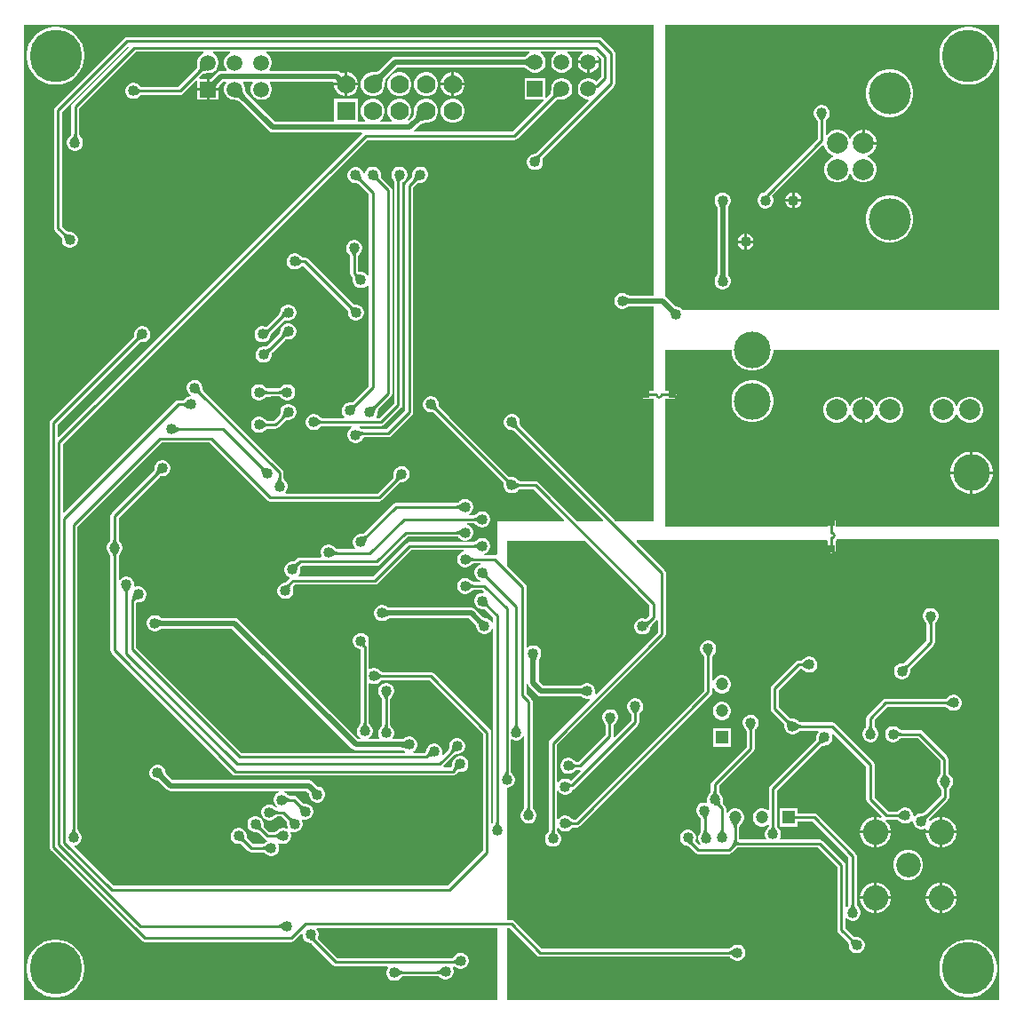
<source format=gbl>
G04*
G04 #@! TF.GenerationSoftware,Altium Limited,Altium Designer,21.6.4 (81)*
G04*
G04 Layer_Physical_Order=2*
G04 Layer_Color=16711680*
%FSLAX25Y25*%
%MOIN*%
G70*
G04*
G04 #@! TF.SameCoordinates,DCC330B1-B26A-4D2F-83E0-9CF8D3C12DAD*
G04*
G04*
G04 #@! TF.FilePolarity,Positive*
G04*
G01*
G75*
%ADD10C,0.01000*%
%ADD12C,0.02000*%
%ADD26C,0.04000*%
%ADD83C,0.09200*%
%ADD84C,0.09500*%
%ADD85C,0.07874*%
%ADD86R,0.04724X0.04724*%
%ADD87C,0.04724*%
%ADD88C,0.07000*%
%ADD89R,0.07000X0.07000*%
%ADD90C,0.05906*%
%ADD91C,0.13780*%
%ADD92R,0.05906X0.05906*%
%ADD93R,0.04724X0.04724*%
%ADD94C,0.15748*%
%ADD95C,0.19685*%
%ADD96R,0.02953X0.02953*%
%ADD97R,0.02953X0.02953*%
%ADD98R,0.02953X0.02953*%
G36*
X193591Y353841D02*
X193379Y354043D01*
X193159Y354225D01*
X192932Y354385D01*
X192699Y354523D01*
X192458Y354641D01*
X192210Y354737D01*
X191956Y354812D01*
X191694Y354865D01*
X191426Y354897D01*
X191150Y354908D01*
Y356908D01*
X191426Y356918D01*
X191694Y356950D01*
X191956Y357004D01*
X192210Y357078D01*
X192458Y357174D01*
X192699Y357292D01*
X192932Y357430D01*
X193159Y357591D01*
X193379Y357772D01*
X193591Y357975D01*
Y353841D01*
D02*
G37*
G36*
X72970Y352747D02*
X72546Y352744D01*
X71785Y352693D01*
X71449Y352644D01*
X71142Y352580D01*
X70863Y352502D01*
X70615Y352408D01*
X70395Y352299D01*
X70204Y352175D01*
X70043Y352036D01*
X69336Y352743D01*
X69475Y352904D01*
X69599Y353095D01*
X69708Y353315D01*
X69802Y353563D01*
X69880Y353842D01*
X69944Y354149D01*
X69993Y354486D01*
X70044Y355246D01*
X70047Y355670D01*
X72970Y352747D01*
D02*
G37*
G36*
X240200Y268339D02*
X231037D01*
X230966Y268347D01*
X230854Y268365D01*
X230764Y268386D01*
X230698Y268406D01*
X230657Y268423D01*
X230641Y268431D01*
X230605Y268462D01*
X230545Y268498D01*
X230342Y268701D01*
X229658Y269096D01*
X228895Y269300D01*
X228105D01*
X227342Y269096D01*
X226658Y268701D01*
X226099Y268142D01*
X225704Y267458D01*
X225500Y266695D01*
Y265905D01*
X225704Y265142D01*
X226099Y264458D01*
X226658Y263899D01*
X227342Y263504D01*
X228105Y263300D01*
X228895D01*
X229658Y263504D01*
X230342Y263899D01*
X230545Y264102D01*
X230605Y264138D01*
X230641Y264169D01*
X230657Y264177D01*
X230698Y264194D01*
X230764Y264214D01*
X230854Y264235D01*
X230954Y264251D01*
X231070Y264261D01*
X240200D01*
Y232629D01*
X237300D01*
X236715Y232513D01*
X236219Y232181D01*
X235887Y231685D01*
X235771Y231100D01*
X235887Y230515D01*
X236219Y230019D01*
X236715Y229687D01*
X237300Y229571D01*
X240200D01*
Y183700D01*
X226034D01*
X190148Y219586D01*
X190132Y219608D01*
X190101Y219665D01*
X190071Y219734D01*
X190044Y219818D01*
X190021Y219921D01*
X190004Y220043D01*
X189995Y220184D01*
X189996Y220346D01*
X190000Y220404D01*
X190000Y220405D01*
Y220408D01*
X190009Y220553D01*
X190000Y220622D01*
Y221195D01*
X189796Y221958D01*
X189401Y222642D01*
X188842Y223201D01*
X188158Y223596D01*
X187395Y223800D01*
X186605D01*
X185842Y223596D01*
X185158Y223201D01*
X184599Y222642D01*
X184204Y221958D01*
X184000Y221195D01*
Y220405D01*
X184204Y219642D01*
X184599Y218958D01*
X185158Y218399D01*
X185842Y218004D01*
X186605Y217800D01*
X186717D01*
X186742Y217792D01*
X187193Y217741D01*
X187350Y217711D01*
X187499Y217674D01*
X187628Y217633D01*
X187736Y217591D01*
X187825Y217547D01*
X187896Y217505D01*
X187922Y217486D01*
X221246Y184162D01*
X221055Y183700D01*
X211363D01*
X196881Y198181D01*
X196385Y198513D01*
X195800Y198629D01*
X190048D01*
X190018Y198634D01*
X189946Y198653D01*
X189865Y198684D01*
X189771Y198728D01*
X189667Y198788D01*
X189565Y198858D01*
X189286Y199089D01*
X189139Y199231D01*
X189061Y199282D01*
X188842Y199501D01*
X188158Y199896D01*
X187395Y200100D01*
X187085D01*
X186994Y200119D01*
X186776Y200122D01*
X186600Y200134D01*
X186444Y200154D01*
X186308Y200180D01*
X186192Y200211D01*
X186094Y200245D01*
X186015Y200282D01*
X185951Y200319D01*
X185926Y200337D01*
X163643Y222620D01*
X163643Y222620D01*
X159837Y226426D01*
X159819Y226451D01*
X159782Y226515D01*
X159745Y226595D01*
X159711Y226692D01*
X159680Y226808D01*
X159657Y226929D01*
X159622Y227290D01*
X159619Y227494D01*
X159600Y227585D01*
Y227895D01*
X159396Y228658D01*
X159001Y229342D01*
X158442Y229901D01*
X157758Y230296D01*
X156995Y230500D01*
X156205D01*
X155442Y230296D01*
X154758Y229901D01*
X154199Y229342D01*
X153804Y228658D01*
X153600Y227895D01*
Y227105D01*
X153804Y226342D01*
X154199Y225658D01*
X154758Y225099D01*
X155442Y224704D01*
X156205Y224500D01*
X156515D01*
X156606Y224481D01*
X156824Y224478D01*
X157000Y224466D01*
X157156Y224446D01*
X157292Y224420D01*
X157408Y224389D01*
X157505Y224355D01*
X157585Y224318D01*
X157649Y224281D01*
X157674Y224264D01*
X161480Y220457D01*
X161480Y220457D01*
X183764Y198174D01*
X183781Y198149D01*
X183818Y198085D01*
X183855Y198005D01*
X183889Y197908D01*
X183920Y197792D01*
X183943Y197671D01*
X183978Y197310D01*
X183981Y197106D01*
X184000Y197015D01*
Y196705D01*
X184204Y195942D01*
X184599Y195258D01*
X185158Y194699D01*
X185842Y194304D01*
X186605Y194100D01*
X187395D01*
X188158Y194304D01*
X188842Y194699D01*
X189061Y194919D01*
X189139Y194969D01*
X189296Y195122D01*
X189428Y195237D01*
X189552Y195334D01*
X189667Y195412D01*
X189771Y195472D01*
X189864Y195516D01*
X189946Y195547D01*
X190018Y195566D01*
X190048Y195571D01*
X195167D01*
X206575Y184162D01*
X206384Y183700D01*
X181500D01*
Y171058D01*
X181000Y170750D01*
X180600Y170829D01*
X176454D01*
X176388Y171329D01*
X177041Y171504D01*
X177726Y171899D01*
X178284Y172458D01*
X178679Y173142D01*
X178883Y173905D01*
Y174695D01*
X178679Y175458D01*
X178284Y176142D01*
X177726Y176701D01*
X177041Y177096D01*
X176278Y177300D01*
X175488D01*
X174725Y177096D01*
X174041Y176701D01*
X173822Y176481D01*
X173744Y176431D01*
X173588Y176278D01*
X173455Y176163D01*
X173331Y176066D01*
X173216Y175988D01*
X173112Y175928D01*
X173019Y175884D01*
X172937Y175853D01*
X172866Y175834D01*
X172836Y175829D01*
X148501D01*
X147915Y175713D01*
X147419Y175382D01*
X134867Y162829D01*
X107049D01*
X106842Y163329D01*
X107070Y163558D01*
X107465Y164242D01*
X107669Y165005D01*
Y165609D01*
X107677Y165668D01*
X107669Y165773D01*
Y165795D01*
X107667Y165803D01*
X107662Y165874D01*
X107661Y166034D01*
X107669Y166174D01*
X107685Y166295D01*
X107707Y166396D01*
X107733Y166480D01*
X107762Y166548D01*
X107794Y166604D01*
X107809Y166626D01*
X108072Y166889D01*
X136380D01*
X136965Y167005D01*
X137461Y167337D01*
X147945Y177821D01*
X166452D01*
X166482Y177816D01*
X166554Y177797D01*
X166636Y177766D01*
X166729Y177722D01*
X166833Y177662D01*
X166935Y177592D01*
X167215Y177361D01*
X167361Y177219D01*
X167439Y177169D01*
X167658Y176949D01*
X168342Y176555D01*
X169105Y176350D01*
X169895D01*
X170658Y176555D01*
X171342Y176949D01*
X171901Y177508D01*
X172296Y178192D01*
X172500Y178955D01*
Y179745D01*
X172296Y180508D01*
X171901Y181192D01*
X171342Y181751D01*
X170658Y182146D01*
X170191Y182271D01*
X170257Y182771D01*
X172836D01*
X172866Y182766D01*
X172937Y182747D01*
X173019Y182716D01*
X173112Y182672D01*
X173216Y182612D01*
X173319Y182542D01*
X173598Y182311D01*
X173744Y182169D01*
X173822Y182118D01*
X174041Y181899D01*
X174725Y181504D01*
X175488Y181300D01*
X176278D01*
X177041Y181504D01*
X177726Y181899D01*
X178284Y182458D01*
X178679Y183142D01*
X178883Y183905D01*
Y184695D01*
X178679Y185458D01*
X178284Y186142D01*
X177726Y186701D01*
X177041Y187096D01*
X176278Y187300D01*
X175488D01*
X174725Y187096D01*
X174041Y186701D01*
X173822Y186481D01*
X173744Y186431D01*
X173588Y186278D01*
X173455Y186163D01*
X173331Y186066D01*
X173216Y185988D01*
X173112Y185928D01*
X173019Y185884D01*
X172937Y185853D01*
X172866Y185834D01*
X172836Y185829D01*
X171112D01*
X170978Y186329D01*
X171342Y186540D01*
X171901Y187098D01*
X172296Y187782D01*
X172500Y188545D01*
Y189335D01*
X172296Y190098D01*
X171901Y190782D01*
X171342Y191341D01*
X170658Y191736D01*
X169895Y191940D01*
X169105D01*
X168342Y191736D01*
X167658Y191341D01*
X167439Y191122D01*
X167361Y191071D01*
X167204Y190919D01*
X167072Y190803D01*
X166948Y190706D01*
X166833Y190629D01*
X166729Y190568D01*
X166636Y190524D01*
X166554Y190494D01*
X166482Y190474D01*
X166452Y190470D01*
X143440D01*
X142855Y190353D01*
X142359Y190022D01*
X131424Y179087D01*
X131399Y179069D01*
X131335Y179032D01*
X131255Y178995D01*
X131158Y178961D01*
X131042Y178930D01*
X130921Y178907D01*
X130560Y178872D01*
X130356Y178869D01*
X130265Y178850D01*
X129955D01*
X129192Y178646D01*
X128508Y178251D01*
X127949Y177692D01*
X127555Y177008D01*
X127350Y176245D01*
Y175455D01*
X127555Y174692D01*
X127949Y174008D01*
X128328Y173629D01*
X128121Y173129D01*
X121307D01*
X121283Y173134D01*
X121229Y173149D01*
X121171Y173174D01*
X121107Y173210D01*
X121033Y173261D01*
X120951Y173330D01*
X120861Y173419D01*
X120766Y173530D01*
X120647Y173687D01*
X120639Y173695D01*
X120601Y173760D01*
X120042Y174319D01*
X119358Y174714D01*
X118595Y174918D01*
X117805D01*
X117042Y174714D01*
X116358Y174319D01*
X115799Y173760D01*
X115404Y173076D01*
X115200Y172313D01*
Y171523D01*
X115404Y170760D01*
X115585Y170448D01*
X115296Y169948D01*
X107439D01*
X106853Y169831D01*
X106357Y169500D01*
X105578Y168720D01*
X105552Y168701D01*
X105480Y168658D01*
X105391Y168614D01*
X105281Y168571D01*
X105152Y168529D01*
X105015Y168495D01*
X104630Y168430D01*
X104413Y168409D01*
X104385Y168400D01*
X104274D01*
X103512Y168196D01*
X102827Y167801D01*
X102269Y167242D01*
X101874Y166558D01*
X101669Y165795D01*
Y165005D01*
X101874Y164242D01*
X102269Y163558D01*
X102827Y162999D01*
X103422Y162656D01*
X103531Y162330D01*
X103549Y162077D01*
X102620Y161147D01*
X102465Y160915D01*
X102436Y160887D01*
X102389Y160847D01*
X102292Y160775D01*
X102194Y160711D01*
X102095Y160656D01*
X101996Y160608D01*
X101895Y160568D01*
X101791Y160534D01*
X101684Y160507D01*
X101647Y160500D01*
X101629D01*
X101588Y160489D01*
X101540Y160480D01*
X101509Y160468D01*
X101472Y160458D01*
X101432Y160454D01*
X101406Y160440D01*
X100866Y160296D01*
X100182Y159901D01*
X99623Y159342D01*
X99229Y158658D01*
X99024Y157895D01*
Y157105D01*
X99229Y156342D01*
X99623Y155658D01*
X100182Y155099D01*
X100866Y154704D01*
X101629Y154500D01*
X102419D01*
X103182Y154704D01*
X103866Y155099D01*
X104425Y155658D01*
X104820Y156342D01*
X105024Y157105D01*
Y157895D01*
X104820Y158658D01*
X104786Y158716D01*
X104785Y158721D01*
X104745Y158819D01*
X104735Y158854D01*
X104734Y158859D01*
X104782Y158907D01*
X104816Y158957D01*
X104816Y158958D01*
X104819Y158962D01*
X104937Y159139D01*
X105569Y159771D01*
X135500D01*
X136086Y159887D01*
X136582Y160219D01*
X149134Y172771D01*
X168930D01*
X168995Y172271D01*
X168342Y172096D01*
X167658Y171701D01*
X167099Y171142D01*
X166704Y170458D01*
X166500Y169695D01*
Y168905D01*
X166704Y168142D01*
X167099Y167458D01*
X167658Y166899D01*
X168342Y166505D01*
X169105Y166300D01*
X169895D01*
X170658Y166505D01*
X171342Y166899D01*
X171561Y167119D01*
X171639Y167169D01*
X171796Y167322D01*
X171928Y167437D01*
X172052Y167534D01*
X172167Y167612D01*
X172271Y167672D01*
X172364Y167716D01*
X172446Y167747D01*
X172518Y167766D01*
X172548Y167771D01*
X175313D01*
X175379Y167271D01*
X174725Y167096D01*
X174041Y166701D01*
X173483Y166142D01*
X173088Y165458D01*
X172883Y164695D01*
Y163905D01*
X173088Y163142D01*
X173483Y162458D01*
X174041Y161899D01*
X174725Y161504D01*
X175379Y161329D01*
X175313Y160829D01*
X172548D01*
X172518Y160834D01*
X172446Y160853D01*
X172364Y160884D01*
X172271Y160928D01*
X172167Y160988D01*
X172065Y161058D01*
X171785Y161289D01*
X171639Y161431D01*
X171561Y161481D01*
X171342Y161701D01*
X170658Y162096D01*
X169895Y162300D01*
X169105D01*
X168342Y162096D01*
X167658Y161701D01*
X167099Y161142D01*
X166704Y160458D01*
X166500Y159695D01*
Y158905D01*
X166704Y158142D01*
X167099Y157458D01*
X167658Y156899D01*
X168342Y156504D01*
X169105Y156300D01*
X169895D01*
X170658Y156504D01*
X171342Y156899D01*
X171561Y157118D01*
X171639Y157169D01*
X171796Y157322D01*
X171928Y157437D01*
X172052Y157534D01*
X172167Y157612D01*
X172271Y157672D01*
X172364Y157716D01*
X172446Y157747D01*
X172518Y157766D01*
X172548Y157771D01*
X175907D01*
X176526Y157151D01*
X176289Y156720D01*
X176270Y156700D01*
X175488D01*
X174725Y156496D01*
X174041Y156101D01*
X173483Y155542D01*
X173088Y154858D01*
X172883Y154095D01*
Y153305D01*
X173088Y152542D01*
X173483Y151858D01*
X174041Y151299D01*
X174725Y150905D01*
X175488Y150700D01*
X175915D01*
X176012Y150683D01*
X176225Y150689D01*
X176393Y150684D01*
X176542Y150670D01*
X176671Y150649D01*
X176781Y150622D01*
X176872Y150591D01*
X176946Y150558D01*
X177006Y150524D01*
X177030Y150507D01*
X179971Y147567D01*
Y145525D01*
X179471Y145458D01*
X179076Y146142D01*
X178517Y146701D01*
X177833Y147096D01*
X177070Y147300D01*
X176784D01*
X176716Y147318D01*
X176669Y147320D01*
X176651Y147326D01*
X176610Y147344D01*
X176549Y147376D01*
X176471Y147424D01*
X176389Y147484D01*
X176300Y147559D01*
X173317Y150542D01*
X172656Y150984D01*
X171876Y151139D01*
X140837D01*
X140766Y151147D01*
X140654Y151165D01*
X140564Y151186D01*
X140498Y151206D01*
X140457Y151223D01*
X140440Y151231D01*
X140405Y151262D01*
X140345Y151298D01*
X140142Y151501D01*
X139458Y151896D01*
X138695Y152100D01*
X137905D01*
X137142Y151896D01*
X136458Y151501D01*
X135899Y150942D01*
X135504Y150258D01*
X135300Y149495D01*
Y148705D01*
X135504Y147942D01*
X135899Y147258D01*
X136458Y146699D01*
X137142Y146304D01*
X137905Y146100D01*
X138695D01*
X139458Y146304D01*
X140142Y146699D01*
X140345Y146902D01*
X140405Y146938D01*
X140440Y146969D01*
X140457Y146977D01*
X140498Y146994D01*
X140564Y147014D01*
X140654Y147035D01*
X140754Y147051D01*
X140870Y147061D01*
X171031D01*
X173439Y144652D01*
X173484Y144597D01*
X173551Y144504D01*
X173600Y144426D01*
X173632Y144365D01*
X173649Y144325D01*
X173655Y144307D01*
X173658Y144260D01*
X173675Y144192D01*
Y143905D01*
X173880Y143142D01*
X174275Y142458D01*
X174833Y141899D01*
X175517Y141505D01*
X176280Y141300D01*
X177070D01*
X177833Y141505D01*
X178517Y141899D01*
X179076Y142458D01*
X179471Y143142D01*
X179971Y143075D01*
Y70574D01*
X179966Y70544D01*
X179953Y70496D01*
X179684Y70092D01*
X179229Y70255D01*
Y104376D01*
X179113Y104962D01*
X178781Y105458D01*
X157699Y126540D01*
X157203Y126872D01*
X156618Y126988D01*
X138347D01*
X138318Y126993D01*
X138246Y127012D01*
X138164Y127042D01*
X138071Y127087D01*
X137967Y127147D01*
X137865Y127216D01*
X137585Y127447D01*
X137439Y127590D01*
X137361Y127640D01*
X137142Y127859D01*
X136458Y128254D01*
X135695Y128459D01*
X134905D01*
X134142Y128254D01*
X133829Y128074D01*
X133329Y128362D01*
Y136557D01*
X133213Y137142D01*
X133071Y137355D01*
X133146Y137485D01*
X133350Y138248D01*
Y139037D01*
X133146Y139801D01*
X132751Y140484D01*
X132192Y141043D01*
X131508Y141438D01*
X130745Y141642D01*
X129955D01*
X129192Y141438D01*
X128508Y141043D01*
X127949Y140484D01*
X127555Y139801D01*
X127350Y139037D01*
Y138248D01*
X127555Y137485D01*
X127949Y136800D01*
X128508Y136242D01*
X129192Y135847D01*
X129955Y135643D01*
X130270D01*
Y107887D01*
X130265Y107857D01*
X130246Y107786D01*
X130216Y107704D01*
X130172Y107611D01*
X130111Y107507D01*
X130042Y107404D01*
X129811Y107125D01*
X129669Y106979D01*
X129618Y106901D01*
X129399Y106682D01*
X129004Y105998D01*
X128800Y105235D01*
Y104445D01*
X129004Y103682D01*
X129399Y102998D01*
X129958Y102439D01*
X130264Y102262D01*
X130130Y101762D01*
X129321D01*
X84312Y146772D01*
X83650Y147214D01*
X82870Y147369D01*
X55546D01*
X55475Y147377D01*
X55362Y147395D01*
X55272Y147416D01*
X55207Y147436D01*
X55165Y147452D01*
X55149Y147461D01*
X55114Y147493D01*
X55053Y147528D01*
X54851Y147731D01*
X54166Y148126D01*
X53403Y148330D01*
X52614D01*
X51850Y148126D01*
X51166Y147731D01*
X50608Y147172D01*
X50213Y146488D01*
X50008Y145725D01*
Y144935D01*
X50213Y144172D01*
X50608Y143488D01*
X51166Y142929D01*
X51850Y142534D01*
X52614Y142330D01*
X53403D01*
X54166Y142534D01*
X54851Y142929D01*
X55053Y143132D01*
X55114Y143167D01*
X55149Y143199D01*
X55165Y143208D01*
X55207Y143224D01*
X55272Y143244D01*
X55362Y143265D01*
X55462Y143281D01*
X55579Y143291D01*
X82025D01*
X127035Y98281D01*
X127035Y98281D01*
X127696Y97839D01*
X128477Y97684D01*
X145963D01*
X146034Y97676D01*
X146147Y97658D01*
X146237Y97638D01*
X146302Y97618D01*
X146344Y97601D01*
X146360Y97592D01*
X146396Y97561D01*
X146456Y97525D01*
X146659Y97323D01*
X146993Y97129D01*
X146859Y96629D01*
X85534D01*
X45929Y136233D01*
Y152995D01*
X45954Y153003D01*
X46070Y153034D01*
X46191Y153058D01*
X46552Y153092D01*
X46756Y153095D01*
X46847Y153114D01*
X47157D01*
X47920Y153319D01*
X48604Y153714D01*
X49163Y154272D01*
X49557Y154956D01*
X49762Y155719D01*
Y156509D01*
X49557Y157272D01*
X49163Y157956D01*
X48604Y158515D01*
X47920Y158910D01*
X47157Y159114D01*
X46367D01*
X45691Y158933D01*
X45443Y159095D01*
X45270Y159295D01*
X45300Y159405D01*
Y160195D01*
X45096Y160958D01*
X44701Y161642D01*
X44142Y162201D01*
X43458Y162596D01*
X42695Y162800D01*
X41905D01*
X41142Y162596D01*
X40458Y162201D01*
X39929Y161672D01*
X39795Y161683D01*
X39429Y161828D01*
Y170552D01*
X39434Y170582D01*
X39453Y170654D01*
X39484Y170736D01*
X39528Y170829D01*
X39588Y170933D01*
X39658Y171035D01*
X39889Y171315D01*
X40031Y171461D01*
X40082Y171539D01*
X40301Y171758D01*
X40696Y172442D01*
X40900Y173205D01*
Y173995D01*
X40696Y174758D01*
X40301Y175442D01*
X40082Y175661D01*
X40031Y175739D01*
X39878Y175896D01*
X39763Y176028D01*
X39666Y176152D01*
X39588Y176267D01*
X39528Y176371D01*
X39484Y176464D01*
X39453Y176546D01*
X39434Y176618D01*
X39429Y176648D01*
Y184967D01*
X54726Y200263D01*
X54751Y200281D01*
X54815Y200318D01*
X54895Y200355D01*
X54992Y200389D01*
X55108Y200420D01*
X55229Y200444D01*
X55590Y200478D01*
X55794Y200481D01*
X55885Y200500D01*
X56195D01*
X56958Y200704D01*
X57642Y201099D01*
X58201Y201658D01*
X58596Y202342D01*
X58800Y203105D01*
Y203895D01*
X58596Y204658D01*
X58201Y205342D01*
X57642Y205901D01*
X56958Y206296D01*
X56195Y206500D01*
X55405D01*
X54642Y206296D01*
X53958Y205901D01*
X53399Y205342D01*
X53004Y204658D01*
X52800Y203895D01*
Y203585D01*
X52781Y203494D01*
X52777Y203276D01*
X52766Y203100D01*
X52746Y202944D01*
X52720Y202808D01*
X52689Y202692D01*
X52655Y202595D01*
X52618Y202515D01*
X52581Y202451D01*
X52564Y202426D01*
X36819Y186681D01*
X36487Y186185D01*
X36371Y185600D01*
Y176648D01*
X36366Y176618D01*
X36347Y176546D01*
X36316Y176464D01*
X36272Y176371D01*
X36212Y176267D01*
X36142Y176165D01*
X35911Y175885D01*
X35769Y175739D01*
X35719Y175661D01*
X35499Y175442D01*
X35104Y174758D01*
X34900Y173995D01*
Y173205D01*
X35104Y172442D01*
X35499Y171758D01*
X35719Y171539D01*
X35769Y171461D01*
X35921Y171304D01*
X36037Y171172D01*
X36134Y171048D01*
X36212Y170933D01*
X36272Y170829D01*
X36316Y170736D01*
X36347Y170654D01*
X36366Y170582D01*
X36371Y170552D01*
Y135100D01*
X36487Y134515D01*
X36819Y134019D01*
X82219Y88619D01*
X82715Y88287D01*
X83300Y88171D01*
X164743D01*
X165328Y88287D01*
X165824Y88619D01*
X166469Y89263D01*
X166491Y89279D01*
X166546Y89310D01*
X166614Y89339D01*
X166697Y89365D01*
X166798Y89387D01*
X166918Y89403D01*
X167058Y89410D01*
X167217Y89408D01*
X167294Y89403D01*
X167304Y89400D01*
X167332D01*
X167423Y89393D01*
X167477Y89400D01*
X168094D01*
X168857Y89604D01*
X169541Y89999D01*
X170100Y90558D01*
X170495Y91242D01*
X170699Y92005D01*
Y92795D01*
X170495Y93558D01*
X170100Y94242D01*
X169541Y94801D01*
X168857Y95196D01*
X168094Y95400D01*
X167304D01*
X166541Y95196D01*
X165857Y94801D01*
X165299Y94242D01*
X164904Y93558D01*
X164699Y92795D01*
Y92703D01*
X164694Y92686D01*
X164638Y92234D01*
X164607Y92075D01*
X164569Y91925D01*
X164527Y91795D01*
X164483Y91685D01*
X164439Y91595D01*
X164396Y91523D01*
X164376Y91497D01*
X164109Y91229D01*
X161527D01*
X161320Y91729D01*
X165477Y95886D01*
X165503Y95906D01*
X165574Y95948D01*
X165662Y95991D01*
X165771Y96034D01*
X165899Y96074D01*
X166035Y96108D01*
X166418Y96170D01*
X166634Y96190D01*
X166669Y96200D01*
X166795D01*
X167558Y96404D01*
X168242Y96799D01*
X168801Y97358D01*
X169196Y98042D01*
X169400Y98805D01*
Y99595D01*
X169196Y100358D01*
X168801Y101042D01*
X168242Y101601D01*
X167558Y101996D01*
X166795Y102200D01*
X166005D01*
X165242Y101996D01*
X164558Y101601D01*
X163999Y101042D01*
X163604Y100358D01*
X163400Y99595D01*
Y99025D01*
X163391Y98955D01*
X163400Y98807D01*
Y98805D01*
X163400Y98805D01*
X163404Y98747D01*
X163404Y98586D01*
X163395Y98444D01*
X163379Y98323D01*
X163356Y98220D01*
X163329Y98135D01*
X163299Y98066D01*
X163267Y98009D01*
X163251Y97987D01*
X161066Y95802D01*
X160629Y96072D01*
X160800Y96710D01*
Y97500D01*
X160596Y98263D01*
X160201Y98947D01*
X159642Y99506D01*
X158958Y99901D01*
X158195Y100105D01*
X157405D01*
X156642Y99901D01*
X155958Y99506D01*
X155399Y98947D01*
X155005Y98263D01*
X154943Y98035D01*
X154906Y97968D01*
X154754Y97485D01*
X154688Y97305D01*
X154540Y96960D01*
X154479Y96838D01*
X154416Y96730D01*
X154360Y96646D01*
X154348Y96629D01*
X150142D01*
X150008Y97129D01*
X150343Y97323D01*
X150901Y97881D01*
X151296Y98565D01*
X151501Y99328D01*
Y100118D01*
X151296Y100881D01*
X150901Y101565D01*
X150343Y102124D01*
X149659Y102519D01*
X148896Y102723D01*
X148106D01*
X147343Y102519D01*
X146659Y102124D01*
X146456Y101921D01*
X146396Y101886D01*
X146360Y101854D01*
X146344Y101846D01*
X146302Y101829D01*
X146237Y101809D01*
X146147Y101788D01*
X146047Y101772D01*
X145930Y101762D01*
X142383D01*
X142285Y101999D01*
X142218Y102262D01*
X142596Y102917D01*
X142800Y103680D01*
Y104470D01*
X142596Y105233D01*
X142201Y105917D01*
X141981Y106136D01*
X141931Y106214D01*
X141779Y106371D01*
X141663Y106503D01*
X141566Y106628D01*
X141488Y106742D01*
X141428Y106846D01*
X141384Y106940D01*
X141353Y107022D01*
X141334Y107093D01*
X141329Y107123D01*
Y116852D01*
X141334Y116882D01*
X141353Y116954D01*
X141384Y117035D01*
X141428Y117129D01*
X141488Y117233D01*
X141558Y117335D01*
X141789Y117614D01*
X141931Y117761D01*
X141981Y117839D01*
X142201Y118058D01*
X142596Y118742D01*
X142800Y119505D01*
Y120295D01*
X142596Y121058D01*
X142201Y121742D01*
X141642Y122301D01*
X140958Y122696D01*
X140195Y122900D01*
X139405D01*
X138642Y122696D01*
X137958Y122301D01*
X137399Y121742D01*
X137004Y121058D01*
X136800Y120295D01*
Y119505D01*
X137004Y118742D01*
X137399Y118058D01*
X137619Y117839D01*
X137669Y117761D01*
X137821Y117604D01*
X137937Y117472D01*
X138034Y117348D01*
X138112Y117233D01*
X138172Y117129D01*
X138216Y117036D01*
X138247Y116954D01*
X138266Y116882D01*
X138271Y116852D01*
Y107123D01*
X138266Y107093D01*
X138247Y107022D01*
X138216Y106940D01*
X138172Y106846D01*
X138112Y106742D01*
X138042Y106640D01*
X137811Y106361D01*
X137669Y106214D01*
X137619Y106136D01*
X137399Y105917D01*
X137004Y105233D01*
X136800Y104470D01*
Y103680D01*
X137004Y102917D01*
X137382Y102262D01*
X137315Y101999D01*
X137217Y101762D01*
X133470D01*
X133336Y102262D01*
X133642Y102439D01*
X134200Y102998D01*
X134595Y103682D01*
X134800Y104445D01*
Y105235D01*
X134595Y105998D01*
X134200Y106682D01*
X133981Y106901D01*
X133931Y106979D01*
X133778Y107135D01*
X133662Y107268D01*
X133566Y107392D01*
X133488Y107507D01*
X133428Y107611D01*
X133384Y107704D01*
X133353Y107786D01*
X133334Y107857D01*
X133329Y107887D01*
Y122555D01*
X133829Y122844D01*
X134142Y122663D01*
X134905Y122459D01*
X135695D01*
X136458Y122663D01*
X137142Y123058D01*
X137361Y123277D01*
X137439Y123328D01*
X137596Y123480D01*
X137728Y123596D01*
X137852Y123692D01*
X137967Y123770D01*
X138071Y123830D01*
X138164Y123875D01*
X138246Y123905D01*
X138317Y123924D01*
X138347Y123929D01*
X155984D01*
X176171Y103743D01*
Y59934D01*
X162967Y46729D01*
X37433D01*
X22819Y61344D01*
X23033Y61837D01*
X23658Y62004D01*
X24342Y62399D01*
X24901Y62958D01*
X25296Y63642D01*
X25500Y64405D01*
Y65195D01*
X25296Y65958D01*
X24901Y66642D01*
X24681Y66861D01*
X24631Y66939D01*
X24478Y67096D01*
X24363Y67228D01*
X24266Y67352D01*
X24188Y67467D01*
X24128Y67571D01*
X24084Y67664D01*
X24053Y67746D01*
X24034Y67818D01*
X24029Y67848D01*
Y181667D01*
X55433Y213071D01*
X73466D01*
X95122Y191415D01*
X95619Y191083D01*
X96204Y190967D01*
X137112D01*
X137698Y191083D01*
X138194Y191415D01*
X144738Y197959D01*
X144765Y197979D01*
X144838Y198023D01*
X144930Y198069D01*
X145043Y198115D01*
X145176Y198160D01*
X145317Y198198D01*
X145707Y198271D01*
X145927Y198298D01*
X145932Y198300D01*
X145995D01*
X146758Y198504D01*
X147442Y198899D01*
X148001Y199458D01*
X148396Y200142D01*
X148600Y200905D01*
Y201695D01*
X148396Y202458D01*
X148001Y203142D01*
X147442Y203701D01*
X146758Y204096D01*
X145995Y204300D01*
X145205D01*
X144442Y204096D01*
X143758Y203701D01*
X143199Y203142D01*
X142804Y202458D01*
X142600Y201695D01*
Y200964D01*
X142600Y200961D01*
X142600Y200959D01*
Y200905D01*
X142608Y200876D01*
X142619Y200758D01*
X142624Y200603D01*
X142618Y200467D01*
X142605Y200351D01*
X142585Y200254D01*
X142560Y200175D01*
X142533Y200110D01*
X142503Y200056D01*
X142488Y200035D01*
X136479Y194026D01*
X102075D01*
X101868Y194526D01*
X102201Y194858D01*
X102596Y195542D01*
X102800Y196305D01*
Y197095D01*
X102596Y197858D01*
X102201Y198542D01*
X101981Y198761D01*
X101931Y198839D01*
X101778Y198996D01*
X101663Y199128D01*
X101566Y199252D01*
X101488Y199367D01*
X101428Y199471D01*
X101384Y199564D01*
X101353Y199646D01*
X101334Y199718D01*
X101329Y199748D01*
Y201750D01*
X101213Y202335D01*
X100881Y202831D01*
X71154Y232558D01*
X71136Y232583D01*
X71098Y232649D01*
X71060Y232731D01*
X71024Y232830D01*
X70991Y232949D01*
X70965Y233074D01*
X70925Y233440D01*
X70919Y233647D01*
X70900Y233729D01*
Y233995D01*
X70696Y234758D01*
X70301Y235442D01*
X69742Y236001D01*
X69058Y236396D01*
X68295Y236600D01*
X67505D01*
X66742Y236396D01*
X66058Y236001D01*
X65499Y235442D01*
X65104Y234758D01*
X64900Y233995D01*
Y233205D01*
X65104Y232442D01*
X65499Y231758D01*
X66058Y231199D01*
X66576Y230900D01*
X66443Y230400D01*
X66105D01*
X65342Y230196D01*
X64658Y229801D01*
X64439Y229581D01*
X64361Y229531D01*
X64204Y229379D01*
X64072Y229263D01*
X63948Y229166D01*
X63833Y229088D01*
X63729Y229028D01*
X63636Y228984D01*
X63554Y228953D01*
X63482Y228934D01*
X63452Y228929D01*
X61750D01*
X61165Y228813D01*
X60669Y228481D01*
X18991Y186804D01*
X18529Y186995D01*
Y212416D01*
X132784Y326671D01*
X187992D01*
X188578Y326787D01*
X189074Y327119D01*
X203526Y341571D01*
X203601Y341620D01*
X203722Y341680D01*
X203883Y341740D01*
X204084Y341797D01*
X204325Y341847D01*
X204593Y341886D01*
X205285Y341933D01*
X205678Y341935D01*
X205772Y341955D01*
X206220D01*
X207226Y342224D01*
X208127Y342745D01*
X208863Y343481D01*
X209383Y344382D01*
X209653Y345387D01*
Y346428D01*
X209383Y347433D01*
X208863Y348335D01*
X208127Y349071D01*
X207226Y349591D01*
X206220Y349860D01*
X205180D01*
X204174Y349591D01*
X203273Y349071D01*
X202537Y348335D01*
X202017Y347433D01*
X201747Y346428D01*
Y345980D01*
X201728Y345886D01*
X201725Y345492D01*
X201678Y344800D01*
X201639Y344533D01*
X201589Y344292D01*
X201533Y344090D01*
X201472Y343929D01*
X201412Y343809D01*
X201363Y343734D01*
X200115Y342485D01*
X199653Y342676D01*
Y349860D01*
X191747D01*
Y341955D01*
X198931D01*
X199123Y341493D01*
X187359Y329729D01*
X150520D01*
X150313Y330229D01*
X152575Y332491D01*
X152695Y332581D01*
X152879Y332693D01*
X153080Y332793D01*
X153302Y332879D01*
X153545Y332951D01*
X153812Y333009D01*
X154102Y333050D01*
X154417Y333074D01*
X154783Y333081D01*
X154872Y333100D01*
X155393D01*
X156537Y333407D01*
X157563Y333999D01*
X158401Y334837D01*
X158993Y335863D01*
X159300Y337008D01*
Y338193D01*
X158993Y339337D01*
X158401Y340363D01*
X157563Y341201D01*
X156537Y341793D01*
X155393Y342100D01*
X154208D01*
X153063Y341793D01*
X152037Y341201D01*
X151199Y340363D01*
X150607Y339337D01*
X150300Y338193D01*
Y337672D01*
X150281Y337583D01*
X150274Y337217D01*
X150250Y336902D01*
X150209Y336612D01*
X150151Y336345D01*
X150079Y336102D01*
X149993Y335880D01*
X149893Y335679D01*
X149781Y335495D01*
X149691Y335375D01*
X148132Y333816D01*
X148098Y333827D01*
X147967Y334403D01*
X148401Y334837D01*
X148993Y335863D01*
X149300Y337008D01*
Y338193D01*
X148993Y339337D01*
X148401Y340363D01*
X147563Y341201D01*
X146537Y341793D01*
X145393Y342100D01*
X144208D01*
X143063Y341793D01*
X142037Y341201D01*
X141199Y340363D01*
X140607Y339337D01*
X140300Y338193D01*
Y337008D01*
X140607Y335863D01*
X141199Y334837D01*
X141997Y334039D01*
X141960Y333711D01*
X141914Y333539D01*
X137686D01*
X137640Y333711D01*
X137603Y334039D01*
X138401Y334837D01*
X138993Y335863D01*
X139300Y337008D01*
Y338193D01*
X138993Y339337D01*
X138401Y340363D01*
X137563Y341201D01*
X136537Y341793D01*
X135392Y342100D01*
X134208D01*
X133063Y341793D01*
X132037Y341201D01*
X131199Y340363D01*
X130607Y339337D01*
X130300Y338193D01*
Y337008D01*
X130607Y335863D01*
X131199Y334837D01*
X131997Y334039D01*
X131960Y333711D01*
X131914Y333539D01*
X129300D01*
Y342100D01*
X120300D01*
Y333539D01*
X98045D01*
X87454Y344130D01*
X87397Y344202D01*
X87297Y344354D01*
X87211Y344511D01*
X87138Y344676D01*
X87079Y344849D01*
X87032Y345033D01*
X86998Y345228D01*
X86978Y345438D01*
X86972Y345695D01*
X86953Y345780D01*
Y346220D01*
X86683Y347226D01*
X86163Y348127D01*
X86138Y348152D01*
X86330Y348614D01*
X89670D01*
X89862Y348152D01*
X89837Y348127D01*
X89317Y347226D01*
X89047Y346220D01*
Y345180D01*
X89317Y344174D01*
X89837Y343273D01*
X90573Y342537D01*
X91474Y342017D01*
X92480Y341747D01*
X93520D01*
X94526Y342017D01*
X95427Y342537D01*
X96163Y343273D01*
X96683Y344174D01*
X96953Y345180D01*
Y346220D01*
X96683Y347226D01*
X96163Y348127D01*
X96138Y348152D01*
X96330Y348614D01*
X119927D01*
X120300Y348193D01*
Y348100D01*
X124300D01*
Y352100D01*
X124208D01*
X123063Y351793D01*
X122963Y351736D01*
X122936Y351754D01*
X122804Y351861D01*
X122570Y352095D01*
X121909Y352537D01*
X121128Y352692D01*
X96235D01*
X96044Y353154D01*
X96163Y353273D01*
X96683Y354174D01*
X96953Y355180D01*
Y356220D01*
X96683Y357226D01*
X96163Y358127D01*
X95427Y358863D01*
X94721Y359271D01*
X94855Y359771D01*
X193485D01*
X193619Y359271D01*
X193273Y359071D01*
X192962Y358759D01*
X192888Y358713D01*
X192701Y358535D01*
X192540Y358401D01*
X192377Y358287D01*
X192214Y358190D01*
X192050Y358109D01*
X191882Y358045D01*
X191710Y357994D01*
X191532Y357958D01*
X191440Y357947D01*
X143108D01*
X142327Y357792D01*
X141666Y357349D01*
X137025Y352709D01*
X136905Y352619D01*
X136721Y352507D01*
X136520Y352407D01*
X136298Y352321D01*
X136055Y352249D01*
X135788Y352191D01*
X135498Y352150D01*
X135184Y352126D01*
X134817Y352119D01*
X134729Y352100D01*
X134208D01*
X133063Y351793D01*
X132037Y351201D01*
X131199Y350363D01*
X130607Y349337D01*
X130300Y348193D01*
Y347008D01*
X130607Y345863D01*
X131199Y344837D01*
X132037Y343999D01*
X133063Y343407D01*
X134208Y343100D01*
X135392D01*
X136537Y343407D01*
X137563Y343999D01*
X138401Y344837D01*
X138993Y345863D01*
X139300Y347008D01*
Y347529D01*
X139319Y347617D01*
X139326Y347984D01*
X139350Y348298D01*
X139391Y348588D01*
X139449Y348855D01*
X139521Y349098D01*
X139607Y349320D01*
X139707Y349521D01*
X139819Y349705D01*
X139909Y349825D01*
X143952Y353868D01*
X191440D01*
X191532Y353857D01*
X191710Y353821D01*
X191882Y353771D01*
X192050Y353706D01*
X192214Y353625D01*
X192377Y353529D01*
X192540Y353414D01*
X192701Y353280D01*
X192888Y353103D01*
X192962Y353056D01*
X193273Y352745D01*
X194174Y352224D01*
X195180Y351955D01*
X196220D01*
X197226Y352224D01*
X198127Y352745D01*
X198863Y353481D01*
X199383Y354382D01*
X199653Y355387D01*
Y356428D01*
X199383Y357433D01*
X198863Y358335D01*
X198127Y359071D01*
X197781Y359271D01*
X197915Y359771D01*
X203485D01*
X203619Y359271D01*
X203273Y359071D01*
X202537Y358335D01*
X202017Y357433D01*
X201747Y356428D01*
Y355387D01*
X202017Y354382D01*
X202537Y353481D01*
X203273Y352745D01*
X204174Y352224D01*
X205180Y351955D01*
X206220D01*
X207226Y352224D01*
X208127Y352745D01*
X208863Y353481D01*
X209383Y354382D01*
X209653Y355387D01*
Y356428D01*
X209383Y357433D01*
X208863Y358335D01*
X208127Y359071D01*
X207781Y359271D01*
X207915Y359771D01*
X213485D01*
X213619Y359271D01*
X213273Y359071D01*
X212537Y358335D01*
X212017Y357433D01*
X211747Y356428D01*
Y356408D01*
X219653D01*
Y356428D01*
X219383Y357433D01*
X218955Y358175D01*
X219356Y358482D01*
X220471Y357366D01*
Y350594D01*
X218537Y348660D01*
X218127Y349071D01*
X217226Y349591D01*
X216220Y349860D01*
X215180D01*
X214174Y349591D01*
X213273Y349071D01*
X212537Y348335D01*
X212017Y347433D01*
X211747Y346428D01*
Y345387D01*
X212017Y344382D01*
X212537Y343481D01*
X213273Y342745D01*
X214174Y342224D01*
X215180Y341955D01*
X215650D01*
X215857Y341455D01*
X196246Y321844D01*
X196221Y321825D01*
X196150Y321779D01*
X195891Y321643D01*
X195771Y321591D01*
X195161Y321383D01*
X194931Y321320D01*
X194844Y321276D01*
X194542Y321196D01*
X193858Y320801D01*
X193299Y320242D01*
X192904Y319558D01*
X192700Y318795D01*
Y318005D01*
X192904Y317242D01*
X193299Y316558D01*
X193858Y315999D01*
X194542Y315604D01*
X195305Y315400D01*
X196095D01*
X196858Y315604D01*
X197542Y315999D01*
X198101Y316558D01*
X198496Y317242D01*
X198700Y318005D01*
Y318795D01*
X198620Y319092D01*
X198617Y319179D01*
X198574Y319358D01*
X198553Y319482D01*
X198546Y319587D01*
X198547Y319672D01*
X198556Y319739D01*
X198569Y319791D01*
X198585Y319834D01*
X198606Y319873D01*
X198617Y319889D01*
X225381Y346654D01*
X225713Y347150D01*
X225829Y347735D01*
Y359200D01*
X225713Y359785D01*
X225381Y360281D01*
X220781Y364881D01*
X220285Y365213D01*
X219700Y365329D01*
X42500D01*
X41915Y365213D01*
X41419Y364881D01*
X15519Y338982D01*
X15187Y338485D01*
X15071Y337900D01*
Y293714D01*
X15187Y293129D01*
X15519Y292633D01*
X17877Y290274D01*
X17895Y290249D01*
X17932Y290185D01*
X17968Y290105D01*
X18003Y290008D01*
X18034Y289892D01*
X18057Y289771D01*
X18092Y289410D01*
X18095Y289206D01*
X18114Y289115D01*
Y288805D01*
X18318Y288042D01*
X18713Y287358D01*
X19272Y286799D01*
X19956Y286404D01*
X20719Y286200D01*
X21509D01*
X22272Y286404D01*
X22956Y286799D01*
X23515Y287358D01*
X23910Y288042D01*
X24114Y288805D01*
Y289595D01*
X23910Y290358D01*
X23515Y291042D01*
X22956Y291601D01*
X22272Y291996D01*
X21509Y292200D01*
X21199D01*
X21108Y292219D01*
X20890Y292222D01*
X20714Y292234D01*
X20558Y292254D01*
X20422Y292280D01*
X20306Y292311D01*
X20209Y292345D01*
X20129Y292382D01*
X20065Y292419D01*
X20040Y292437D01*
X18129Y294347D01*
Y337266D01*
X42836Y361974D01*
X42892Y361962D01*
X43057Y361420D01*
X22019Y340381D01*
X21687Y339885D01*
X21571Y339300D01*
Y328772D01*
X21566Y328744D01*
X21548Y328678D01*
X21519Y328604D01*
X21476Y328519D01*
X21418Y328424D01*
X21342Y328320D01*
X21247Y328207D01*
X21132Y328086D01*
X20977Y327941D01*
X20922Y327864D01*
X20599Y327542D01*
X20204Y326858D01*
X20000Y326095D01*
Y325305D01*
X20204Y324542D01*
X20599Y323858D01*
X21158Y323299D01*
X21842Y322904D01*
X22605Y322700D01*
X23395D01*
X24158Y322904D01*
X24842Y323299D01*
X25401Y323858D01*
X25796Y324542D01*
X26000Y325305D01*
Y326095D01*
X25796Y326858D01*
X25401Y327542D01*
X25265Y327677D01*
X25234Y327731D01*
X25085Y327900D01*
X24969Y328045D01*
X24872Y328180D01*
X24793Y328305D01*
X24732Y328418D01*
X24686Y328520D01*
X24654Y328609D01*
X24634Y328686D01*
X24629Y328717D01*
Y338667D01*
X45733Y359771D01*
X71145D01*
X71279Y359271D01*
X70573Y358863D01*
X69837Y358127D01*
X69317Y357226D01*
X69047Y356220D01*
Y355772D01*
X69028Y355678D01*
X69025Y355285D01*
X68978Y354593D01*
X68939Y354325D01*
X68889Y354084D01*
X68832Y353883D01*
X68772Y353722D01*
X68712Y353601D01*
X68663Y353526D01*
X61766Y346629D01*
X47948D01*
X47918Y346634D01*
X47846Y346653D01*
X47765Y346684D01*
X47671Y346728D01*
X47567Y346788D01*
X47465Y346858D01*
X47186Y347089D01*
X47039Y347231D01*
X46961Y347282D01*
X46742Y347501D01*
X46058Y347896D01*
X45295Y348100D01*
X44505D01*
X43742Y347896D01*
X43058Y347501D01*
X42499Y346942D01*
X42105Y346258D01*
X41900Y345495D01*
Y344705D01*
X42105Y343942D01*
X42499Y343258D01*
X43058Y342699D01*
X43742Y342304D01*
X44505Y342100D01*
X45295D01*
X46058Y342304D01*
X46742Y342699D01*
X46961Y342918D01*
X47039Y342969D01*
X47196Y343122D01*
X47328Y343237D01*
X47452Y343334D01*
X47567Y343412D01*
X47671Y343472D01*
X47765Y343516D01*
X47846Y343547D01*
X47918Y343566D01*
X47948Y343571D01*
X62400D01*
X62985Y343687D01*
X63481Y344019D01*
X68585Y349123D01*
X69047Y348931D01*
Y346200D01*
X72500D01*
Y349653D01*
X69769D01*
X69578Y350115D01*
X70826Y351363D01*
X70901Y351412D01*
X71022Y351472D01*
X71183Y351533D01*
X71384Y351589D01*
X71625Y351639D01*
X71893Y351678D01*
X72585Y351725D01*
X72978Y351728D01*
X73072Y351747D01*
X73520D01*
X74526Y352017D01*
X75427Y352537D01*
X76163Y353273D01*
X76683Y354174D01*
X76953Y355180D01*
Y356220D01*
X76683Y357226D01*
X76163Y358127D01*
X75427Y358863D01*
X74721Y359271D01*
X74855Y359771D01*
X81145D01*
X81279Y359271D01*
X80573Y358863D01*
X79837Y358127D01*
X79317Y357226D01*
X79047Y356220D01*
Y355180D01*
X79317Y354174D01*
X79837Y353273D01*
X79956Y353154D01*
X79765Y352692D01*
X77953D01*
X77172Y352537D01*
X76511Y352095D01*
X74841Y350425D01*
X74480Y350089D01*
X74181Y349850D01*
X73920Y349667D01*
X73895Y349653D01*
X73500D01*
Y348462D01*
X73661Y348463D01*
X73901Y348520D01*
X74170Y348635D01*
X74467Y348806D01*
X74793Y349033D01*
X75147Y349317D01*
X75941Y350055D01*
X77355Y348641D01*
X76958Y348230D01*
X76333Y347493D01*
X76106Y347167D01*
X75935Y346870D01*
X75820Y346601D01*
X75763Y346361D01*
X75762Y346200D01*
X76953D01*
Y346595D01*
X76967Y346620D01*
X77142Y346870D01*
X77632Y347448D01*
X78798Y348614D01*
X79670D01*
X79862Y348152D01*
X79837Y348127D01*
X79317Y347226D01*
X79047Y346220D01*
Y345180D01*
X79317Y344174D01*
X79837Y343273D01*
X80573Y342537D01*
X81474Y342017D01*
X82480Y341747D01*
X82920D01*
X83005Y341728D01*
X83263Y341722D01*
X83472Y341702D01*
X83667Y341668D01*
X83851Y341621D01*
X84024Y341562D01*
X84189Y341489D01*
X84346Y341403D01*
X84498Y341303D01*
X84570Y341246D01*
X95758Y330058D01*
X95758Y330058D01*
X96420Y329616D01*
X97200Y329461D01*
X97200Y329461D01*
X130541D01*
X130748Y328961D01*
X16991Y215204D01*
X16529Y215395D01*
Y219866D01*
X47226Y250564D01*
X47251Y250581D01*
X47315Y250618D01*
X47395Y250655D01*
X47492Y250689D01*
X47608Y250720D01*
X47729Y250744D01*
X48090Y250778D01*
X48294Y250781D01*
X48385Y250800D01*
X48695D01*
X49458Y251004D01*
X50142Y251399D01*
X50701Y251958D01*
X51096Y252642D01*
X51300Y253405D01*
Y254195D01*
X51096Y254958D01*
X50701Y255642D01*
X50142Y256201D01*
X49458Y256596D01*
X48695Y256800D01*
X47905D01*
X47142Y256596D01*
X46458Y256201D01*
X45899Y255642D01*
X45504Y254958D01*
X45300Y254195D01*
Y253885D01*
X45281Y253794D01*
X45278Y253576D01*
X45266Y253400D01*
X45246Y253244D01*
X45220Y253108D01*
X45189Y252992D01*
X45155Y252895D01*
X45118Y252815D01*
X45081Y252751D01*
X45063Y252726D01*
X13919Y221581D01*
X13587Y221085D01*
X13471Y220500D01*
Y61343D01*
X13587Y60758D01*
X13919Y60262D01*
X48078Y26102D01*
X48574Y25771D01*
X49159Y25654D01*
X104284D01*
X104869Y25771D01*
X105365Y26102D01*
X107900Y28637D01*
X108400Y28430D01*
Y28005D01*
X108604Y27242D01*
X108999Y26558D01*
X109558Y25999D01*
X110242Y25604D01*
X110569Y25517D01*
X110654Y25474D01*
X111132Y25343D01*
X111305Y25286D01*
X111645Y25151D01*
X111761Y25094D01*
X111866Y25036D01*
X111949Y24982D01*
X111974Y24963D01*
X119960Y16977D01*
X120457Y16645D01*
X121042Y16529D01*
X140363D01*
X140570Y16029D01*
X140483Y15942D01*
X140088Y15258D01*
X139884Y14495D01*
Y13705D01*
X140088Y12942D01*
X140483Y12258D01*
X141042Y11699D01*
X141726Y11304D01*
X142489Y11100D01*
X143279D01*
X144042Y11304D01*
X144726Y11699D01*
X145284Y12258D01*
X145300Y12286D01*
X145379Y12381D01*
X145485Y12494D01*
X145584Y12586D01*
X145675Y12659D01*
X145757Y12713D01*
X145831Y12752D01*
X145895Y12778D01*
X145954Y12795D01*
X145979Y12800D01*
X159231D01*
X159263Y12795D01*
X159347Y12774D01*
X159445Y12742D01*
X159557Y12695D01*
X159683Y12632D01*
X159811Y12559D01*
X160140Y12336D01*
X160315Y12199D01*
X160318Y12198D01*
X160358Y12157D01*
X161042Y11762D01*
X161805Y11558D01*
X162595D01*
X163358Y11762D01*
X164042Y12157D01*
X164601Y12716D01*
X164996Y13400D01*
X165200Y14163D01*
Y14953D01*
X164996Y15716D01*
X164815Y16029D01*
X164923Y16332D01*
X165082Y16483D01*
X165118Y16504D01*
X165389Y16421D01*
X165513Y16373D01*
X166099Y16091D01*
X166308Y15974D01*
X166397Y15946D01*
X166642Y15804D01*
X167405Y15600D01*
X168195D01*
X168958Y15804D01*
X169642Y16199D01*
X170201Y16758D01*
X170596Y17442D01*
X170800Y18205D01*
Y18995D01*
X170596Y19758D01*
X170201Y20442D01*
X169642Y21001D01*
X168958Y21396D01*
X168195Y21600D01*
X167405D01*
X166642Y21396D01*
X165958Y21001D01*
X165399Y20442D01*
X165231Y20150D01*
X165169Y20082D01*
X165076Y19925D01*
X165005Y19824D01*
X164939Y19746D01*
X164880Y19689D01*
X164829Y19648D01*
X164785Y19622D01*
X164744Y19603D01*
X164704Y19591D01*
X164685Y19588D01*
X121676D01*
X114334Y26928D01*
X114323Y26945D01*
X114302Y26985D01*
X114285Y27030D01*
X114271Y27085D01*
X114261Y27154D01*
X114259Y27242D01*
X114266Y27350D01*
X114285Y27477D01*
X114327Y27658D01*
X114329Y27740D01*
X114400Y28005D01*
Y28795D01*
X114196Y29558D01*
X113801Y30242D01*
X113672Y30371D01*
X113879Y30871D01*
X181500D01*
Y4034D01*
X4034D01*
Y369981D01*
X240200D01*
Y268339D01*
D02*
G37*
G36*
X122009Y351194D02*
X122333Y350929D01*
X122483Y350831D01*
X122625Y350756D01*
X122759Y350704D01*
X122886Y350674D01*
X123004Y350667D01*
X123115Y350683D01*
X123218Y350722D01*
X121383Y348358D01*
X121394Y348466D01*
X121381Y348586D01*
X121344Y348716D01*
X121284Y348858D01*
X121200Y349011D01*
X121091Y349176D01*
X120960Y349351D01*
X120624Y349736D01*
X120421Y349946D01*
X121836Y351360D01*
X122009Y351194D01*
D02*
G37*
G36*
X139364Y350750D02*
X139158Y350523D01*
X138974Y350278D01*
X138813Y350014D01*
X138673Y349731D01*
X138556Y349429D01*
X138460Y349108D01*
X138387Y348768D01*
X138336Y348409D01*
X138307Y348032D01*
X138300Y347635D01*
X134835Y351100D01*
X135232Y351107D01*
X135609Y351136D01*
X135968Y351187D01*
X136308Y351260D01*
X136629Y351356D01*
X136931Y351473D01*
X137214Y351613D01*
X137478Y351774D01*
X137723Y351958D01*
X137950Y352164D01*
X139364Y350750D01*
D02*
G37*
G36*
X46504Y346329D02*
X46853Y346041D01*
X47025Y345924D01*
X47196Y345825D01*
X47367Y345744D01*
X47536Y345681D01*
X47704Y345636D01*
X47871Y345609D01*
X48037Y345600D01*
Y344600D01*
X47871Y344591D01*
X47704Y344564D01*
X47536Y344519D01*
X47367Y344456D01*
X47196Y344375D01*
X47025Y344276D01*
X46853Y344159D01*
X46679Y344024D01*
X46504Y343871D01*
X46328Y343700D01*
Y346500D01*
X46504Y346329D01*
D02*
G37*
G36*
X205670Y342955D02*
X205246Y342952D01*
X204486Y342900D01*
X204149Y342852D01*
X203842Y342788D01*
X203563Y342709D01*
X203315Y342616D01*
X203095Y342507D01*
X202904Y342383D01*
X202743Y342244D01*
X202036Y342951D01*
X202175Y343112D01*
X202299Y343302D01*
X202408Y343522D01*
X202502Y343771D01*
X202580Y344049D01*
X202644Y344357D01*
X202693Y344693D01*
X202744Y345454D01*
X202747Y345878D01*
X205670Y342955D01*
D02*
G37*
G36*
X85960Y345377D02*
X85987Y345093D01*
X86034Y344820D01*
X86101Y344556D01*
X86188Y344303D01*
X86295Y344060D01*
X86422Y343828D01*
X86570Y343605D01*
X86737Y343392D01*
X86924Y343190D01*
X85510Y341776D01*
X85308Y341963D01*
X85095Y342130D01*
X84873Y342278D01*
X84640Y342405D01*
X84397Y342512D01*
X84144Y342599D01*
X83880Y342666D01*
X83607Y342713D01*
X83323Y342740D01*
X83030Y342747D01*
X85953Y345671D01*
X85960Y345377D01*
D02*
G37*
G36*
X154765Y334100D02*
X154368Y334093D01*
X153991Y334064D01*
X153632Y334013D01*
X153292Y333940D01*
X152971Y333844D01*
X152669Y333727D01*
X152386Y333587D01*
X152122Y333426D01*
X151877Y333242D01*
X151651Y333036D01*
X150236Y334451D01*
X150442Y334677D01*
X150626Y334922D01*
X150787Y335186D01*
X150927Y335469D01*
X151044Y335771D01*
X151140Y336092D01*
X151213Y336432D01*
X151264Y336791D01*
X151293Y337168D01*
X151300Y337565D01*
X154765Y334100D01*
D02*
G37*
G36*
X23600Y328808D02*
X23609Y328645D01*
X23635Y328479D01*
X23678Y328310D01*
X23739Y328139D01*
X23817Y327965D01*
X23913Y327789D01*
X24026Y327610D01*
X24157Y327428D01*
X24304Y327244D01*
X24470Y327057D01*
X21673Y327197D01*
X21849Y327361D01*
X22007Y327526D01*
X22146Y327691D01*
X22266Y327857D01*
X22368Y328023D01*
X22452Y328190D01*
X22517Y328357D01*
X22563Y328524D01*
X22591Y328692D01*
X22600Y328860D01*
X23600Y328808D01*
D02*
G37*
G36*
X197949Y320677D02*
X197832Y320546D01*
X197733Y320405D01*
X197654Y320255D01*
X197594Y320095D01*
X197552Y319926D01*
X197529Y319748D01*
X197525Y319560D01*
X197540Y319362D01*
X197573Y319156D01*
X197626Y318939D01*
X195200Y320336D01*
X195459Y320407D01*
X196139Y320639D01*
X196331Y320722D01*
X196667Y320898D01*
X196809Y320991D01*
X196935Y321087D01*
X197044Y321186D01*
X197949Y320677D01*
D02*
G37*
G36*
X19373Y291660D02*
X19510Y291562D01*
X19661Y291475D01*
X19825Y291400D01*
X20003Y291336D01*
X20194Y291285D01*
X20399Y291246D01*
X20617Y291219D01*
X20849Y291203D01*
X21094Y291200D01*
X19114Y289220D01*
X19111Y289465D01*
X19068Y289915D01*
X19029Y290120D01*
X18978Y290311D01*
X18914Y290489D01*
X18839Y290653D01*
X18752Y290804D01*
X18653Y290941D01*
X18542Y291064D01*
X19250Y291771D01*
X19373Y291660D01*
D02*
G37*
G36*
X230014Y267624D02*
X230114Y267556D01*
X230228Y267496D01*
X230357Y267444D01*
X230500Y267400D01*
X230658Y267364D01*
X230830Y267336D01*
X231016Y267316D01*
X231432Y267300D01*
Y265300D01*
X231217Y265296D01*
X230830Y265264D01*
X230658Y265236D01*
X230500Y265200D01*
X230357Y265156D01*
X230228Y265104D01*
X230114Y265044D01*
X230014Y264976D01*
X229928Y264900D01*
Y267700D01*
X230014Y267624D01*
D02*
G37*
G36*
X369981Y263138D02*
X369628Y262784D01*
X251125Y262832D01*
X251001Y263047D01*
X250442Y263606D01*
X249758Y264001D01*
X248995Y264205D01*
X248708D01*
X248641Y264223D01*
X248593Y264226D01*
X248576Y264231D01*
X248535Y264248D01*
X248474Y264281D01*
X248396Y264330D01*
X248314Y264389D01*
X248224Y264464D01*
X244947Y267742D01*
X244400Y268107D01*
X244400Y369981D01*
X369981D01*
Y263138D01*
D02*
G37*
G36*
X247389Y263836D02*
X247685Y263585D01*
X247827Y263483D01*
X247963Y263397D01*
X248096Y263327D01*
X248224Y263273D01*
X248347Y263234D01*
X248466Y263212D01*
X248580Y263205D01*
X246600Y261225D01*
X246593Y261339D01*
X246571Y261458D01*
X246532Y261581D01*
X246478Y261709D01*
X246408Y261842D01*
X246322Y261979D01*
X246220Y262120D01*
X246102Y262266D01*
X245820Y262571D01*
X247234Y263985D01*
X247389Y263836D01*
D02*
G37*
G36*
X48280Y251800D02*
X48035Y251797D01*
X47585Y251754D01*
X47380Y251715D01*
X47189Y251663D01*
X47011Y251600D01*
X46847Y251525D01*
X46696Y251438D01*
X46559Y251340D01*
X46436Y251229D01*
X45729Y251936D01*
X45840Y252059D01*
X45938Y252196D01*
X46025Y252347D01*
X46100Y252511D01*
X46163Y252689D01*
X46215Y252880D01*
X46254Y253085D01*
X46281Y253303D01*
X46297Y253535D01*
X46300Y253780D01*
X48280Y251800D01*
D02*
G37*
G36*
X369981Y181600D02*
X308556D01*
Y183237D01*
X308440Y183822D01*
X308108Y184319D01*
X307612Y184650D01*
X307027Y184766D01*
X306441Y184650D01*
X305945Y184319D01*
X305614Y183822D01*
X305497Y183237D01*
Y181600D01*
X244400D01*
Y229571D01*
X247300D01*
X247885Y229687D01*
X248381Y230019D01*
X248713Y230515D01*
X248829Y231100D01*
X248713Y231685D01*
X248381Y232181D01*
X247885Y232513D01*
X247300Y232629D01*
X244400D01*
Y248018D01*
X269413D01*
Y247241D01*
X269716Y245717D01*
X270311Y244281D01*
X271174Y242989D01*
X272273Y241890D01*
X273565Y241026D01*
X275001Y240431D01*
X276525Y240128D01*
X278080D01*
X279604Y240431D01*
X281040Y241026D01*
X282332Y241890D01*
X283431Y242989D01*
X284294Y244281D01*
X284889Y245717D01*
X285192Y247241D01*
Y248018D01*
X369981D01*
Y181600D01*
D02*
G37*
G36*
X69908Y233368D02*
X69957Y232916D01*
X69999Y232711D01*
X70052Y232519D01*
X70117Y232341D01*
X70193Y232177D01*
X70280Y232027D01*
X70379Y231890D01*
X70490Y231767D01*
X69795Y231047D01*
X69671Y231159D01*
X69534Y231258D01*
X69383Y231344D01*
X69219Y231418D01*
X69041Y231480D01*
X68851Y231529D01*
X68647Y231565D01*
X68429Y231590D01*
X68199Y231602D01*
X67955Y231601D01*
X69900Y233615D01*
X69908Y233368D01*
D02*
G37*
G36*
X65072Y226000D02*
X64896Y226171D01*
X64547Y226459D01*
X64375Y226576D01*
X64204Y226675D01*
X64033Y226756D01*
X63864Y226819D01*
X63696Y226864D01*
X63529Y226891D01*
X63363Y226900D01*
Y227900D01*
X63529Y227909D01*
X63696Y227936D01*
X63864Y227981D01*
X64033Y228044D01*
X64204Y228125D01*
X64375Y228224D01*
X64547Y228341D01*
X64721Y228476D01*
X64896Y228629D01*
X65072Y228800D01*
Y226000D01*
D02*
G37*
G36*
X158603Y227235D02*
X158646Y226785D01*
X158685Y226580D01*
X158737Y226389D01*
X158800Y226211D01*
X158875Y226047D01*
X158962Y225896D01*
X159061Y225759D01*
X159171Y225636D01*
X158464Y224929D01*
X158341Y225040D01*
X158204Y225138D01*
X158053Y225225D01*
X157889Y225300D01*
X157711Y225363D01*
X157520Y225415D01*
X157315Y225454D01*
X157097Y225481D01*
X156865Y225497D01*
X156620Y225500D01*
X158600Y227480D01*
X158603Y227235D01*
D02*
G37*
G36*
X188977Y220380D02*
X188976Y220155D01*
X188989Y219942D01*
X189017Y219741D01*
X189058Y219553D01*
X189114Y219377D01*
X189185Y219213D01*
X189269Y219062D01*
X189368Y218923D01*
X189481Y218797D01*
X188715Y218149D01*
X188595Y218257D01*
X188460Y218356D01*
X188311Y218445D01*
X188147Y218525D01*
X187969Y218595D01*
X187776Y218656D01*
X187568Y218707D01*
X187346Y218749D01*
X186858Y218805D01*
X188992Y220618D01*
X188977Y220380D01*
D02*
G37*
G36*
X60960Y219329D02*
X61309Y219041D01*
X61481Y218924D01*
X61653Y218825D01*
X61823Y218744D01*
X61992Y218681D01*
X62160Y218636D01*
X62327Y218609D01*
X62493Y218600D01*
Y217600D01*
X62327Y217591D01*
X62160Y217564D01*
X61992Y217519D01*
X61823Y217456D01*
X61653Y217375D01*
X61481Y217276D01*
X61309Y217159D01*
X61135Y217024D01*
X60960Y216871D01*
X60785Y216700D01*
Y219500D01*
X60960Y219329D01*
D02*
G37*
G36*
X93359Y203960D02*
X93496Y203862D01*
X93647Y203775D01*
X93811Y203700D01*
X93989Y203637D01*
X94180Y203585D01*
X94385Y203546D01*
X94603Y203519D01*
X94835Y203503D01*
X95080Y203500D01*
X93100Y201520D01*
X93097Y201765D01*
X93054Y202215D01*
X93015Y202420D01*
X92963Y202611D01*
X92900Y202789D01*
X92825Y202953D01*
X92738Y203104D01*
X92639Y203241D01*
X92529Y203364D01*
X93236Y204071D01*
X93359Y203960D01*
D02*
G37*
G36*
X55780Y201500D02*
X55535Y201497D01*
X55085Y201454D01*
X54880Y201415D01*
X54689Y201363D01*
X54511Y201300D01*
X54347Y201225D01*
X54196Y201138D01*
X54059Y201040D01*
X53936Y200929D01*
X53229Y201636D01*
X53339Y201759D01*
X53438Y201896D01*
X53525Y202047D01*
X53600Y202211D01*
X53663Y202389D01*
X53715Y202580D01*
X53754Y202785D01*
X53781Y203003D01*
X53797Y203235D01*
X53800Y203480D01*
X55780Y201500D01*
D02*
G37*
G36*
X145804Y199310D02*
X145551Y199279D01*
X145089Y199192D01*
X144881Y199136D01*
X144687Y199071D01*
X144509Y198998D01*
X144345Y198917D01*
X144197Y198827D01*
X144063Y198728D01*
X143945Y198621D01*
X143155Y199246D01*
X143269Y199374D01*
X143368Y199513D01*
X143452Y199664D01*
X143520Y199827D01*
X143574Y200002D01*
X143612Y200189D01*
X143635Y200388D01*
X143644Y200599D01*
X143637Y200822D01*
X143615Y201056D01*
X145804Y199310D01*
D02*
G37*
G36*
X100309Y199671D02*
X100336Y199504D01*
X100381Y199336D01*
X100444Y199167D01*
X100525Y198996D01*
X100624Y198825D01*
X100741Y198653D01*
X100876Y198479D01*
X101029Y198304D01*
X101200Y198128D01*
X98400D01*
X98571Y198304D01*
X98859Y198653D01*
X98976Y198825D01*
X99075Y198996D01*
X99156Y199167D01*
X99219Y199336D01*
X99264Y199504D01*
X99291Y199671D01*
X99300Y199837D01*
X100300D01*
X100309Y199671D01*
D02*
G37*
G36*
X185259Y199560D02*
X185396Y199462D01*
X185547Y199375D01*
X185711Y199300D01*
X185889Y199237D01*
X186080Y199185D01*
X186285Y199146D01*
X186503Y199119D01*
X186735Y199103D01*
X186980Y199100D01*
X185000Y197120D01*
X184997Y197365D01*
X184954Y197815D01*
X184915Y198020D01*
X184863Y198211D01*
X184800Y198389D01*
X184725Y198553D01*
X184638Y198704D01*
X184539Y198841D01*
X184429Y198964D01*
X185136Y199671D01*
X185259Y199560D01*
D02*
G37*
G36*
X188604Y198329D02*
X188953Y198041D01*
X189125Y197924D01*
X189296Y197825D01*
X189467Y197744D01*
X189636Y197681D01*
X189804Y197636D01*
X189971Y197609D01*
X190137Y197600D01*
Y196600D01*
X189971Y196591D01*
X189804Y196564D01*
X189636Y196519D01*
X189467Y196456D01*
X189296Y196375D01*
X189125Y196276D01*
X188953Y196159D01*
X188779Y196024D01*
X188604Y195871D01*
X188428Y195700D01*
Y198500D01*
X188604Y198329D01*
D02*
G37*
G36*
X168072Y187540D02*
X167896Y187711D01*
X167548Y187999D01*
X167375Y188116D01*
X167204Y188215D01*
X167033Y188296D01*
X166864Y188359D01*
X166696Y188404D01*
X166529Y188431D01*
X166364Y188440D01*
Y189440D01*
X166529Y189449D01*
X166696Y189476D01*
X166864Y189521D01*
X167033Y189584D01*
X167204Y189665D01*
X167375Y189764D01*
X167548Y189881D01*
X167721Y190016D01*
X167896Y190169D01*
X168072Y190340D01*
Y187540D01*
D02*
G37*
G36*
X174455Y182900D02*
X174279Y183071D01*
X173931Y183359D01*
X173758Y183476D01*
X173587Y183575D01*
X173417Y183656D01*
X173248Y183719D01*
X173080Y183764D01*
X172913Y183791D01*
X172747Y183800D01*
Y184800D01*
X172913Y184809D01*
X173080Y184836D01*
X173248Y184881D01*
X173417Y184944D01*
X173587Y185025D01*
X173758Y185124D01*
X173931Y185241D01*
X174104Y185376D01*
X174279Y185529D01*
X174455Y185700D01*
Y182900D01*
D02*
G37*
G36*
X168072Y177950D02*
X167896Y178121D01*
X167548Y178409D01*
X167375Y178526D01*
X167204Y178625D01*
X167033Y178706D01*
X166864Y178769D01*
X166696Y178814D01*
X166529Y178841D01*
X166364Y178850D01*
Y179850D01*
X166529Y179859D01*
X166696Y179886D01*
X166864Y179931D01*
X167033Y179994D01*
X167204Y180075D01*
X167375Y180174D01*
X167548Y180291D01*
X167721Y180426D01*
X167896Y180579D01*
X168072Y180750D01*
Y177950D01*
D02*
G37*
G36*
X132921Y177714D02*
X132811Y177591D01*
X132712Y177454D01*
X132625Y177303D01*
X132550Y177139D01*
X132486Y176961D01*
X132435Y176770D01*
X132396Y176565D01*
X132369Y176347D01*
X132353Y176115D01*
X132350Y175870D01*
X130370Y177850D01*
X130615Y177853D01*
X131065Y177896D01*
X131270Y177935D01*
X131461Y177987D01*
X131639Y178050D01*
X131803Y178125D01*
X131954Y178212D01*
X132091Y178311D01*
X132214Y178421D01*
X132921Y177714D01*
D02*
G37*
G36*
X38409Y176571D02*
X38436Y176404D01*
X38481Y176236D01*
X38544Y176067D01*
X38625Y175896D01*
X38724Y175725D01*
X38841Y175552D01*
X38976Y175379D01*
X39129Y175204D01*
X39300Y175028D01*
X36500D01*
X36671Y175204D01*
X36959Y175552D01*
X37076Y175725D01*
X37175Y175896D01*
X37256Y176067D01*
X37319Y176236D01*
X37364Y176404D01*
X37391Y176571D01*
X37400Y176736D01*
X38400D01*
X38409Y176571D01*
D02*
G37*
G36*
X174455Y172900D02*
X174279Y173071D01*
X173931Y173359D01*
X173758Y173476D01*
X173587Y173575D01*
X173417Y173656D01*
X173248Y173719D01*
X173080Y173764D01*
X172913Y173791D01*
X172747Y173800D01*
Y174800D01*
X172913Y174809D01*
X173080Y174836D01*
X173248Y174881D01*
X173417Y174944D01*
X173587Y175025D01*
X173758Y175124D01*
X173931Y175241D01*
X174104Y175376D01*
X174279Y175529D01*
X174455Y175700D01*
Y172900D01*
D02*
G37*
G36*
X369981Y176640D02*
Y4034D01*
X185098D01*
Y30871D01*
X186286D01*
X196538Y20619D01*
X197034Y20287D01*
X197619Y20171D01*
X268552D01*
X268582Y20166D01*
X268654Y20147D01*
X268736Y20116D01*
X268829Y20072D01*
X268933Y20012D01*
X269035Y19942D01*
X269315Y19711D01*
X269461Y19569D01*
X269539Y19519D01*
X269758Y19299D01*
X270442Y18904D01*
X271205Y18700D01*
X271995D01*
X272758Y18904D01*
X273442Y19299D01*
X274001Y19858D01*
X274396Y20542D01*
X274600Y21305D01*
Y22095D01*
X274396Y22858D01*
X274001Y23542D01*
X273442Y24101D01*
X272758Y24496D01*
X271995Y24700D01*
X271205D01*
X270442Y24496D01*
X269758Y24101D01*
X269539Y23881D01*
X269461Y23831D01*
X269304Y23678D01*
X269172Y23563D01*
X269048Y23466D01*
X268933Y23388D01*
X268829Y23328D01*
X268736Y23284D01*
X268654Y23253D01*
X268582Y23234D01*
X268552Y23229D01*
X198253D01*
X188001Y33481D01*
X187504Y33813D01*
X186919Y33929D01*
X185098D01*
Y83514D01*
X185493D01*
X186256Y83718D01*
X186940Y84113D01*
X187499Y84672D01*
X187894Y85356D01*
X188098Y86119D01*
Y86909D01*
X187894Y87672D01*
X187499Y88356D01*
X187280Y88575D01*
X187229Y88653D01*
X187077Y88810D01*
X186961Y88942D01*
X186864Y89066D01*
X186787Y89181D01*
X186726Y89285D01*
X186682Y89378D01*
X186652Y89460D01*
X186633Y89532D01*
X186628Y89562D01*
Y101472D01*
X187128Y101761D01*
X187440Y101581D01*
X188203Y101376D01*
X188993D01*
X189756Y101581D01*
X190440Y101976D01*
X190999Y102534D01*
X191216Y102911D01*
X191716Y102777D01*
Y76208D01*
X191711Y76178D01*
X191692Y76106D01*
X191662Y76024D01*
X191617Y75931D01*
X191557Y75827D01*
X191488Y75725D01*
X191257Y75445D01*
X191115Y75299D01*
X191064Y75221D01*
X190845Y75002D01*
X190450Y74318D01*
X190246Y73555D01*
Y72765D01*
X190450Y72002D01*
X190845Y71318D01*
X191404Y70759D01*
X192088Y70364D01*
X192851Y70160D01*
X193641D01*
X194404Y70364D01*
X195088Y70759D01*
X195646Y71318D01*
X196041Y72002D01*
X196246Y72765D01*
Y73555D01*
X196041Y74318D01*
X195646Y75002D01*
X195427Y75221D01*
X195377Y75299D01*
X195224Y75456D01*
X195108Y75588D01*
X195012Y75712D01*
X194934Y75827D01*
X194874Y75931D01*
X194829Y76024D01*
X194799Y76106D01*
X194780Y76178D01*
X194775Y76208D01*
Y115834D01*
X194659Y116419D01*
X194327Y116915D01*
X192517Y118725D01*
Y122599D01*
X193017Y122648D01*
X193142Y122020D01*
X193584Y121358D01*
X196484Y118458D01*
X197146Y118016D01*
X197926Y117861D01*
X212682D01*
X212753Y117853D01*
X212866Y117835D01*
X212956Y117814D01*
X213021Y117794D01*
X213063Y117778D01*
X213079Y117769D01*
X213114Y117737D01*
X213175Y117702D01*
X213378Y117499D01*
X214062Y117104D01*
X214825Y116900D01*
X215615D01*
X215864Y116967D01*
X216447Y116605D01*
X216464Y116527D01*
X201344Y101407D01*
X201012Y100910D01*
X200896Y100325D01*
Y67452D01*
X200891Y67422D01*
X200872Y67351D01*
X200841Y67269D01*
X200797Y67175D01*
X200737Y67071D01*
X200667Y66969D01*
X200436Y66690D01*
X200294Y66543D01*
X200243Y66465D01*
X200024Y66246D01*
X199629Y65562D01*
X199425Y64799D01*
Y64009D01*
X199629Y63246D01*
X200024Y62562D01*
X200583Y62004D01*
X201267Y61609D01*
X202030Y61404D01*
X202820D01*
X203583Y61609D01*
X204267Y62004D01*
X204826Y62562D01*
X205221Y63246D01*
X205425Y64009D01*
Y64799D01*
X205221Y65562D01*
X204826Y66246D01*
X204607Y66465D01*
X204556Y66543D01*
X204403Y66700D01*
X204288Y66833D01*
X204191Y66957D01*
X204114Y67071D01*
X204053Y67175D01*
X204009Y67269D01*
X203978Y67351D01*
X203959Y67422D01*
X203954Y67452D01*
Y68320D01*
X204454Y68454D01*
X204549Y68290D01*
X205108Y67731D01*
X205792Y67336D01*
X206555Y67132D01*
X207345D01*
X208108Y67336D01*
X208792Y67731D01*
X209011Y67950D01*
X209089Y68001D01*
X209246Y68153D01*
X209378Y68269D01*
X209502Y68366D01*
X209617Y68443D01*
X209721Y68503D01*
X209815Y68548D01*
X209896Y68578D01*
X209968Y68598D01*
X209998Y68602D01*
X211433D01*
X212018Y68719D01*
X212515Y69050D01*
X261781Y118317D01*
X262113Y118813D01*
X262229Y119399D01*
Y120887D01*
X262729Y120994D01*
X263110Y120336D01*
X263736Y119710D01*
X264502Y119267D01*
X265357Y119038D01*
X266243D01*
X267098Y119267D01*
X267864Y119710D01*
X268491Y120336D01*
X268933Y121102D01*
X269162Y121957D01*
Y122843D01*
X268933Y123698D01*
X268491Y124464D01*
X267864Y125091D01*
X267098Y125533D01*
X266243Y125762D01*
X265357D01*
X264502Y125533D01*
X263736Y125091D01*
X263110Y124464D01*
X262729Y123806D01*
X262229Y123913D01*
Y132728D01*
X262234Y132758D01*
X262253Y132829D01*
X262284Y132911D01*
X262328Y133004D01*
X262388Y133109D01*
X262458Y133211D01*
X262689Y133490D01*
X262831Y133637D01*
X262881Y133714D01*
X263101Y133934D01*
X263496Y134618D01*
X263700Y135381D01*
Y136171D01*
X263496Y136934D01*
X263101Y137618D01*
X262542Y138176D01*
X261858Y138571D01*
X261095Y138776D01*
X260305D01*
X259542Y138571D01*
X258858Y138176D01*
X258299Y137618D01*
X257904Y136934D01*
X257700Y136171D01*
Y135381D01*
X257904Y134618D01*
X258299Y133934D01*
X258519Y133714D01*
X258569Y133637D01*
X258721Y133480D01*
X258837Y133347D01*
X258934Y133223D01*
X259012Y133109D01*
X259072Y133004D01*
X259116Y132911D01*
X259147Y132829D01*
X259166Y132758D01*
X259171Y132728D01*
Y120032D01*
X210800Y71661D01*
X209998D01*
X209968Y71666D01*
X209896Y71685D01*
X209815Y71716D01*
X209721Y71760D01*
X209617Y71820D01*
X209515Y71890D01*
X209236Y72120D01*
X209089Y72263D01*
X209011Y72313D01*
X208792Y72532D01*
X208108Y72927D01*
X207345Y73132D01*
X206555D01*
X205792Y72927D01*
X205108Y72532D01*
X204549Y71974D01*
X204454Y71809D01*
X203954Y71943D01*
Y82275D01*
X204454Y82409D01*
X204599Y82158D01*
X205158Y81599D01*
X205842Y81204D01*
X206605Y81000D01*
X207395D01*
X208158Y81204D01*
X208842Y81599D01*
X209401Y82158D01*
X209796Y82842D01*
X209821Y82937D01*
X210199Y83012D01*
X210696Y83343D01*
X234381Y107029D01*
X234713Y107525D01*
X234829Y108111D01*
Y111052D01*
X234834Y111082D01*
X234853Y111154D01*
X234884Y111235D01*
X234928Y111329D01*
X234988Y111433D01*
X235058Y111535D01*
X235289Y111814D01*
X235431Y111961D01*
X235482Y112039D01*
X235701Y112258D01*
X236096Y112942D01*
X236300Y113705D01*
Y114495D01*
X236096Y115258D01*
X235701Y115942D01*
X235142Y116501D01*
X234458Y116896D01*
X233695Y117100D01*
X232905D01*
X232142Y116896D01*
X231458Y116501D01*
X230899Y115942D01*
X230504Y115258D01*
X230300Y114495D01*
Y113705D01*
X230504Y112942D01*
X230899Y112258D01*
X231118Y112039D01*
X231169Y111961D01*
X231322Y111804D01*
X231437Y111672D01*
X231534Y111548D01*
X231612Y111433D01*
X231672Y111329D01*
X231716Y111236D01*
X231747Y111154D01*
X231766Y111082D01*
X231771Y111052D01*
Y108744D01*
X225663Y102636D01*
X225202Y102883D01*
X225224Y102995D01*
Y106908D01*
X225229Y106934D01*
X225246Y106994D01*
X225273Y107061D01*
X225313Y107136D01*
X225368Y107220D01*
X225441Y107314D01*
X225534Y107416D01*
X225647Y107524D01*
X225723Y107589D01*
X225742Y107599D01*
X225774Y107632D01*
X225804Y107657D01*
X225822Y107680D01*
X226301Y108158D01*
X226696Y108842D01*
X226900Y109605D01*
Y110395D01*
X226696Y111158D01*
X226301Y111842D01*
X225742Y112401D01*
X225058Y112796D01*
X224295Y113000D01*
X223505D01*
X222742Y112796D01*
X222058Y112401D01*
X221499Y111842D01*
X221104Y111158D01*
X220900Y110395D01*
Y109605D01*
X221104Y108842D01*
X221499Y108158D01*
X221548Y108109D01*
X221551Y108104D01*
X221829Y107739D01*
X221920Y107602D01*
X221999Y107466D01*
X222061Y107342D01*
X222108Y107232D01*
X222140Y107135D01*
X222161Y107053D01*
X222166Y107021D01*
Y103629D01*
X211827Y93290D01*
X211248D01*
X211218Y93295D01*
X211147Y93314D01*
X211065Y93344D01*
X210972Y93389D01*
X210868Y93449D01*
X210766Y93518D01*
X210486Y93749D01*
X210340Y93892D01*
X210262Y93942D01*
X210043Y94161D01*
X209359Y94556D01*
X208596Y94761D01*
X207806D01*
X207043Y94556D01*
X206359Y94161D01*
X205800Y93603D01*
X205405Y92919D01*
X205201Y92156D01*
Y91366D01*
X205405Y90603D01*
X205800Y89919D01*
X206359Y89360D01*
X207043Y88965D01*
X207806Y88761D01*
X208596D01*
X209359Y88965D01*
X210043Y89360D01*
X210262Y89579D01*
X210340Y89630D01*
X210496Y89782D01*
X210629Y89898D01*
X210753Y89994D01*
X210868Y90072D01*
X210972Y90132D01*
X211065Y90177D01*
X211147Y90207D01*
X211218Y90226D01*
X211248Y90231D01*
X212461D01*
X212573Y90254D01*
X212819Y89793D01*
X209135Y86108D01*
X208842Y86401D01*
X208158Y86796D01*
X207395Y87000D01*
X206605D01*
X205842Y86796D01*
X205158Y86401D01*
X204599Y85842D01*
X204454Y85591D01*
X203954Y85725D01*
Y99691D01*
X244381Y140119D01*
X244713Y140615D01*
X244829Y141200D01*
Y164271D01*
X244713Y164856D01*
X244381Y165352D01*
X233797Y175937D01*
X233987Y176400D01*
X305143Y176711D01*
X305497Y176358D01*
Y173237D01*
X305614Y172652D01*
X305945Y172156D01*
X306441Y171824D01*
X307027Y171708D01*
X307612Y171824D01*
X308108Y172156D01*
X308440Y172652D01*
X308556Y173237D01*
Y176252D01*
X308829Y176435D01*
X309025Y176728D01*
X369627Y176993D01*
X369981Y176640D01*
D02*
G37*
G36*
X39129Y171996D02*
X38841Y171648D01*
X38724Y171475D01*
X38625Y171304D01*
X38544Y171133D01*
X38481Y170964D01*
X38436Y170796D01*
X38409Y170629D01*
X38400Y170464D01*
X37400D01*
X37391Y170629D01*
X37364Y170796D01*
X37319Y170964D01*
X37256Y171133D01*
X37175Y171304D01*
X37076Y171475D01*
X36959Y171648D01*
X36824Y171821D01*
X36671Y171996D01*
X36500Y172172D01*
X39300D01*
X39129Y171996D01*
D02*
G37*
G36*
X119972Y172888D02*
X120115Y172723D01*
X120262Y172577D01*
X120413Y172450D01*
X120567Y172343D01*
X120724Y172256D01*
X120886Y172188D01*
X121051Y172139D01*
X121220Y172110D01*
X121392Y172100D01*
X121225Y171100D01*
X121069Y171092D01*
X120907Y171068D01*
X120738Y171029D01*
X120564Y170973D01*
X120383Y170902D01*
X120196Y170815D01*
X120003Y170712D01*
X119599Y170459D01*
X119387Y170309D01*
X119833Y173073D01*
X119972Y172888D01*
D02*
G37*
G36*
X171104Y170529D02*
X171453Y170241D01*
X171625Y170124D01*
X171797Y170025D01*
X171967Y169944D01*
X172136Y169881D01*
X172304Y169836D01*
X172471Y169809D01*
X172636Y169800D01*
Y168800D01*
X172471Y168791D01*
X172304Y168764D01*
X172136Y168719D01*
X171967Y168656D01*
X171797Y168575D01*
X171625Y168476D01*
X171453Y168359D01*
X171279Y168224D01*
X171104Y168071D01*
X170928Y167900D01*
Y170700D01*
X171104Y170529D01*
D02*
G37*
G36*
X107142Y167415D02*
X107029Y167288D01*
X106930Y167149D01*
X106846Y166998D01*
X106776Y166835D01*
X106721Y166659D01*
X106679Y166471D01*
X106653Y166271D01*
X106641Y166058D01*
X106643Y165833D01*
X106660Y165596D01*
X104513Y167394D01*
X104765Y167419D01*
X105225Y167496D01*
X105432Y167549D01*
X105625Y167611D01*
X105804Y167682D01*
X105967Y167762D01*
X106117Y167851D01*
X106251Y167950D01*
X106371Y168058D01*
X107142Y167415D01*
D02*
G37*
G36*
X177887Y164035D02*
X177929Y163585D01*
X177969Y163380D01*
X178020Y163189D01*
X178083Y163011D01*
X178158Y162847D01*
X178245Y162696D01*
X178344Y162559D01*
X178455Y162436D01*
X177748Y161729D01*
X177624Y161839D01*
X177487Y161938D01*
X177336Y162025D01*
X177172Y162100D01*
X176995Y162164D01*
X176803Y162215D01*
X176599Y162254D01*
X176381Y162281D01*
X176149Y162297D01*
X175903Y162300D01*
X177883Y164280D01*
X177887Y164035D01*
D02*
G37*
G36*
X104054Y159635D02*
X103952Y159522D01*
X103868Y159405D01*
X103802Y159285D01*
X103753Y159161D01*
X103723Y159033D01*
X103710Y158901D01*
X103716Y158766D01*
X103739Y158627D01*
X103781Y158484D01*
X103840Y158338D01*
X101725Y159477D01*
X101901Y159510D01*
X102074Y159554D01*
X102242Y159608D01*
X102406Y159674D01*
X102567Y159751D01*
X102723Y159839D01*
X102875Y159938D01*
X103023Y160048D01*
X103166Y160169D01*
X103306Y160301D01*
X104054Y159635D01*
D02*
G37*
G36*
X171104Y160529D02*
X171453Y160241D01*
X171625Y160124D01*
X171797Y160025D01*
X171967Y159944D01*
X172136Y159881D01*
X172304Y159836D01*
X172471Y159809D01*
X172636Y159800D01*
Y158800D01*
X172471Y158791D01*
X172304Y158764D01*
X172136Y158719D01*
X171967Y158656D01*
X171797Y158575D01*
X171625Y158476D01*
X171453Y158359D01*
X171279Y158224D01*
X171104Y158071D01*
X170928Y157900D01*
Y160700D01*
X171104Y160529D01*
D02*
G37*
G36*
X43529Y158196D02*
X43241Y157847D01*
X43124Y157675D01*
X43025Y157504D01*
X42944Y157333D01*
X42881Y157164D01*
X42836Y156996D01*
X42809Y156829D01*
X42800Y156664D01*
X41800D01*
X41791Y156829D01*
X41764Y156996D01*
X41719Y157164D01*
X41656Y157333D01*
X41575Y157504D01*
X41476Y157675D01*
X41359Y157847D01*
X41224Y158021D01*
X41071Y158196D01*
X40900Y158372D01*
X43700D01*
X43529Y158196D01*
D02*
G37*
G36*
X46742Y154114D02*
X46497Y154111D01*
X46047Y154068D01*
X45842Y154029D01*
X45651Y153978D01*
X45473Y153915D01*
X45309Y153840D01*
X45158Y153753D01*
X45021Y153654D01*
X44898Y153543D01*
X44190Y154250D01*
X44301Y154374D01*
X44400Y154511D01*
X44487Y154661D01*
X44562Y154825D01*
X44625Y155003D01*
X44677Y155194D01*
X44716Y155399D01*
X44743Y155617D01*
X44758Y155849D01*
X44762Y156094D01*
X46742Y154114D01*
D02*
G37*
G36*
X177896Y153514D02*
X177954Y153059D01*
X178000Y152853D01*
X178056Y152661D01*
X178123Y152482D01*
X178200Y152318D01*
X178288Y152168D01*
X178387Y152032D01*
X178497Y151910D01*
X177820Y151173D01*
X177695Y151285D01*
X177557Y151384D01*
X177406Y151470D01*
X177242Y151543D01*
X177065Y151602D01*
X176875Y151648D01*
X176672Y151682D01*
X176456Y151702D01*
X176227Y151709D01*
X175986Y151703D01*
X177882Y153762D01*
X177896Y153514D01*
D02*
G37*
G36*
X139814Y150424D02*
X139914Y150356D01*
X140028Y150296D01*
X140157Y150244D01*
X140300Y150200D01*
X140458Y150164D01*
X140630Y150136D01*
X140816Y150116D01*
X141232Y150100D01*
Y148100D01*
X141017Y148096D01*
X140630Y148064D01*
X140458Y148036D01*
X140300Y148000D01*
X140157Y147956D01*
X140028Y147904D01*
X139914Y147844D01*
X139814Y147776D01*
X139728Y147700D01*
Y150500D01*
X139814Y150424D01*
D02*
G37*
G36*
X238671Y152067D02*
Y148122D01*
X237526Y146978D01*
X237511Y146967D01*
X237475Y146948D01*
X237437Y146934D01*
X237390Y146923D01*
X237329Y146916D01*
X237250Y146915D01*
X237152Y146925D01*
X237034Y146947D01*
X236860Y146994D01*
X236766Y147001D01*
X236395Y147100D01*
X235605D01*
X234842Y146896D01*
X234158Y146501D01*
X233599Y145942D01*
X233204Y145258D01*
X233000Y144495D01*
Y143705D01*
X233204Y142942D01*
X233599Y142258D01*
X234158Y141699D01*
X234842Y141304D01*
X235605Y141100D01*
X236395D01*
X237158Y141304D01*
X237842Y141699D01*
X238401Y142258D01*
X238796Y142942D01*
X238857Y143171D01*
X238894Y143238D01*
X239046Y143720D01*
X239112Y143900D01*
X239260Y144246D01*
X239321Y144367D01*
X239384Y144475D01*
X239440Y144559D01*
X239458Y144583D01*
X241271Y146396D01*
X241317Y146395D01*
X241771Y146239D01*
Y141833D01*
X218593Y118656D01*
X218514Y118672D01*
X218153Y119256D01*
X218220Y119505D01*
Y120295D01*
X218015Y121058D01*
X217620Y121742D01*
X217062Y122301D01*
X216378Y122696D01*
X215615Y122900D01*
X214825D01*
X214062Y122696D01*
X213378Y122301D01*
X213175Y122098D01*
X213114Y122063D01*
X213079Y122031D01*
X213063Y122022D01*
X213021Y122006D01*
X212956Y121986D01*
X212866Y121965D01*
X212766Y121949D01*
X212649Y121939D01*
X198771D01*
X197065Y123645D01*
Y131463D01*
X197073Y131534D01*
X197091Y131647D01*
X197112Y131736D01*
X197132Y131802D01*
X197149Y131843D01*
X197157Y131860D01*
X197188Y131895D01*
X197224Y131955D01*
X197427Y132158D01*
X197822Y132842D01*
X198026Y133605D01*
Y134395D01*
X197822Y135158D01*
X197427Y135842D01*
X196868Y136401D01*
X196184Y136796D01*
X195421Y137000D01*
X194631D01*
X193868Y136796D01*
X193184Y136401D01*
X193017Y136234D01*
X192517Y136441D01*
Y158912D01*
X192401Y159498D01*
X192069Y159994D01*
X185098Y166965D01*
Y176186D01*
X214423Y176314D01*
X238671Y152067D01*
D02*
G37*
G36*
X238801Y145382D02*
X238704Y145275D01*
X238609Y145151D01*
X238516Y145011D01*
X238425Y144853D01*
X238336Y144677D01*
X238164Y144276D01*
X238081Y144049D01*
X237922Y143545D01*
X236593Y146010D01*
X236806Y145952D01*
X237009Y145914D01*
X237204Y145896D01*
X237389Y145896D01*
X237566Y145916D01*
X237733Y145956D01*
X237892Y146015D01*
X238042Y146094D01*
X238182Y146192D01*
X238314Y146309D01*
X238801Y145382D01*
D02*
G37*
G36*
X175464Y146931D02*
X175761Y146680D01*
X175902Y146578D01*
X176039Y146492D01*
X176171Y146422D01*
X176299Y146368D01*
X176422Y146329D01*
X176541Y146307D01*
X176655Y146300D01*
X174676Y144320D01*
X174669Y144434D01*
X174646Y144553D01*
X174608Y144676D01*
X174553Y144804D01*
X174483Y144937D01*
X174397Y145073D01*
X174295Y145215D01*
X174178Y145361D01*
X173895Y145666D01*
X175309Y147080D01*
X175464Y146931D01*
D02*
G37*
G36*
X54522Y146654D02*
X54622Y146586D01*
X54737Y146526D01*
X54865Y146474D01*
X55009Y146430D01*
X55166Y146394D01*
X55338Y146366D01*
X55525Y146346D01*
X55941Y146330D01*
Y144330D01*
X55725Y144326D01*
X55338Y144294D01*
X55166Y144266D01*
X55009Y144230D01*
X54865Y144186D01*
X54737Y144134D01*
X54622Y144074D01*
X54522Y144006D01*
X54437Y143930D01*
Y146730D01*
X54522Y146654D01*
D02*
G37*
G36*
X131884Y137352D02*
X131879Y137321D01*
X131882Y137286D01*
X131894Y137246D01*
X131915Y137202D01*
X131945Y137153D01*
X131983Y137099D01*
X132031Y137041D01*
X132153Y136910D01*
X131446Y136203D01*
X131346Y136302D01*
X130967Y136630D01*
X130915Y136663D01*
X130871Y136685D01*
X130836Y136696D01*
X130808Y136696D01*
X131899Y137377D01*
X131884Y137352D01*
D02*
G37*
G36*
X261929Y134171D02*
X261641Y133823D01*
X261524Y133651D01*
X261425Y133479D01*
X261344Y133309D01*
X261281Y133140D01*
X261236Y132972D01*
X261209Y132805D01*
X261200Y132639D01*
X260200D01*
X260191Y132805D01*
X260164Y132972D01*
X260119Y133140D01*
X260056Y133309D01*
X259975Y133479D01*
X259876Y133651D01*
X259759Y133823D01*
X259624Y133997D01*
X259471Y134171D01*
X259300Y134347D01*
X262100D01*
X261929Y134171D01*
D02*
G37*
G36*
X196350Y132486D02*
X196282Y132386D01*
X196222Y132272D01*
X196170Y132143D01*
X196126Y132000D01*
X196090Y131842D01*
X196062Y131670D01*
X196042Y131484D01*
X196026Y131068D01*
X194026D01*
X194022Y131283D01*
X193990Y131670D01*
X193962Y131842D01*
X193926Y132000D01*
X193882Y132143D01*
X193830Y132272D01*
X193770Y132386D01*
X193702Y132486D01*
X193626Y132572D01*
X196426D01*
X196350Y132486D01*
D02*
G37*
G36*
X136904Y126688D02*
X137252Y126400D01*
X137425Y126283D01*
X137596Y126184D01*
X137767Y126103D01*
X137936Y126040D01*
X138104Y125995D01*
X138270Y125968D01*
X138436Y125959D01*
Y124959D01*
X138270Y124950D01*
X138104Y124923D01*
X137936Y124878D01*
X137767Y124815D01*
X137596Y124734D01*
X137425Y124635D01*
X137252Y124518D01*
X137079Y124383D01*
X136904Y124230D01*
X136728Y124059D01*
Y126859D01*
X136904Y126688D01*
D02*
G37*
G36*
X213791Y118500D02*
X213706Y118576D01*
X213606Y118644D01*
X213491Y118704D01*
X213363Y118756D01*
X213219Y118800D01*
X213062Y118836D01*
X212890Y118864D01*
X212703Y118884D01*
X212288Y118900D01*
Y120900D01*
X212503Y120904D01*
X212890Y120936D01*
X213062Y120964D01*
X213219Y121000D01*
X213363Y121044D01*
X213491Y121096D01*
X213606Y121156D01*
X213706Y121224D01*
X213791Y121300D01*
Y118500D01*
D02*
G37*
G36*
X141029Y118296D02*
X140741Y117947D01*
X140624Y117775D01*
X140525Y117604D01*
X140444Y117433D01*
X140381Y117264D01*
X140336Y117096D01*
X140309Y116929D01*
X140300Y116763D01*
X139300D01*
X139291Y116929D01*
X139264Y117096D01*
X139219Y117264D01*
X139156Y117433D01*
X139075Y117604D01*
X138976Y117775D01*
X138859Y117947D01*
X138724Y118121D01*
X138571Y118296D01*
X138400Y118472D01*
X141200D01*
X141029Y118296D01*
D02*
G37*
G36*
X234529Y112496D02*
X234241Y112147D01*
X234124Y111975D01*
X234025Y111804D01*
X233944Y111633D01*
X233881Y111464D01*
X233836Y111296D01*
X233809Y111129D01*
X233800Y110963D01*
X232800D01*
X232791Y111129D01*
X232764Y111296D01*
X232719Y111464D01*
X232656Y111633D01*
X232575Y111804D01*
X232476Y111975D01*
X232359Y112147D01*
X232224Y112321D01*
X232071Y112496D01*
X231900Y112672D01*
X234700D01*
X234529Y112496D01*
D02*
G37*
G36*
X225146Y108436D02*
X224966Y108283D01*
X224804Y108129D01*
X224661Y107972D01*
X224537Y107814D01*
X224433Y107653D01*
X224347Y107491D01*
X224281Y107327D01*
X224233Y107160D01*
X224205Y106992D01*
X224195Y106822D01*
X223195Y106928D01*
X223187Y107088D01*
X223162Y107253D01*
X223120Y107421D01*
X223062Y107594D01*
X222987Y107772D01*
X222895Y107953D01*
X222786Y108139D01*
X222661Y108329D01*
X222361Y108723D01*
X225146Y108436D01*
D02*
G37*
G36*
X132309Y107810D02*
X132336Y107643D01*
X132381Y107475D01*
X132444Y107306D01*
X132525Y107136D01*
X132624Y106965D01*
X132741Y106792D01*
X132876Y106618D01*
X133029Y106444D01*
X133200Y106268D01*
X130400D01*
X130571Y106444D01*
X130859Y106792D01*
X130976Y106965D01*
X131075Y107136D01*
X131156Y107306D01*
X131219Y107475D01*
X131264Y107643D01*
X131291Y107810D01*
X131300Y107976D01*
X132300D01*
X132309Y107810D01*
D02*
G37*
G36*
X189107Y107347D02*
X189134Y107180D01*
X189179Y107012D01*
X189242Y106843D01*
X189323Y106673D01*
X189422Y106501D01*
X189539Y106329D01*
X189674Y106155D01*
X189827Y105980D01*
X189998Y105805D01*
X187198D01*
X187369Y105980D01*
X187657Y106329D01*
X187774Y106501D01*
X187873Y106673D01*
X187954Y106843D01*
X188017Y107012D01*
X188062Y107180D01*
X188089Y107347D01*
X188098Y107513D01*
X189098D01*
X189107Y107347D01*
D02*
G37*
G36*
X140309Y107046D02*
X140336Y106879D01*
X140381Y106711D01*
X140444Y106542D01*
X140525Y106372D01*
X140624Y106200D01*
X140741Y106028D01*
X140876Y105854D01*
X141029Y105679D01*
X141200Y105503D01*
X138400D01*
X138571Y105679D01*
X138859Y106028D01*
X138976Y106200D01*
X139075Y106372D01*
X139156Y106542D01*
X139219Y106711D01*
X139264Y106879D01*
X139291Y107046D01*
X139300Y107212D01*
X140300D01*
X140309Y107046D01*
D02*
G37*
G36*
X147072Y98323D02*
X146987Y98399D01*
X146887Y98467D01*
X146772Y98527D01*
X146643Y98579D01*
X146500Y98623D01*
X146343Y98659D01*
X146171Y98687D01*
X145984Y98707D01*
X145569Y98723D01*
Y100723D01*
X145784Y100727D01*
X146171Y100759D01*
X146343Y100787D01*
X146500Y100823D01*
X146643Y100867D01*
X146772Y100919D01*
X146887Y100979D01*
X146987Y101047D01*
X147072Y101123D01*
Y98323D01*
D02*
G37*
G36*
X166541Y97205D02*
X166289Y97182D01*
X165831Y97108D01*
X165623Y97056D01*
X165430Y96996D01*
X165252Y96925D01*
X165088Y96846D01*
X164939Y96756D01*
X164804Y96658D01*
X164684Y96549D01*
X163918Y97198D01*
X164031Y97324D01*
X164130Y97463D01*
X164214Y97614D01*
X164285Y97778D01*
X164341Y97954D01*
X164383Y98142D01*
X164410Y98343D01*
X164424Y98556D01*
X164423Y98781D01*
X164408Y99019D01*
X166541Y97205D01*
D02*
G37*
G36*
X157207Y95195D02*
X156994Y95253D01*
X156791Y95291D01*
X156596Y95310D01*
X156411Y95309D01*
X156234Y95289D01*
X156067Y95249D01*
X155908Y95190D01*
X155758Y95111D01*
X155618Y95013D01*
X155486Y94896D01*
X154999Y95823D01*
X155096Y95930D01*
X155191Y96054D01*
X155284Y96195D01*
X155375Y96353D01*
X155464Y96528D01*
X155636Y96929D01*
X155719Y97156D01*
X155878Y97660D01*
X157207Y95195D01*
D02*
G37*
G36*
X167498Y90410D02*
X167261Y90428D01*
X167036Y90430D01*
X166824Y90419D01*
X166624Y90393D01*
X166436Y90352D01*
X166260Y90297D01*
X166097Y90227D01*
X165945Y90142D01*
X165806Y90044D01*
X165680Y89930D01*
X165039Y90704D01*
X165147Y90824D01*
X165246Y90958D01*
X165335Y91107D01*
X165416Y91271D01*
X165487Y91449D01*
X165549Y91642D01*
X165602Y91850D01*
X165646Y92073D01*
X165706Y92562D01*
X167498Y90410D01*
D02*
G37*
G36*
X209805Y92990D02*
X210153Y92702D01*
X210326Y92585D01*
X210497Y92486D01*
X210667Y92405D01*
X210836Y92342D01*
X211004Y92297D01*
X211171Y92270D01*
X211337Y92261D01*
Y91261D01*
X211171Y91252D01*
X211004Y91225D01*
X210836Y91180D01*
X210667Y91117D01*
X210497Y91036D01*
X210326Y90937D01*
X210153Y90820D01*
X209980Y90685D01*
X209805Y90532D01*
X209629Y90361D01*
Y93161D01*
X209805Y92990D01*
D02*
G37*
G36*
X185607Y89485D02*
X185634Y89318D01*
X185679Y89150D01*
X185742Y88981D01*
X185823Y88810D01*
X185922Y88639D01*
X186039Y88466D01*
X186174Y88293D01*
X186327Y88118D01*
X186498Y87942D01*
X183698D01*
X183869Y88118D01*
X184157Y88466D01*
X184274Y88639D01*
X184373Y88810D01*
X184454Y88981D01*
X184517Y89150D01*
X184562Y89318D01*
X184589Y89485D01*
X184598Y89650D01*
X185598D01*
X185607Y89485D01*
D02*
G37*
G36*
X208678Y85103D02*
X208728Y85065D01*
X208792Y85032D01*
X208870Y85004D01*
X208960Y84980D01*
X209064Y84960D01*
X209182Y84945D01*
X209457Y84927D01*
X209614Y84925D01*
Y83925D01*
X209501Y83922D01*
X209398Y83913D01*
X209306Y83899D01*
X209225Y83879D01*
X209155Y83854D01*
X209096Y83822D01*
X209047Y83785D01*
X209010Y83742D01*
X208983Y83694D01*
X208967Y83640D01*
X208640Y85144D01*
X208678Y85103D01*
D02*
G37*
G36*
X193755Y76131D02*
X193782Y75964D01*
X193827Y75796D01*
X193890Y75626D01*
X193971Y75456D01*
X194070Y75285D01*
X194187Y75112D01*
X194322Y74939D01*
X194475Y74764D01*
X194646Y74588D01*
X191846D01*
X192017Y74764D01*
X192305Y75112D01*
X192422Y75285D01*
X192521Y75456D01*
X192602Y75626D01*
X192665Y75796D01*
X192710Y75964D01*
X192737Y76131D01*
X192746Y76296D01*
X193746D01*
X193755Y76131D01*
D02*
G37*
G36*
X182009Y70497D02*
X182036Y70330D01*
X182081Y70162D01*
X182144Y69993D01*
X182225Y69823D01*
X182324Y69651D01*
X182441Y69479D01*
X182576Y69305D01*
X182729Y69130D01*
X182900Y68954D01*
X180100D01*
X180271Y69130D01*
X180559Y69479D01*
X180676Y69651D01*
X180775Y69823D01*
X180856Y69993D01*
X180919Y70162D01*
X180964Y70330D01*
X180991Y70497D01*
X181000Y70662D01*
X182000D01*
X182009Y70497D01*
D02*
G37*
G36*
X208554Y71361D02*
X208903Y71073D01*
X209075Y70956D01*
X209246Y70857D01*
X209417Y70776D01*
X209586Y70713D01*
X209754Y70668D01*
X209921Y70641D01*
X210086Y70632D01*
Y69632D01*
X209921Y69623D01*
X209754Y69596D01*
X209586Y69551D01*
X209417Y69488D01*
X209246Y69407D01*
X209075Y69308D01*
X208903Y69191D01*
X208729Y69056D01*
X208554Y68903D01*
X208378Y68732D01*
Y71532D01*
X208554Y71361D01*
D02*
G37*
G36*
X23009Y67771D02*
X23036Y67604D01*
X23081Y67436D01*
X23144Y67267D01*
X23225Y67096D01*
X23324Y66925D01*
X23441Y66752D01*
X23576Y66579D01*
X23729Y66404D01*
X23900Y66228D01*
X21100D01*
X21271Y66404D01*
X21559Y66752D01*
X21676Y66925D01*
X21775Y67096D01*
X21856Y67267D01*
X21919Y67436D01*
X21964Y67604D01*
X21991Y67771D01*
X22000Y67936D01*
X23000D01*
X23009Y67771D01*
D02*
G37*
G36*
X202934Y67375D02*
X202961Y67208D01*
X203006Y67040D01*
X203069Y66871D01*
X203150Y66701D01*
X203249Y66529D01*
X203366Y66357D01*
X203501Y66183D01*
X203654Y66008D01*
X203825Y65833D01*
X201025D01*
X201196Y66008D01*
X201484Y66357D01*
X201601Y66529D01*
X201700Y66701D01*
X201781Y66871D01*
X201844Y67040D01*
X201889Y67208D01*
X201916Y67375D01*
X201925Y67541D01*
X202925D01*
X202934Y67375D01*
D02*
G37*
G36*
X101107Y30284D02*
X100932Y30455D01*
X100583Y30743D01*
X100411Y30860D01*
X100239Y30959D01*
X100069Y31040D01*
X99900Y31103D01*
X99732Y31148D01*
X99565Y31175D01*
X99399Y31184D01*
Y32184D01*
X99565Y32193D01*
X99732Y32220D01*
X99900Y32265D01*
X100069Y32328D01*
X100239Y32409D01*
X100411Y32508D01*
X100583Y32625D01*
X100757Y32760D01*
X100932Y32913D01*
X101107Y33084D01*
Y30284D01*
D02*
G37*
G36*
X113283Y27668D02*
X113251Y27459D01*
X113238Y27261D01*
X113244Y27071D01*
X113268Y26892D01*
X113311Y26722D01*
X113372Y26563D01*
X113451Y26412D01*
X113549Y26272D01*
X113666Y26141D01*
X112772Y25621D01*
X112662Y25721D01*
X112535Y25817D01*
X112392Y25910D01*
X112232Y25999D01*
X112056Y26084D01*
X111653Y26245D01*
X111427Y26319D01*
X110924Y26457D01*
X113333Y27886D01*
X113283Y27668D01*
D02*
G37*
G36*
X270172Y20300D02*
X269996Y20471D01*
X269648Y20759D01*
X269475Y20876D01*
X269304Y20975D01*
X269133Y21056D01*
X268964Y21119D01*
X268796Y21164D01*
X268629Y21191D01*
X268463Y21200D01*
Y22200D01*
X268629Y22209D01*
X268796Y22236D01*
X268964Y22281D01*
X269133Y22344D01*
X269304Y22425D01*
X269475Y22524D01*
X269648Y22641D01*
X269821Y22776D01*
X269996Y22929D01*
X270172Y23100D01*
Y20300D01*
D02*
G37*
G36*
X166805Y16865D02*
X166568Y16997D01*
X165919Y17309D01*
X165723Y17385D01*
X165361Y17496D01*
X165195Y17530D01*
X165039Y17551D01*
X164893Y17558D01*
X164600Y18558D01*
X164776Y18568D01*
X164945Y18598D01*
X165107Y18648D01*
X165262Y18719D01*
X165410Y18809D01*
X165551Y18919D01*
X165685Y19049D01*
X165812Y19200D01*
X165933Y19370D01*
X166046Y19561D01*
X166805Y16865D01*
D02*
G37*
G36*
X160942Y13004D02*
X160740Y13161D01*
X160351Y13425D01*
X160164Y13532D01*
X159981Y13623D01*
X159803Y13697D01*
X159629Y13755D01*
X159461Y13796D01*
X159297Y13821D01*
X159138Y13829D01*
X159019Y14829D01*
X159189Y14839D01*
X159358Y14867D01*
X159524Y14915D01*
X159687Y14982D01*
X159849Y15068D01*
X160008Y15173D01*
X160164Y15298D01*
X160319Y15441D01*
X160471Y15604D01*
X160621Y15785D01*
X160942Y13004D01*
D02*
G37*
G36*
X144344Y15498D02*
X144733Y15234D01*
X144920Y15126D01*
X145103Y15035D01*
X145281Y14961D01*
X145454Y14903D01*
X145623Y14862D01*
X145787Y14837D01*
X145946Y14829D01*
X146065Y13829D01*
X145895Y13819D01*
X145726Y13791D01*
X145560Y13743D01*
X145397Y13676D01*
X145235Y13590D01*
X145076Y13485D01*
X144919Y13361D01*
X144765Y13217D01*
X144613Y13055D01*
X144463Y12873D01*
X144142Y15654D01*
X144344Y15498D01*
D02*
G37*
%LPC*%
G36*
X219653Y355408D02*
X216200D01*
Y351955D01*
X216220D01*
X217226Y352224D01*
X218127Y352745D01*
X218863Y353481D01*
X219383Y354382D01*
X219653Y355387D01*
Y355408D01*
D02*
G37*
G36*
X215200D02*
X211747D01*
Y355387D01*
X212017Y354382D01*
X212537Y353481D01*
X213273Y352745D01*
X214174Y352224D01*
X215180Y351955D01*
X215200D01*
Y355408D01*
D02*
G37*
G36*
X165392Y352100D02*
X165300D01*
Y348100D01*
X169300D01*
Y348193D01*
X168993Y349337D01*
X168401Y350363D01*
X167563Y351201D01*
X166537Y351793D01*
X165392Y352100D01*
D02*
G37*
G36*
X164300D02*
X164208D01*
X163063Y351793D01*
X162037Y351201D01*
X161199Y350363D01*
X160607Y349337D01*
X160300Y348193D01*
Y348100D01*
X164300D01*
Y352100D01*
D02*
G37*
G36*
X125392D02*
X125300D01*
Y348100D01*
X129300D01*
Y348193D01*
X128993Y349337D01*
X128401Y350363D01*
X127563Y351201D01*
X126537Y351793D01*
X125392Y352100D01*
D02*
G37*
G36*
X16601Y369110D02*
X14895D01*
X13209Y368843D01*
X11586Y368316D01*
X10065Y367541D01*
X8685Y366538D01*
X7478Y365331D01*
X6475Y363950D01*
X5700Y362430D01*
X5173Y360807D01*
X4905Y359121D01*
Y357414D01*
X5173Y355729D01*
X5700Y354106D01*
X6475Y352585D01*
X7478Y351204D01*
X8685Y349997D01*
X10065Y348994D01*
X11586Y348220D01*
X13209Y347692D01*
X14895Y347425D01*
X16601D01*
X18287Y347692D01*
X19910Y348220D01*
X21431Y348994D01*
X22812Y349997D01*
X24018Y351204D01*
X25021Y352585D01*
X25796Y354106D01*
X26324Y355729D01*
X26591Y357414D01*
Y359121D01*
X26324Y360807D01*
X25796Y362430D01*
X25021Y363950D01*
X24018Y365331D01*
X22812Y366538D01*
X21431Y367541D01*
X19910Y368316D01*
X18287Y368843D01*
X16601Y369110D01*
D02*
G37*
G36*
X73500Y348241D02*
Y346200D01*
X75541D01*
X73500Y348241D01*
D02*
G37*
G36*
X169300Y347100D02*
X165300D01*
Y343100D01*
X165392D01*
X166537Y343407D01*
X167563Y343999D01*
X168401Y344837D01*
X168993Y345863D01*
X169300Y347008D01*
Y347100D01*
D02*
G37*
G36*
X164300D02*
X160300D01*
Y347008D01*
X160607Y345863D01*
X161199Y344837D01*
X162037Y343999D01*
X163063Y343407D01*
X164208Y343100D01*
X164300D01*
Y347100D01*
D02*
G37*
G36*
X155393Y352100D02*
X154208D01*
X153063Y351793D01*
X152037Y351201D01*
X151199Y350363D01*
X150607Y349337D01*
X150300Y348193D01*
Y347008D01*
X150607Y345863D01*
X151199Y344837D01*
X152037Y343999D01*
X153063Y343407D01*
X154208Y343100D01*
X155393D01*
X156537Y343407D01*
X157563Y343999D01*
X158401Y344837D01*
X158993Y345863D01*
X159300Y347008D01*
Y348193D01*
X158993Y349337D01*
X158401Y350363D01*
X157563Y351201D01*
X156537Y351793D01*
X155393Y352100D01*
D02*
G37*
G36*
X145393D02*
X144208D01*
X143063Y351793D01*
X142037Y351201D01*
X141199Y350363D01*
X140607Y349337D01*
X140300Y348193D01*
Y347008D01*
X140607Y345863D01*
X141199Y344837D01*
X142037Y343999D01*
X143063Y343407D01*
X144208Y343100D01*
X145393D01*
X146537Y343407D01*
X147563Y343999D01*
X148401Y344837D01*
X148993Y345863D01*
X149300Y347008D01*
Y348193D01*
X148993Y349337D01*
X148401Y350363D01*
X147563Y351201D01*
X146537Y351793D01*
X145393Y352100D01*
D02*
G37*
G36*
X129300Y347100D02*
X125300D01*
Y343100D01*
X125392D01*
X126537Y343407D01*
X127563Y343999D01*
X128401Y344837D01*
X128993Y345863D01*
X129300Y347008D01*
Y347100D01*
D02*
G37*
G36*
X124300D02*
X120300D01*
Y347008D01*
X120607Y345863D01*
X121199Y344837D01*
X122037Y343999D01*
X123063Y343407D01*
X124208Y343100D01*
X124300D01*
Y347100D01*
D02*
G37*
G36*
X76953Y345200D02*
X73500D01*
Y341747D01*
X76953D01*
Y345200D01*
D02*
G37*
G36*
X72500D02*
X69047D01*
Y341747D01*
X72500D01*
Y345200D01*
D02*
G37*
G36*
X165392Y342100D02*
X164208D01*
X163063Y341793D01*
X162037Y341201D01*
X161199Y340363D01*
X160607Y339337D01*
X160300Y338193D01*
Y337008D01*
X160607Y335863D01*
X161199Y334837D01*
X162037Y333999D01*
X163063Y333407D01*
X164208Y333100D01*
X165392D01*
X166537Y333407D01*
X167563Y333999D01*
X168401Y334837D01*
X168993Y335863D01*
X169300Y337008D01*
Y338193D01*
X168993Y339337D01*
X168401Y340363D01*
X167563Y341201D01*
X166537Y341793D01*
X165392Y342100D01*
D02*
G37*
G36*
X103495Y264891D02*
X102705D01*
X101942Y264687D01*
X101258Y264292D01*
X100699Y263733D01*
X100304Y263049D01*
X100235Y262791D01*
X100196Y262717D01*
X100050Y262236D01*
X99987Y262058D01*
X99843Y261714D01*
X99783Y261594D01*
X99722Y261487D01*
X99667Y261403D01*
X99648Y261379D01*
X94904Y256635D01*
X94889Y256624D01*
X94851Y256604D01*
X94811Y256589D01*
X94761Y256577D01*
X94698Y256570D01*
X94616Y256569D01*
X94515Y256577D01*
X94393Y256599D01*
X94218Y256644D01*
X94126Y256649D01*
X93790Y256739D01*
X93000D01*
X92237Y256535D01*
X91553Y256140D01*
X90994Y255581D01*
X90599Y254897D01*
X90395Y254134D01*
Y253344D01*
X90599Y252581D01*
X90994Y251897D01*
X91553Y251339D01*
X92237Y250944D01*
X93000Y250739D01*
X93790D01*
X94553Y250944D01*
X95237Y251339D01*
X95795Y251897D01*
X96190Y252581D01*
X96260Y252840D01*
X96299Y252913D01*
X96445Y253395D01*
X96508Y253572D01*
X96652Y253916D01*
X96712Y254036D01*
X96773Y254143D01*
X96828Y254227D01*
X96846Y254251D01*
X101591Y258996D01*
X101606Y259007D01*
X101644Y259026D01*
X101684Y259041D01*
X101734Y259053D01*
X101797Y259061D01*
X101879Y259062D01*
X101980Y259053D01*
X102101Y259032D01*
X102277Y258986D01*
X102369Y258981D01*
X102705Y258891D01*
X103495D01*
X104258Y259096D01*
X104942Y259491D01*
X105501Y260049D01*
X105896Y260733D01*
X106100Y261496D01*
Y262286D01*
X105896Y263049D01*
X105501Y263733D01*
X104942Y264292D01*
X104258Y264687D01*
X103495Y264891D01*
D02*
G37*
G36*
X105895Y284100D02*
X105105D01*
X104342Y283896D01*
X103658Y283501D01*
X103099Y282942D01*
X102705Y282258D01*
X102500Y281495D01*
Y280705D01*
X102705Y279942D01*
X103099Y279258D01*
X103658Y278699D01*
X104342Y278305D01*
X105105Y278100D01*
X105895D01*
X106658Y278305D01*
X107342Y278699D01*
X107561Y278919D01*
X107639Y278969D01*
X107796Y279121D01*
X107928Y279237D01*
X108052Y279334D01*
X108167Y279412D01*
X108271Y279472D01*
X108364Y279516D01*
X108446Y279547D01*
X108518Y279566D01*
X108548Y279571D01*
X108642D01*
X125256Y262957D01*
X125274Y262932D01*
X125311Y262868D01*
X125347Y262789D01*
X125382Y262691D01*
X125413Y262575D01*
X125436Y262454D01*
X125470Y262093D01*
X125473Y261889D01*
X125493Y261798D01*
Y261488D01*
X125697Y260725D01*
X126092Y260041D01*
X126651Y259483D01*
X127335Y259088D01*
X128098Y258883D01*
X128888D01*
X129651Y259088D01*
X130335Y259483D01*
X130893Y260041D01*
X131288Y260725D01*
X131493Y261488D01*
Y262278D01*
X131288Y263041D01*
X130893Y263725D01*
X130335Y264284D01*
X129651Y264679D01*
X128888Y264883D01*
X128578D01*
X128487Y264903D01*
X128268Y264906D01*
X128093Y264917D01*
X127937Y264937D01*
X127801Y264963D01*
X127685Y264994D01*
X127587Y265029D01*
X127508Y265065D01*
X127444Y265102D01*
X127419Y265120D01*
X110357Y282182D01*
X109861Y282513D01*
X109276Y282629D01*
X108548D01*
X108518Y282634D01*
X108446Y282653D01*
X108364Y282684D01*
X108271Y282728D01*
X108167Y282788D01*
X108065Y282858D01*
X107785Y283089D01*
X107639Y283231D01*
X107561Y283281D01*
X107342Y283501D01*
X106658Y283896D01*
X105895Y284100D01*
D02*
G37*
G36*
X103495Y257821D02*
X102705D01*
X101942Y257616D01*
X101258Y257221D01*
X100699Y256663D01*
X100304Y255979D01*
X100100Y255216D01*
Y255135D01*
X100096Y255123D01*
X100038Y254669D01*
X100006Y254509D01*
X99967Y254358D01*
X99924Y254228D01*
X99880Y254117D01*
X99835Y254027D01*
X99792Y253955D01*
X99772Y253928D01*
X95040Y249196D01*
X95018Y249180D01*
X94963Y249149D01*
X94896Y249121D01*
X94813Y249095D01*
X94714Y249074D01*
X94595Y249059D01*
X94456Y249052D01*
X94298Y249054D01*
X94210Y249061D01*
X94195Y249065D01*
X94158D01*
X94092Y249071D01*
X94049Y249065D01*
X93405D01*
X92642Y248861D01*
X91958Y248466D01*
X91399Y247907D01*
X91005Y247223D01*
X90800Y246460D01*
Y245670D01*
X91005Y244907D01*
X91399Y244223D01*
X91958Y243665D01*
X92642Y243270D01*
X93405Y243065D01*
X94195D01*
X94958Y243270D01*
X95642Y243665D01*
X96201Y244223D01*
X96596Y244907D01*
X96800Y245670D01*
Y245752D01*
X96804Y245763D01*
X96862Y246217D01*
X96894Y246377D01*
X96933Y246528D01*
X96976Y246658D01*
X97020Y246769D01*
X97065Y246859D01*
X97108Y246931D01*
X97128Y246958D01*
X101860Y251690D01*
X101882Y251706D01*
X101937Y251737D01*
X102004Y251765D01*
X102087Y251791D01*
X102187Y251812D01*
X102305Y251827D01*
X102444Y251834D01*
X102603Y251832D01*
X102690Y251825D01*
X102705Y251821D01*
X102742D01*
X102808Y251816D01*
X102851Y251821D01*
X103495D01*
X104258Y252025D01*
X104942Y252420D01*
X105501Y252979D01*
X105896Y253663D01*
X106100Y254426D01*
Y255216D01*
X105896Y255979D01*
X105501Y256663D01*
X104942Y257221D01*
X104258Y257616D01*
X103495Y257821D01*
D02*
G37*
G36*
X103095Y235000D02*
X102305D01*
X101542Y234796D01*
X100858Y234401D01*
X100639Y234181D01*
X100561Y234131D01*
X100404Y233979D01*
X100272Y233863D01*
X100148Y233766D01*
X100033Y233688D01*
X99929Y233628D01*
X99836Y233584D01*
X99754Y233553D01*
X99682Y233534D01*
X99652Y233529D01*
X96204D01*
X95682Y233426D01*
X95173D01*
X95145Y233430D01*
X95079Y233448D01*
X95005Y233477D01*
X94921Y233520D01*
X94826Y233578D01*
X94723Y233653D01*
X94610Y233749D01*
X94490Y233864D01*
X94345Y234019D01*
X94269Y234074D01*
X93942Y234401D01*
X93258Y234796D01*
X92495Y235000D01*
X91705D01*
X90942Y234796D01*
X90258Y234401D01*
X89699Y233842D01*
X89305Y233158D01*
X89100Y232395D01*
Y231605D01*
X89305Y230842D01*
X89699Y230158D01*
X90258Y229599D01*
X90942Y229204D01*
X91705Y229000D01*
X92495D01*
X93258Y229204D01*
X93942Y229599D01*
X94074Y229732D01*
X94127Y229762D01*
X94296Y229911D01*
X94441Y230027D01*
X94577Y230124D01*
X94702Y230203D01*
X94816Y230264D01*
X94918Y230310D01*
X95008Y230342D01*
X95085Y230362D01*
X95116Y230367D01*
X96100D01*
X96622Y230471D01*
X99652D01*
X99682Y230466D01*
X99754Y230447D01*
X99835Y230416D01*
X99929Y230372D01*
X100033Y230312D01*
X100135Y230242D01*
X100415Y230011D01*
X100561Y229869D01*
X100639Y229819D01*
X100858Y229599D01*
X101542Y229204D01*
X102305Y229000D01*
X103095D01*
X103858Y229204D01*
X104542Y229599D01*
X105101Y230158D01*
X105496Y230842D01*
X105700Y231605D01*
Y232395D01*
X105496Y233158D01*
X105101Y233842D01*
X104542Y234401D01*
X103858Y234796D01*
X103095Y235000D01*
D02*
G37*
G36*
X103495Y227574D02*
X102705D01*
X101942Y227370D01*
X101258Y226975D01*
X100699Y226416D01*
X100304Y225732D01*
X100100Y224969D01*
Y224659D01*
X100081Y224568D01*
X100077Y224350D01*
X100066Y224174D01*
X100046Y224018D01*
X100020Y223882D01*
X99989Y223766D01*
X99955Y223669D01*
X99918Y223589D01*
X99881Y223525D01*
X99863Y223500D01*
X97693Y221329D01*
X95148D01*
X95118Y221334D01*
X95046Y221353D01*
X94964Y221384D01*
X94871Y221428D01*
X94767Y221488D01*
X94665Y221558D01*
X94385Y221789D01*
X94239Y221931D01*
X94161Y221982D01*
X93942Y222201D01*
X93258Y222596D01*
X92495Y222800D01*
X91705D01*
X90942Y222596D01*
X90258Y222201D01*
X89699Y221642D01*
X89305Y220958D01*
X89100Y220195D01*
Y219405D01*
X89305Y218642D01*
X89699Y217958D01*
X90258Y217399D01*
X90942Y217004D01*
X91705Y216800D01*
X92495D01*
X93258Y217004D01*
X93942Y217399D01*
X94161Y217618D01*
X94239Y217669D01*
X94396Y217822D01*
X94528Y217937D01*
X94652Y218034D01*
X94767Y218112D01*
X94871Y218172D01*
X94964Y218216D01*
X95046Y218247D01*
X95118Y218266D01*
X95148Y218271D01*
X98326D01*
X98911Y218387D01*
X99407Y218719D01*
X102026Y221338D01*
X102051Y221355D01*
X102115Y221392D01*
X102195Y221429D01*
X102292Y221463D01*
X102408Y221494D01*
X102529Y221517D01*
X102890Y221552D01*
X103094Y221555D01*
X103185Y221574D01*
X103495D01*
X104258Y221778D01*
X104942Y222174D01*
X105501Y222732D01*
X105896Y223416D01*
X106100Y224179D01*
Y224969D01*
X105896Y225732D01*
X105501Y226416D01*
X104942Y226975D01*
X104258Y227370D01*
X103495Y227574D01*
D02*
G37*
G36*
X152968Y316714D02*
X152178D01*
X151415Y316510D01*
X150731Y316115D01*
X150172Y315556D01*
X149777Y314872D01*
X149573Y314109D01*
Y313799D01*
X149553Y313709D01*
X149550Y313490D01*
X149539Y313314D01*
X149519Y313158D01*
X149493Y313022D01*
X149462Y312906D01*
X149427Y312809D01*
X149391Y312729D01*
X149354Y312665D01*
X149336Y312641D01*
X147419Y310723D01*
X147087Y310227D01*
X146971Y309641D01*
Y225133D01*
X139958Y218121D01*
X131140D01*
X131110Y218125D01*
X131025Y218143D01*
X130739Y218228D01*
X130611Y218276D01*
X130016Y218552D01*
X129979Y218572D01*
X129867Y219054D01*
X130032Y219271D01*
X137926D01*
X138511Y219387D01*
X139007Y219719D01*
X145456Y226167D01*
X145787Y226663D01*
X145903Y227248D01*
Y310537D01*
X145907Y310559D01*
X145922Y310606D01*
X145943Y310655D01*
X145975Y310710D01*
X146021Y310773D01*
X146085Y310844D01*
X146170Y310922D01*
X146276Y311006D01*
X146434Y311112D01*
X146476Y311155D01*
X146642Y311251D01*
X147201Y311809D01*
X147596Y312493D01*
X147801Y313256D01*
Y314046D01*
X147596Y314809D01*
X147201Y315493D01*
X146642Y316052D01*
X145958Y316447D01*
X145195Y316651D01*
X144405D01*
X143642Y316447D01*
X142958Y316052D01*
X142400Y315493D01*
X142005Y314809D01*
X141800Y314046D01*
Y313256D01*
X142005Y312493D01*
X142231Y312102D01*
X142267Y312008D01*
X142400Y311799D01*
X142503Y311624D01*
X142682Y311274D01*
X142739Y311141D01*
X142786Y311013D01*
X142819Y310901D01*
X142840Y310808D01*
X142845Y310776D01*
Y227882D01*
X137293Y222329D01*
X136267D01*
X136213Y222461D01*
X136108Y222829D01*
X136475Y223465D01*
X136679Y224228D01*
Y224538D01*
X136699Y224629D01*
X136702Y224848D01*
X136714Y225023D01*
X136733Y225179D01*
X136759Y225315D01*
X136790Y225431D01*
X136825Y225529D01*
X136861Y225608D01*
X136898Y225672D01*
X136916Y225697D01*
X141673Y230454D01*
X142005Y230950D01*
X142121Y231535D01*
Y307923D01*
X142005Y308508D01*
X141673Y309004D01*
X138037Y312641D01*
X138019Y312665D01*
X137982Y312729D01*
X137945Y312809D01*
X137911Y312906D01*
X137880Y313022D01*
X137856Y313143D01*
X137822Y313504D01*
X137819Y313709D01*
X137800Y313799D01*
Y314109D01*
X137596Y314872D01*
X137201Y315556D01*
X136642Y316115D01*
X135958Y316510D01*
X135195Y316714D01*
X134405D01*
X133642Y316510D01*
X132958Y316115D01*
X132399Y315556D01*
X132004Y314872D01*
X131800Y314109D01*
X131300Y314077D01*
X131149Y314641D01*
X130754Y315325D01*
X130195Y315884D01*
X129511Y316279D01*
X128748Y316483D01*
X127958D01*
X127195Y316279D01*
X126511Y315884D01*
X125953Y315325D01*
X125558Y314641D01*
X125353Y313878D01*
Y313088D01*
X125558Y312325D01*
X125953Y311641D01*
X126511Y311083D01*
X127195Y310688D01*
X127958Y310483D01*
X128268D01*
X128359Y310464D01*
X128578Y310461D01*
X128753Y310449D01*
X128909Y310430D01*
X129045Y310403D01*
X129161Y310372D01*
X129259Y310338D01*
X129338Y310301D01*
X129402Y310264D01*
X129427Y310247D01*
X133271Y306403D01*
Y275967D01*
X132771Y275833D01*
X132734Y275897D01*
X132175Y276455D01*
X131491Y276850D01*
X130728Y277055D01*
X130418D01*
X130327Y277074D01*
X130109Y277077D01*
X129933Y277089D01*
X129777Y277109D01*
X129641Y277134D01*
X129525Y277166D01*
X129428Y277200D01*
X129348Y277237D01*
X129331Y277247D01*
Y283152D01*
X129335Y283182D01*
X129355Y283254D01*
X129385Y283336D01*
X129429Y283429D01*
X129490Y283533D01*
X129559Y283635D01*
X129790Y283914D01*
X129932Y284061D01*
X129983Y284139D01*
X130202Y284358D01*
X130597Y285042D01*
X130801Y285805D01*
Y286595D01*
X130597Y287358D01*
X130202Y288042D01*
X129643Y288601D01*
X128959Y288996D01*
X128196Y289200D01*
X127406D01*
X126643Y288996D01*
X125959Y288601D01*
X125401Y288042D01*
X125006Y287358D01*
X124801Y286595D01*
Y285805D01*
X125006Y285042D01*
X125401Y284358D01*
X125620Y284139D01*
X125670Y284061D01*
X125823Y283904D01*
X125938Y283772D01*
X126035Y283648D01*
X126113Y283533D01*
X126173Y283429D01*
X126217Y283336D01*
X126248Y283254D01*
X126267Y283182D01*
X126272Y283152D01*
Y276587D01*
X126388Y276001D01*
X126720Y275505D01*
X127096Y275129D01*
X127114Y275104D01*
X127151Y275040D01*
X127188Y274960D01*
X127222Y274863D01*
X127253Y274747D01*
X127277Y274626D01*
X127311Y274265D01*
X127314Y274061D01*
X127333Y273970D01*
Y273660D01*
X127538Y272897D01*
X127932Y272213D01*
X128491Y271654D01*
X129175Y271259D01*
X129938Y271055D01*
X130728D01*
X131491Y271259D01*
X132175Y271654D01*
X132734Y272213D01*
X132771Y272277D01*
X133271Y272143D01*
Y234365D01*
X127200Y228294D01*
X127175Y228276D01*
X127111Y228239D01*
X127031Y228203D01*
X126934Y228168D01*
X126818Y228137D01*
X126697Y228114D01*
X126336Y228080D01*
X126132Y228077D01*
X126041Y228057D01*
X125731D01*
X124968Y227853D01*
X124284Y227458D01*
X123725Y226899D01*
X123330Y226215D01*
X123126Y225452D01*
Y224662D01*
X123330Y223899D01*
X123725Y223215D01*
X124111Y222829D01*
X123904Y222329D01*
X115648D01*
X115618Y222334D01*
X115546Y222353D01*
X115464Y222384D01*
X115371Y222428D01*
X115267Y222488D01*
X115165Y222558D01*
X114885Y222789D01*
X114739Y222931D01*
X114661Y222982D01*
X114442Y223201D01*
X113758Y223596D01*
X112995Y223800D01*
X112205D01*
X111442Y223596D01*
X110758Y223201D01*
X110199Y222642D01*
X109804Y221958D01*
X109600Y221195D01*
Y220405D01*
X109804Y219642D01*
X110199Y218958D01*
X110758Y218399D01*
X111442Y218004D01*
X112205Y217800D01*
X112995D01*
X113758Y218004D01*
X114442Y218399D01*
X114661Y218618D01*
X114739Y218669D01*
X114896Y218822D01*
X115028Y218937D01*
X115152Y219034D01*
X115267Y219112D01*
X115371Y219172D01*
X115464Y219216D01*
X115546Y219247D01*
X115618Y219266D01*
X115648Y219271D01*
X126736D01*
X126818Y219173D01*
X126703Y218529D01*
X126511Y218418D01*
X125953Y217860D01*
X125558Y217176D01*
X125353Y216413D01*
Y215623D01*
X125558Y214860D01*
X125953Y214176D01*
X126511Y213617D01*
X127195Y213222D01*
X127958Y213018D01*
X128748D01*
X129511Y213222D01*
X130195Y213617D01*
X130754Y214176D01*
X130946Y214509D01*
X131008Y214579D01*
X131097Y214735D01*
X131165Y214835D01*
X131228Y214911D01*
X131284Y214966D01*
X131332Y215004D01*
X131373Y215030D01*
X131410Y215047D01*
X131449Y215059D01*
X131467Y215062D01*
X140592D01*
X141177Y215179D01*
X141673Y215510D01*
X149581Y223418D01*
X149913Y223915D01*
X150029Y224500D01*
Y309008D01*
X151499Y310478D01*
X151524Y310495D01*
X151588Y310532D01*
X151667Y310569D01*
X151765Y310603D01*
X151881Y310634D01*
X152002Y310658D01*
X152363Y310692D01*
X152567Y310695D01*
X152658Y310714D01*
X152968D01*
X153731Y310919D01*
X154415Y311314D01*
X154973Y311872D01*
X155368Y312556D01*
X155573Y313319D01*
Y314109D01*
X155368Y314872D01*
X154973Y315556D01*
X154415Y316115D01*
X153731Y316510D01*
X152968Y316714D01*
D02*
G37*
G36*
X54395Y92200D02*
X53605D01*
X52842Y91996D01*
X52158Y91601D01*
X51599Y91042D01*
X51204Y90358D01*
X51000Y89595D01*
Y88805D01*
X51204Y88042D01*
X51599Y87358D01*
X52158Y86799D01*
X52842Y86404D01*
X53605Y86200D01*
X53892D01*
X53959Y86182D01*
X54007Y86180D01*
X54024Y86174D01*
X54065Y86157D01*
X54126Y86124D01*
X54204Y86076D01*
X54286Y86016D01*
X54376Y85941D01*
X57399Y82917D01*
X58060Y82476D01*
X58841Y82320D01*
X99424D01*
X99490Y81820D01*
X99398Y81796D01*
X98713Y81401D01*
X98155Y80842D01*
X97760Y80158D01*
X97556Y79395D01*
Y78605D01*
X97760Y77842D01*
X98155Y77158D01*
X98713Y76599D01*
X98764Y76570D01*
X98769Y76544D01*
X98673Y76045D01*
X98584Y76033D01*
X98547Y76058D01*
X98268Y76289D01*
X98121Y76431D01*
X98043Y76481D01*
X97824Y76701D01*
X97140Y77096D01*
X96377Y77300D01*
X95587D01*
X94824Y77096D01*
X94140Y76701D01*
X93582Y76142D01*
X93187Y75458D01*
X92982Y74695D01*
Y73905D01*
X93187Y73142D01*
X93582Y72458D01*
X94140Y71899D01*
X94824Y71504D01*
X95587Y71300D01*
X96377D01*
X97140Y71504D01*
X97824Y71899D01*
X98043Y72119D01*
X98121Y72169D01*
X98278Y72321D01*
X98410Y72437D01*
X98535Y72534D01*
X98649Y72612D01*
X98753Y72672D01*
X98847Y72716D01*
X98929Y72747D01*
X99000Y72766D01*
X99030Y72771D01*
X100555D01*
X102287Y71038D01*
X102305Y71013D01*
X102342Y70950D01*
X102379Y70870D01*
X102413Y70773D01*
X102444Y70656D01*
X102468Y70535D01*
X102502Y70174D01*
X102505Y69970D01*
X102524Y69879D01*
Y69570D01*
X102728Y68807D01*
X102862Y68575D01*
X102496Y68209D01*
X102354Y68291D01*
X101591Y68495D01*
X100801D01*
X100038Y68291D01*
X99354Y67896D01*
X99135Y67677D01*
X99057Y67626D01*
X98900Y67474D01*
X98768Y67358D01*
X98644Y67262D01*
X98529Y67184D01*
X98425Y67124D01*
X98331Y67079D01*
X98250Y67049D01*
X98178Y67030D01*
X98148Y67025D01*
X95772D01*
X93986Y68811D01*
X93969Y68835D01*
X93932Y68899D01*
X93895Y68979D01*
X93861Y69076D01*
X93830Y69192D01*
X93806Y69313D01*
X93772Y69674D01*
X93769Y69879D01*
X93750Y69969D01*
Y70279D01*
X93546Y71042D01*
X93151Y71726D01*
X92592Y72285D01*
X91908Y72680D01*
X91145Y72884D01*
X90355D01*
X89592Y72680D01*
X88908Y72285D01*
X88349Y71726D01*
X87954Y71042D01*
X87750Y70279D01*
Y69489D01*
X87954Y68726D01*
X88349Y68042D01*
X88908Y67484D01*
X89592Y67089D01*
X90355Y66884D01*
X90665D01*
X90756Y66865D01*
X90974Y66862D01*
X91150Y66850D01*
X91306Y66831D01*
X91442Y66804D01*
X91558Y66773D01*
X91655Y66739D01*
X91735Y66702D01*
X91799Y66666D01*
X91824Y66648D01*
X94057Y64414D01*
X94554Y64082D01*
X95031Y63987D01*
X95135Y63690D01*
X95133Y63469D01*
X94842Y63301D01*
X94623Y63082D01*
X94545Y63031D01*
X94388Y62879D01*
X94256Y62763D01*
X94131Y62666D01*
X94017Y62589D01*
X93913Y62528D01*
X93819Y62484D01*
X93737Y62453D01*
X93666Y62434D01*
X93636Y62429D01*
X89724D01*
X87732Y64422D01*
X87714Y64447D01*
X87677Y64510D01*
X87641Y64590D01*
X87606Y64687D01*
X87575Y64803D01*
X87552Y64925D01*
X87518Y65285D01*
X87515Y65490D01*
X87495Y65581D01*
Y65890D01*
X87291Y66653D01*
X86896Y67338D01*
X86338Y67896D01*
X85653Y68291D01*
X84890Y68495D01*
X84101D01*
X83337Y68291D01*
X82653Y67896D01*
X82095Y67338D01*
X81700Y66653D01*
X81495Y65890D01*
Y65101D01*
X81700Y64337D01*
X82095Y63653D01*
X82653Y63095D01*
X83337Y62700D01*
X84101Y62495D01*
X84410D01*
X84501Y62476D01*
X84720Y62473D01*
X84895Y62461D01*
X85051Y62442D01*
X85187Y62416D01*
X85304Y62385D01*
X85401Y62350D01*
X85480Y62314D01*
X85544Y62277D01*
X85569Y62259D01*
X88009Y59819D01*
X88506Y59487D01*
X89091Y59371D01*
X93636D01*
X93666Y59366D01*
X93737Y59347D01*
X93819Y59316D01*
X93913Y59272D01*
X94017Y59212D01*
X94119Y59142D01*
X94398Y58911D01*
X94545Y58769D01*
X94623Y58719D01*
X94842Y58499D01*
X95526Y58104D01*
X96289Y57900D01*
X97079D01*
X97842Y58104D01*
X98526Y58499D01*
X99084Y59058D01*
X99479Y59742D01*
X99684Y60505D01*
Y61295D01*
X99479Y62058D01*
X99144Y62639D01*
X99473Y63026D01*
X100038Y62700D01*
X100801Y62495D01*
X101591D01*
X102354Y62700D01*
X103038Y63095D01*
X103597Y63653D01*
X103991Y64337D01*
X104196Y65101D01*
Y65890D01*
X103991Y66653D01*
X103858Y66885D01*
X104224Y67251D01*
X104366Y67169D01*
X105129Y66965D01*
X105919D01*
X106682Y67169D01*
X107366Y67564D01*
X107925Y68123D01*
X108320Y68807D01*
X108524Y69570D01*
Y70359D01*
X108320Y71122D01*
X108215Y71303D01*
X108545Y71733D01*
X109105Y71583D01*
X109895D01*
X110658Y71787D01*
X111342Y72182D01*
X111901Y72741D01*
X112296Y73425D01*
X112500Y74188D01*
Y74978D01*
X112296Y75741D01*
X111901Y76425D01*
X111342Y76983D01*
X110658Y77378D01*
X109895Y77583D01*
X109585D01*
X109494Y77602D01*
X109276Y77605D01*
X109100Y77617D01*
X108944Y77636D01*
X108808Y77662D01*
X108692Y77693D01*
X108595Y77728D01*
X108515Y77764D01*
X108451Y77801D01*
X108426Y77819D01*
X106164Y80081D01*
X105668Y80413D01*
X105083Y80529D01*
X103603D01*
X103573Y80534D01*
X103502Y80553D01*
X103420Y80584D01*
X103327Y80628D01*
X103223Y80688D01*
X103120Y80758D01*
X102841Y80989D01*
X102695Y81131D01*
X102617Y81182D01*
X102398Y81401D01*
X101714Y81796D01*
X101621Y81820D01*
X101687Y82320D01*
X109932D01*
X110716Y81537D01*
X110764Y81475D01*
X110824Y81388D01*
X110867Y81317D01*
X110892Y81265D01*
X110904Y81234D01*
X110904Y81231D01*
X110904Y81191D01*
X110915Y81128D01*
Y80605D01*
X111120Y79842D01*
X111515Y79158D01*
X112073Y78599D01*
X112758Y78205D01*
X113521Y78000D01*
X114310D01*
X115073Y78205D01*
X115758Y78599D01*
X116316Y79158D01*
X116711Y79842D01*
X116915Y80605D01*
Y81395D01*
X116711Y82158D01*
X116316Y82842D01*
X115758Y83401D01*
X115073Y83796D01*
X114310Y84000D01*
X114205D01*
X114189Y84006D01*
X114140Y84012D01*
X114137Y84013D01*
X114110Y84023D01*
X114062Y84047D01*
X113994Y84086D01*
X113910Y84142D01*
X113821Y84209D01*
X113749Y84271D01*
X112219Y85801D01*
X111557Y86243D01*
X110777Y86399D01*
X59685D01*
X57236Y88848D01*
X57191Y88903D01*
X57125Y88996D01*
X57076Y89074D01*
X57043Y89135D01*
X57026Y89175D01*
X57020Y89193D01*
X57018Y89241D01*
X57000Y89308D01*
Y89595D01*
X56796Y90358D01*
X56401Y91042D01*
X55842Y91601D01*
X55158Y91996D01*
X54395Y92200D01*
D02*
G37*
G36*
X16601Y26591D02*
X14895D01*
X13209Y26324D01*
X11586Y25796D01*
X10065Y25021D01*
X8685Y24018D01*
X7478Y22812D01*
X6475Y21431D01*
X5700Y19910D01*
X5173Y18287D01*
X4905Y16601D01*
Y14895D01*
X5173Y13209D01*
X5700Y11586D01*
X6475Y10065D01*
X7478Y8685D01*
X8685Y7478D01*
X10065Y6475D01*
X11586Y5700D01*
X13209Y5173D01*
X14895Y4905D01*
X16601D01*
X18287Y5173D01*
X19910Y5700D01*
X21431Y6475D01*
X22812Y7478D01*
X24018Y8685D01*
X25021Y10065D01*
X25796Y11586D01*
X26324Y13209D01*
X26591Y14895D01*
Y16601D01*
X26324Y18287D01*
X25796Y19910D01*
X25021Y21431D01*
X24018Y22812D01*
X22812Y24018D01*
X21431Y25021D01*
X19910Y25796D01*
X18287Y26324D01*
X16601Y26591D01*
D02*
G37*
%LPD*%
G36*
X102532Y259974D02*
X102317Y260029D01*
X102112Y260065D01*
X101917Y260082D01*
X101730Y260080D01*
X101552Y260058D01*
X101384Y260018D01*
X101225Y259958D01*
X101075Y259879D01*
X100934Y259781D01*
X100803Y259664D01*
X100306Y260580D01*
X100404Y260688D01*
X100499Y260813D01*
X100592Y260955D01*
X100682Y261113D01*
X100770Y261289D01*
X100938Y261691D01*
X101019Y261917D01*
X101172Y262421D01*
X102532Y259974D01*
D02*
G37*
G36*
X96189Y255050D02*
X96091Y254942D01*
X95996Y254817D01*
X95903Y254676D01*
X95812Y254517D01*
X95724Y254342D01*
X95556Y253940D01*
X95476Y253713D01*
X95323Y253209D01*
X93963Y255657D01*
X94177Y255602D01*
X94383Y255565D01*
X94578Y255549D01*
X94765Y255551D01*
X94942Y255572D01*
X95111Y255613D01*
X95270Y255673D01*
X95420Y255751D01*
X95560Y255850D01*
X95692Y255967D01*
X96189Y255050D01*
D02*
G37*
G36*
X107104Y282329D02*
X107453Y282041D01*
X107625Y281924D01*
X107797Y281825D01*
X107967Y281744D01*
X108136Y281681D01*
X108304Y281636D01*
X108471Y281609D01*
X108636Y281600D01*
Y280600D01*
X108471Y280591D01*
X108304Y280564D01*
X108136Y280519D01*
X107967Y280456D01*
X107797Y280375D01*
X107625Y280276D01*
X107453Y280159D01*
X107279Y280024D01*
X107104Y279871D01*
X106928Y279700D01*
Y282500D01*
X107104Y282329D01*
D02*
G37*
G36*
X126752Y264344D02*
X126889Y264245D01*
X127040Y264158D01*
X127204Y264083D01*
X127382Y264020D01*
X127573Y263968D01*
X127778Y263929D01*
X127996Y263902D01*
X128227Y263886D01*
X128473Y263883D01*
X126493Y261903D01*
X126489Y262148D01*
X126447Y262598D01*
X126408Y262803D01*
X126356Y262994D01*
X126293Y263172D01*
X126218Y263336D01*
X126131Y263487D01*
X126032Y263624D01*
X125921Y263748D01*
X126628Y264455D01*
X126752Y264344D01*
D02*
G37*
G36*
X102887Y252832D02*
X102651Y252851D01*
X102427Y252854D01*
X102215Y252844D01*
X102015Y252818D01*
X101828Y252778D01*
X101652Y252723D01*
X101489Y252654D01*
X101337Y252570D01*
X101198Y252471D01*
X101072Y252357D01*
X100435Y253135D01*
X100543Y253255D01*
X100641Y253389D01*
X100731Y253538D01*
X100811Y253701D01*
X100883Y253880D01*
X100946Y254073D01*
X101000Y254281D01*
X101045Y254503D01*
X101108Y254993D01*
X102887Y252832D01*
D02*
G37*
G36*
X96465Y247751D02*
X96358Y247632D01*
X96259Y247497D01*
X96169Y247348D01*
X96089Y247185D01*
X96017Y247006D01*
X95954Y246813D01*
X95900Y246605D01*
X95855Y246382D01*
X95793Y245893D01*
X94012Y248054D01*
X94249Y248035D01*
X94473Y248032D01*
X94685Y248042D01*
X94885Y248068D01*
X95073Y248108D01*
X95248Y248163D01*
X95411Y248232D01*
X95563Y248316D01*
X95702Y248415D01*
X95829Y248529D01*
X96465Y247751D01*
D02*
G37*
G36*
X101272Y230600D02*
X101096Y230771D01*
X100748Y231059D01*
X100575Y231176D01*
X100404Y231275D01*
X100233Y231356D01*
X100064Y231419D01*
X99896Y231464D01*
X99729Y231491D01*
X99563Y231500D01*
Y232500D01*
X99729Y232509D01*
X99896Y232536D01*
X100064Y232581D01*
X100233Y232644D01*
X100404Y232725D01*
X100575Y232824D01*
X100748Y232941D01*
X100921Y233076D01*
X101096Y233229D01*
X101272Y233400D01*
Y230600D01*
D02*
G37*
G36*
X93763Y233148D02*
X93928Y232990D01*
X94093Y232851D01*
X94258Y232730D01*
X94424Y232628D01*
X94591Y232545D01*
X94757Y232480D01*
X94924Y232433D01*
X95092Y232405D01*
X95260Y232396D01*
X95207Y231396D01*
X95044Y231387D01*
X94878Y231361D01*
X94709Y231318D01*
X94538Y231257D01*
X94364Y231179D01*
X94187Y231083D01*
X94008Y230971D01*
X93826Y230840D01*
X93641Y230693D01*
X93454Y230528D01*
X93599Y233324D01*
X93763Y233148D01*
D02*
G37*
G36*
X103080Y222574D02*
X102835Y222571D01*
X102385Y222528D01*
X102180Y222489D01*
X101989Y222438D01*
X101811Y222375D01*
X101647Y222299D01*
X101496Y222212D01*
X101359Y222113D01*
X101236Y222003D01*
X100529Y222710D01*
X100639Y222833D01*
X100738Y222970D01*
X100825Y223121D01*
X100900Y223285D01*
X100963Y223463D01*
X101015Y223654D01*
X101054Y223859D01*
X101081Y224077D01*
X101097Y224309D01*
X101100Y224554D01*
X103080Y222574D01*
D02*
G37*
G36*
X93704Y221029D02*
X94053Y220741D01*
X94225Y220624D01*
X94397Y220525D01*
X94567Y220444D01*
X94736Y220381D01*
X94904Y220336D01*
X95071Y220309D01*
X95236Y220300D01*
Y219300D01*
X95071Y219291D01*
X94904Y219264D01*
X94736Y219219D01*
X94567Y219156D01*
X94397Y219075D01*
X94225Y218976D01*
X94053Y218859D01*
X93879Y218724D01*
X93704Y218571D01*
X93528Y218400D01*
Y221200D01*
X93704Y221029D01*
D02*
G37*
G36*
X152553Y311714D02*
X152307Y311711D01*
X151858Y311668D01*
X151653Y311629D01*
X151462Y311578D01*
X151284Y311515D01*
X151120Y311440D01*
X150969Y311353D01*
X150832Y311254D01*
X150708Y311143D01*
X150001Y311850D01*
X150112Y311974D01*
X150211Y312111D01*
X150298Y312261D01*
X150373Y312425D01*
X150436Y312603D01*
X150487Y312794D01*
X150527Y312999D01*
X150554Y313217D01*
X150569Y313449D01*
X150573Y313694D01*
X152553Y311714D01*
D02*
G37*
G36*
X136803Y313449D02*
X136846Y312999D01*
X136885Y312794D01*
X136936Y312603D01*
X137000Y312425D01*
X137075Y312261D01*
X137162Y312111D01*
X137261Y311974D01*
X137371Y311850D01*
X136664Y311143D01*
X136541Y311254D01*
X136404Y311353D01*
X136253Y311440D01*
X136089Y311515D01*
X135911Y311578D01*
X135720Y311629D01*
X135515Y311668D01*
X135297Y311696D01*
X135065Y311711D01*
X134820Y311714D01*
X136800Y313694D01*
X136803Y313449D01*
D02*
G37*
G36*
X130357Y313218D02*
X130399Y312768D01*
X130438Y312563D01*
X130490Y312372D01*
X130553Y312194D01*
X130628Y312030D01*
X130715Y311880D01*
X130814Y311742D01*
X130925Y311619D01*
X130218Y310912D01*
X130094Y311023D01*
X129957Y311122D01*
X129806Y311209D01*
X129642Y311284D01*
X129464Y311347D01*
X129273Y311398D01*
X129069Y311437D01*
X128850Y311464D01*
X128619Y311480D01*
X128373Y311483D01*
X130353Y313463D01*
X130357Y313218D01*
D02*
G37*
G36*
X145864Y311957D02*
X145676Y311830D01*
X145508Y311698D01*
X145359Y311561D01*
X145230Y311418D01*
X145122Y311270D01*
X145032Y311117D01*
X144963Y310959D01*
X144914Y310795D01*
X144884Y310627D01*
X144874Y310453D01*
X143874Y310679D01*
X143867Y310830D01*
X143844Y310990D01*
X143807Y311158D01*
X143755Y311333D01*
X143688Y311517D01*
X143605Y311708D01*
X143397Y312115D01*
X143270Y312331D01*
X143128Y312554D01*
X145864Y311957D01*
D02*
G37*
G36*
X129030Y284596D02*
X128742Y284247D01*
X128625Y284075D01*
X128526Y283904D01*
X128445Y283733D01*
X128382Y283564D01*
X128337Y283396D01*
X128310Y283229D01*
X128301Y283064D01*
X127301D01*
X127292Y283229D01*
X127265Y283396D01*
X127220Y283564D01*
X127157Y283733D01*
X127076Y283904D01*
X126977Y284075D01*
X126860Y284247D01*
X126725Y284421D01*
X126572Y284596D01*
X126401Y284772D01*
X129201D01*
X129030Y284596D01*
D02*
G37*
G36*
X128592Y276515D02*
X128729Y276416D01*
X128880Y276329D01*
X129044Y276254D01*
X129222Y276191D01*
X129413Y276140D01*
X129618Y276101D01*
X129836Y276074D01*
X130068Y276058D01*
X130313Y276055D01*
X128333Y274075D01*
X128330Y274320D01*
X128287Y274770D01*
X128248Y274975D01*
X128197Y275166D01*
X128133Y275344D01*
X128058Y275508D01*
X127971Y275658D01*
X127873Y275796D01*
X127762Y275919D01*
X128469Y276626D01*
X128592Y276515D01*
D02*
G37*
G36*
X128697Y226922D02*
X128587Y226798D01*
X128488Y226661D01*
X128401Y226510D01*
X128326Y226346D01*
X128262Y226168D01*
X128211Y225977D01*
X128172Y225773D01*
X128145Y225554D01*
X128129Y225323D01*
X128126Y225077D01*
X126146Y227057D01*
X126391Y227061D01*
X126841Y227103D01*
X127046Y227143D01*
X127237Y227194D01*
X127415Y227257D01*
X127579Y227332D01*
X127730Y227419D01*
X127867Y227518D01*
X127990Y227629D01*
X128697Y226922D01*
D02*
G37*
G36*
X136251Y226487D02*
X136140Y226364D01*
X136041Y226227D01*
X135954Y226076D01*
X135879Y225912D01*
X135816Y225734D01*
X135765Y225543D01*
X135725Y225339D01*
X135698Y225120D01*
X135683Y224888D01*
X135679Y224643D01*
X133700Y226623D01*
X133945Y226626D01*
X134395Y226669D01*
X134599Y226709D01*
X134791Y226760D01*
X134968Y226823D01*
X135133Y226898D01*
X135283Y226985D01*
X135420Y227084D01*
X135544Y227195D01*
X136251Y226487D01*
D02*
G37*
G36*
X114204Y222029D02*
X114552Y221741D01*
X114725Y221624D01*
X114896Y221525D01*
X115067Y221444D01*
X115236Y221381D01*
X115404Y221336D01*
X115571Y221309D01*
X115736Y221300D01*
Y220300D01*
X115571Y220291D01*
X115404Y220264D01*
X115236Y220219D01*
X115067Y220156D01*
X114896Y220075D01*
X114725Y219976D01*
X114552Y219859D01*
X114379Y219724D01*
X114204Y219571D01*
X114028Y219400D01*
Y222200D01*
X114204Y222029D01*
D02*
G37*
G36*
X129560Y217640D02*
X130216Y217335D01*
X130413Y217261D01*
X130776Y217153D01*
X130941Y217119D01*
X131096Y217098D01*
X131240Y217092D01*
X131552Y216092D01*
X131376Y216082D01*
X131207Y216051D01*
X131045Y216001D01*
X130891Y215931D01*
X130745Y215840D01*
X130606Y215730D01*
X130474Y215599D01*
X130350Y215448D01*
X130233Y215277D01*
X130123Y215087D01*
X129320Y217769D01*
X129560Y217640D01*
D02*
G37*
G36*
X56007Y89066D02*
X56029Y88947D01*
X56068Y88824D01*
X56122Y88696D01*
X56192Y88563D01*
X56278Y88427D01*
X56380Y88285D01*
X56498Y88139D01*
X56780Y87834D01*
X55366Y86420D01*
X55211Y86569D01*
X54915Y86820D01*
X54773Y86922D01*
X54637Y87008D01*
X54504Y87078D01*
X54376Y87132D01*
X54253Y87171D01*
X54134Y87193D01*
X54020Y87200D01*
X56000Y89180D01*
X56007Y89066D01*
D02*
G37*
G36*
X112885Y83670D02*
X113180Y83415D01*
X113320Y83310D01*
X113455Y83220D01*
X113584Y83145D01*
X113709Y83085D01*
X113828Y83040D01*
X113943Y83010D01*
X114052Y82995D01*
X111923Y81176D01*
X111925Y81293D01*
X111910Y81414D01*
X111878Y81539D01*
X111830Y81668D01*
X111765Y81802D01*
X111683Y81940D01*
X111584Y82082D01*
X111469Y82228D01*
X111337Y82379D01*
X111188Y82534D01*
X112730Y83820D01*
X112885Y83670D01*
D02*
G37*
G36*
X102160Y80229D02*
X102508Y79941D01*
X102681Y79824D01*
X102852Y79725D01*
X103022Y79644D01*
X103191Y79581D01*
X103359Y79536D01*
X103526Y79509D01*
X103692Y79500D01*
Y78500D01*
X103526Y78491D01*
X103359Y78464D01*
X103191Y78419D01*
X103022Y78356D01*
X102852Y78275D01*
X102681Y78176D01*
X102508Y78059D01*
X102334Y77924D01*
X102160Y77771D01*
X101984Y77600D01*
Y80400D01*
X102160Y80229D01*
D02*
G37*
G36*
X107759Y77043D02*
X107896Y76944D01*
X108047Y76857D01*
X108211Y76782D01*
X108389Y76719D01*
X108580Y76668D01*
X108785Y76629D01*
X109003Y76601D01*
X109235Y76586D01*
X109480Y76582D01*
X107500Y74603D01*
X107497Y74848D01*
X107454Y75298D01*
X107415Y75503D01*
X107364Y75694D01*
X107300Y75871D01*
X107225Y76036D01*
X107138Y76186D01*
X107039Y76323D01*
X106929Y76447D01*
X107636Y77154D01*
X107759Y77043D01*
D02*
G37*
G36*
X97586Y75529D02*
X97935Y75241D01*
X98107Y75124D01*
X98279Y75025D01*
X98449Y74944D01*
X98618Y74881D01*
X98786Y74836D01*
X98953Y74809D01*
X99119Y74800D01*
Y73800D01*
X98953Y73791D01*
X98786Y73764D01*
X98618Y73719D01*
X98449Y73656D01*
X98279Y73575D01*
X98107Y73476D01*
X97935Y73359D01*
X97761Y73224D01*
X97586Y73071D01*
X97411Y72900D01*
Y75700D01*
X97586Y75529D01*
D02*
G37*
G36*
X103783Y72425D02*
X103920Y72326D01*
X104071Y72239D01*
X104235Y72164D01*
X104413Y72101D01*
X104604Y72050D01*
X104809Y72011D01*
X105027Y71983D01*
X105259Y71968D01*
X105504Y71965D01*
X103524Y69985D01*
X103521Y70230D01*
X103478Y70680D01*
X103439Y70885D01*
X103388Y71076D01*
X103324Y71253D01*
X103249Y71418D01*
X103162Y71568D01*
X103063Y71705D01*
X102953Y71829D01*
X103660Y72536D01*
X103783Y72425D01*
D02*
G37*
G36*
X92753Y69619D02*
X92796Y69169D01*
X92835Y68964D01*
X92887Y68773D01*
X92950Y68595D01*
X93025Y68431D01*
X93112Y68281D01*
X93211Y68143D01*
X93321Y68020D01*
X92614Y67313D01*
X92491Y67424D01*
X92354Y67523D01*
X92203Y67610D01*
X92039Y67685D01*
X91861Y67748D01*
X91670Y67799D01*
X91465Y67838D01*
X91247Y67866D01*
X91015Y67881D01*
X90770Y67884D01*
X92750Y69864D01*
X92753Y69619D01*
D02*
G37*
G36*
X99768Y64095D02*
X99592Y64266D01*
X99243Y64554D01*
X99071Y64671D01*
X98900Y64770D01*
X98729Y64851D01*
X98560Y64914D01*
X98392Y64959D01*
X98225Y64986D01*
X98059Y64995D01*
Y65995D01*
X98225Y66004D01*
X98392Y66031D01*
X98560Y66076D01*
X98729Y66139D01*
X98900Y66220D01*
X99071Y66319D01*
X99243Y66436D01*
X99417Y66571D01*
X99592Y66724D01*
X99768Y66895D01*
Y64095D01*
D02*
G37*
G36*
X86499Y65230D02*
X86541Y64780D01*
X86581Y64575D01*
X86632Y64384D01*
X86695Y64207D01*
X86770Y64042D01*
X86857Y63892D01*
X86956Y63755D01*
X87067Y63631D01*
X86360Y62924D01*
X86236Y63035D01*
X86099Y63134D01*
X85948Y63221D01*
X85784Y63296D01*
X85607Y63359D01*
X85415Y63410D01*
X85211Y63449D01*
X84992Y63477D01*
X84761Y63492D01*
X84515Y63495D01*
X86495Y65475D01*
X86499Y65230D01*
D02*
G37*
G36*
X95255Y59500D02*
X95080Y59671D01*
X94731Y59959D01*
X94559Y60076D01*
X94387Y60175D01*
X94217Y60256D01*
X94048Y60319D01*
X93880Y60364D01*
X93713Y60391D01*
X93547Y60400D01*
Y61400D01*
X93713Y61409D01*
X93880Y61436D01*
X94048Y61481D01*
X94217Y61544D01*
X94387Y61625D01*
X94559Y61724D01*
X94731Y61841D01*
X94905Y61976D01*
X95080Y62129D01*
X95255Y62300D01*
Y59500D01*
D02*
G37*
%LPC*%
G36*
X359121Y369110D02*
X357414D01*
X355729Y368843D01*
X354106Y368316D01*
X352585Y367541D01*
X351204Y366538D01*
X349997Y365331D01*
X348994Y363950D01*
X348220Y362430D01*
X347692Y360807D01*
X347425Y359121D01*
Y357414D01*
X347692Y355729D01*
X348220Y354106D01*
X348994Y352585D01*
X349997Y351204D01*
X351204Y349997D01*
X352585Y348994D01*
X354106Y348220D01*
X355729Y347692D01*
X357414Y347425D01*
X359121D01*
X360807Y347692D01*
X362430Y348220D01*
X363950Y348994D01*
X365331Y349997D01*
X366538Y351204D01*
X367541Y352585D01*
X368316Y354106D01*
X368843Y355729D01*
X369110Y357414D01*
Y359121D01*
X368843Y360807D01*
X368316Y362430D01*
X367541Y363950D01*
X366538Y365331D01*
X365331Y366538D01*
X363950Y367541D01*
X362430Y368316D01*
X360807Y368843D01*
X359121Y369110D01*
D02*
G37*
G36*
X329674Y353074D02*
X327926D01*
X326212Y352733D01*
X324597Y352064D01*
X323143Y351093D01*
X321907Y349857D01*
X320936Y348403D01*
X320267Y346789D01*
X319926Y345074D01*
Y343326D01*
X320267Y341612D01*
X320936Y339997D01*
X321907Y338543D01*
X323143Y337307D01*
X324597Y336336D01*
X326212Y335667D01*
X327926Y335326D01*
X329674D01*
X331388Y335667D01*
X333003Y336336D01*
X334457Y337307D01*
X335693Y338543D01*
X336664Y339997D01*
X337333Y341612D01*
X337674Y343326D01*
Y345074D01*
X337333Y346789D01*
X336664Y348403D01*
X335693Y349857D01*
X334457Y351093D01*
X333003Y352064D01*
X331388Y352733D01*
X329674Y353074D01*
D02*
G37*
G36*
X319607Y330436D02*
X319457D01*
Y325999D01*
X323894D01*
Y326149D01*
X323558Y327405D01*
X322908Y328531D01*
X321989Y329450D01*
X320863Y330100D01*
X319607Y330436D01*
D02*
G37*
G36*
X303695Y339800D02*
X302905D01*
X302142Y339596D01*
X301458Y339201D01*
X300899Y338642D01*
X300504Y337958D01*
X300300Y337195D01*
Y336405D01*
X300504Y335642D01*
X300899Y334958D01*
X301118Y334739D01*
X301169Y334661D01*
X301322Y334504D01*
X301437Y334372D01*
X301534Y334248D01*
X301612Y334133D01*
X301672Y334029D01*
X301716Y333936D01*
X301747Y333854D01*
X301766Y333782D01*
X301771Y333752D01*
Y327127D01*
X281693Y307049D01*
X281652Y306989D01*
X281042Y306825D01*
X280358Y306431D01*
X279799Y305872D01*
X279404Y305188D01*
X279200Y304425D01*
Y303635D01*
X279404Y302872D01*
X279799Y302188D01*
X280358Y301629D01*
X281042Y301234D01*
X281805Y301030D01*
X282595D01*
X283358Y301234D01*
X284042Y301629D01*
X284601Y302188D01*
X284996Y302872D01*
X285200Y303635D01*
Y304425D01*
X284996Y305188D01*
X284689Y305719D01*
X303696Y324727D01*
X304251Y324575D01*
X304514Y323594D01*
X305164Y322468D01*
X306084Y321549D01*
X307209Y320899D01*
X307473Y320828D01*
Y320328D01*
X307209Y320257D01*
X306084Y319607D01*
X305164Y318688D01*
X304514Y317562D01*
X304178Y316307D01*
Y315007D01*
X304514Y313751D01*
X305164Y312625D01*
X306084Y311706D01*
X307209Y311056D01*
X308465Y310720D01*
X309765D01*
X311021Y311056D01*
X312146Y311706D01*
X313066Y312625D01*
X313716Y313751D01*
X313786Y314015D01*
X314286D01*
X314357Y313751D01*
X315007Y312625D01*
X315926Y311706D01*
X317052Y311056D01*
X318307Y310720D01*
X319607D01*
X320863Y311056D01*
X321989Y311706D01*
X322908Y312625D01*
X323558Y313751D01*
X323894Y315007D01*
Y316307D01*
X323558Y317562D01*
X322908Y318688D01*
X321989Y319607D01*
X320863Y320257D01*
X320599Y320328D01*
Y320828D01*
X320863Y320899D01*
X321989Y321549D01*
X322908Y322468D01*
X323558Y323594D01*
X323894Y324849D01*
Y324999D01*
X318957D01*
Y325499D01*
X318457D01*
Y330436D01*
X318307D01*
X317052Y330100D01*
X315926Y329450D01*
X315007Y328531D01*
X314357Y327405D01*
X314286Y327141D01*
X313786D01*
X313716Y327405D01*
X313066Y328531D01*
X312146Y329450D01*
X311021Y330100D01*
X309765Y330436D01*
X308465D01*
X307209Y330100D01*
X306084Y329450D01*
X305329Y328696D01*
X304829Y328903D01*
Y333752D01*
X304834Y333782D01*
X304853Y333854D01*
X304884Y333935D01*
X304928Y334029D01*
X304988Y334133D01*
X305058Y334235D01*
X305289Y334514D01*
X305431Y334661D01*
X305482Y334739D01*
X305701Y334958D01*
X306096Y335642D01*
X306300Y336405D01*
Y337195D01*
X306096Y337958D01*
X305701Y338642D01*
X305142Y339201D01*
X304458Y339596D01*
X303695Y339800D01*
D02*
G37*
G36*
X293157Y307002D02*
Y304530D01*
X295628D01*
X295452Y305188D01*
X295057Y305872D01*
X294499Y306431D01*
X293815Y306825D01*
X293157Y307002D01*
D02*
G37*
G36*
X292157D02*
X291499Y306825D01*
X290815Y306431D01*
X290256Y305872D01*
X289861Y305188D01*
X289685Y304530D01*
X292157D01*
Y307002D01*
D02*
G37*
G36*
X295628Y303530D02*
X293157D01*
Y301058D01*
X293815Y301234D01*
X294499Y301629D01*
X295057Y302188D01*
X295452Y302872D01*
X295628Y303530D01*
D02*
G37*
G36*
X292157D02*
X289685D01*
X289861Y302872D01*
X290256Y302188D01*
X290815Y301629D01*
X291499Y301234D01*
X292157Y301058D01*
Y303530D01*
D02*
G37*
G36*
X275243Y291472D02*
Y289000D01*
X277715D01*
X277539Y289658D01*
X277144Y290342D01*
X276586Y290901D01*
X275901Y291296D01*
X275243Y291472D01*
D02*
G37*
G36*
X274243D02*
X273586Y291296D01*
X272901Y290901D01*
X272343Y290342D01*
X271948Y289658D01*
X271772Y289000D01*
X274243D01*
Y291472D01*
D02*
G37*
G36*
X329674Y305830D02*
X327926D01*
X326212Y305489D01*
X324597Y304820D01*
X323143Y303849D01*
X321907Y302613D01*
X320936Y301159D01*
X320267Y299545D01*
X319926Y297830D01*
Y296082D01*
X320267Y294368D01*
X320936Y292753D01*
X321907Y291299D01*
X323143Y290063D01*
X324597Y289092D01*
X326212Y288423D01*
X327926Y288082D01*
X329674D01*
X331388Y288423D01*
X333003Y289092D01*
X334457Y290063D01*
X335693Y291299D01*
X336664Y292753D01*
X337333Y294368D01*
X337674Y296082D01*
Y297830D01*
X337333Y299545D01*
X336664Y301159D01*
X335693Y302613D01*
X334457Y303849D01*
X333003Y304820D01*
X331388Y305489D01*
X329674Y305830D01*
D02*
G37*
G36*
X277715Y288000D02*
X275243D01*
Y285528D01*
X275901Y285704D01*
X276586Y286099D01*
X277144Y286658D01*
X277539Y287342D01*
X277715Y288000D01*
D02*
G37*
G36*
X274243D02*
X271772D01*
X271948Y287342D01*
X272343Y286658D01*
X272901Y286099D01*
X273586Y285704D01*
X274243Y285528D01*
Y288000D01*
D02*
G37*
G36*
X266489Y306970D02*
X265699D01*
X264936Y306765D01*
X264252Y306370D01*
X263693Y305812D01*
X263298Y305128D01*
X263094Y304365D01*
Y303575D01*
X263298Y302812D01*
X263693Y302128D01*
X263896Y301925D01*
X263931Y301865D01*
X263963Y301829D01*
X263971Y301813D01*
X263988Y301771D01*
X264008Y301706D01*
X264029Y301616D01*
X264045Y301516D01*
X264054Y301399D01*
Y276231D01*
X264047Y276160D01*
X264029Y276047D01*
X264008Y275957D01*
X263988Y275892D01*
X263971Y275851D01*
X263963Y275834D01*
X263931Y275799D01*
X263896Y275739D01*
X263693Y275536D01*
X263298Y274852D01*
X263094Y274089D01*
Y273299D01*
X263298Y272536D01*
X263693Y271852D01*
X264252Y271293D01*
X264936Y270898D01*
X265699Y270694D01*
X266489D01*
X267252Y270898D01*
X267936Y271293D01*
X268494Y271852D01*
X268889Y272536D01*
X269094Y273299D01*
Y274089D01*
X268889Y274852D01*
X268494Y275536D01*
X268291Y275739D01*
X268256Y275799D01*
X268225Y275834D01*
X268216Y275851D01*
X268199Y275892D01*
X268179Y275957D01*
X268159Y276047D01*
X268142Y276148D01*
X268133Y276264D01*
Y301432D01*
X268140Y301504D01*
X268159Y301616D01*
X268179Y301706D01*
X268199Y301771D01*
X268216Y301813D01*
X268225Y301829D01*
X268256Y301865D01*
X268291Y301925D01*
X268494Y302128D01*
X268889Y302812D01*
X269094Y303575D01*
Y304365D01*
X268889Y305128D01*
X268494Y305812D01*
X267936Y306370D01*
X267252Y306765D01*
X266489Y306970D01*
D02*
G37*
%LPD*%
G36*
X304529Y335196D02*
X304241Y334847D01*
X304124Y334675D01*
X304025Y334504D01*
X303944Y334333D01*
X303881Y334164D01*
X303836Y333996D01*
X303809Y333829D01*
X303800Y333664D01*
X302800D01*
X302791Y333829D01*
X302764Y333996D01*
X302719Y334164D01*
X302656Y334333D01*
X302575Y334504D01*
X302476Y334675D01*
X302359Y334847D01*
X302224Y335021D01*
X302071Y335196D01*
X301900Y335372D01*
X304700D01*
X304529Y335196D01*
D02*
G37*
G36*
X267418Y302456D02*
X267350Y302356D01*
X267290Y302241D01*
X267238Y302113D01*
X267194Y301970D01*
X267158Y301812D01*
X267130Y301640D01*
X267110Y301454D01*
X267094Y301038D01*
X265094D01*
X265090Y301253D01*
X265058Y301640D01*
X265030Y301812D01*
X264994Y301970D01*
X264950Y302113D01*
X264898Y302241D01*
X264838Y302356D01*
X264770Y302456D01*
X264694Y302541D01*
X267494D01*
X267418Y302456D01*
D02*
G37*
G36*
X267098Y276411D02*
X267130Y276023D01*
X267158Y275851D01*
X267194Y275694D01*
X267238Y275551D01*
X267290Y275422D01*
X267350Y275307D01*
X267418Y275207D01*
X267494Y275122D01*
X264694D01*
X264770Y275207D01*
X264838Y275307D01*
X264898Y275422D01*
X264950Y275551D01*
X264994Y275694D01*
X265030Y275851D01*
X265058Y276023D01*
X265078Y276210D01*
X265094Y276626D01*
X267094D01*
X267098Y276411D01*
D02*
G37*
%LPC*%
G36*
X359630Y230337D02*
X358330D01*
X357074Y230001D01*
X355948Y229351D01*
X355029Y228431D01*
X354379Y227306D01*
X354239Y226781D01*
X353721D01*
X353580Y227306D01*
X352930Y228431D01*
X352011Y229351D01*
X350885Y230001D01*
X349630Y230337D01*
X348330D01*
X347074Y230001D01*
X345948Y229351D01*
X345029Y228431D01*
X344379Y227306D01*
X344043Y226050D01*
Y224750D01*
X344379Y223494D01*
X345029Y222369D01*
X345948Y221449D01*
X347074Y220799D01*
X348330Y220463D01*
X349630D01*
X350885Y220799D01*
X352011Y221449D01*
X352930Y222369D01*
X353580Y223494D01*
X353721Y224019D01*
X354239D01*
X354379Y223494D01*
X355029Y222369D01*
X355948Y221449D01*
X357074Y220799D01*
X358330Y220463D01*
X359630D01*
X360885Y220799D01*
X362011Y221449D01*
X362930Y222369D01*
X363580Y223494D01*
X363917Y224750D01*
Y226050D01*
X363580Y227306D01*
X362930Y228431D01*
X362011Y229351D01*
X360885Y230001D01*
X359630Y230337D01*
D02*
G37*
G36*
X329630D02*
X328330D01*
X327074Y230001D01*
X325948Y229351D01*
X325029Y228431D01*
X324379Y227306D01*
X324238Y226781D01*
X323721D01*
X323580Y227306D01*
X322930Y228431D01*
X322011Y229351D01*
X320885Y230001D01*
X319630Y230337D01*
X319480D01*
Y225400D01*
Y220463D01*
X319630D01*
X320885Y220799D01*
X322011Y221449D01*
X322930Y222369D01*
X323580Y223494D01*
X323721Y224019D01*
X324238D01*
X324379Y223494D01*
X325029Y222369D01*
X325948Y221449D01*
X327074Y220799D01*
X328330Y220463D01*
X329630D01*
X330885Y220799D01*
X332011Y221449D01*
X332930Y222369D01*
X333580Y223494D01*
X333917Y224750D01*
Y226050D01*
X333580Y227306D01*
X332930Y228431D01*
X332011Y229351D01*
X330885Y230001D01*
X329630Y230337D01*
D02*
G37*
G36*
X318480D02*
X318330D01*
X317074Y230001D01*
X315948Y229351D01*
X315029Y228431D01*
X314379Y227306D01*
X314239Y226781D01*
X313721D01*
X313580Y227306D01*
X312930Y228431D01*
X312011Y229351D01*
X310885Y230001D01*
X309630Y230337D01*
X308330D01*
X307074Y230001D01*
X305948Y229351D01*
X305029Y228431D01*
X304379Y227306D01*
X304043Y226050D01*
Y224750D01*
X304379Y223494D01*
X305029Y222369D01*
X305948Y221449D01*
X307074Y220799D01*
X308330Y220463D01*
X309630D01*
X310885Y220799D01*
X312011Y221449D01*
X312930Y222369D01*
X313580Y223494D01*
X313721Y224019D01*
X314239D01*
X314379Y223494D01*
X315029Y222369D01*
X315948Y221449D01*
X317074Y220799D01*
X318330Y220463D01*
X318480D01*
Y225400D01*
Y230337D01*
D02*
G37*
G36*
X278080Y236590D02*
X276525D01*
X275001Y236287D01*
X273565Y235692D01*
X272273Y234828D01*
X271174Y233730D01*
X270311Y232437D01*
X269716Y231001D01*
X269413Y229477D01*
Y227923D01*
X269716Y226399D01*
X270311Y224963D01*
X271174Y223671D01*
X272273Y222572D01*
X273565Y221708D01*
X275001Y221113D01*
X276525Y220810D01*
X278080D01*
X279604Y221113D01*
X281040Y221708D01*
X282332Y222572D01*
X283431Y223671D01*
X284294Y224963D01*
X284889Y226399D01*
X285192Y227923D01*
Y229477D01*
X284889Y231001D01*
X284294Y232437D01*
X283431Y233730D01*
X282332Y234828D01*
X281040Y235692D01*
X279604Y236287D01*
X278080Y236590D01*
D02*
G37*
G36*
X360277Y209690D02*
X360000D01*
Y202300D01*
X367390D01*
Y202577D01*
X367087Y204101D01*
X366492Y205537D01*
X365628Y206830D01*
X364529Y207928D01*
X363237Y208792D01*
X361801Y209387D01*
X360277Y209690D01*
D02*
G37*
G36*
X359000D02*
X358723D01*
X357199Y209387D01*
X355763Y208792D01*
X354471Y207928D01*
X353372Y206830D01*
X352508Y205537D01*
X351913Y204101D01*
X351610Y202577D01*
Y202300D01*
X359000D01*
Y209690D01*
D02*
G37*
G36*
X367390Y201300D02*
X360000D01*
Y193910D01*
X360277D01*
X361801Y194213D01*
X363237Y194808D01*
X364529Y195672D01*
X365628Y196771D01*
X366492Y198063D01*
X367087Y199499D01*
X367390Y201023D01*
Y201300D01*
D02*
G37*
G36*
X359000D02*
X351610D01*
Y201023D01*
X351913Y199499D01*
X352508Y198063D01*
X353372Y196771D01*
X354471Y195672D01*
X355763Y194808D01*
X357199Y194213D01*
X358723Y193910D01*
X359000D01*
Y201300D01*
D02*
G37*
G36*
X298995Y132800D02*
X298205D01*
X297442Y132596D01*
X296758Y132201D01*
X296539Y131982D01*
X296461Y131931D01*
X296304Y131779D01*
X296172Y131663D01*
X296048Y131566D01*
X295933Y131488D01*
X295829Y131428D01*
X295736Y131384D01*
X295654Y131353D01*
X295582Y131334D01*
X295552Y131329D01*
X294618D01*
X294033Y131213D01*
X293537Y130881D01*
X284619Y121963D01*
X284287Y121467D01*
X284171Y120882D01*
Y113225D01*
X284287Y112639D01*
X284619Y112143D01*
X289127Y107634D01*
X289145Y107609D01*
X289182Y107546D01*
X289219Y107466D01*
X289253Y107369D01*
X289284Y107253D01*
X289307Y107131D01*
X289342Y106771D01*
X289345Y106566D01*
X289364Y106475D01*
Y106166D01*
X289568Y105403D01*
X289963Y104719D01*
X290522Y104160D01*
X291206Y103765D01*
X291969Y103561D01*
X292759D01*
X293522Y103765D01*
X294206Y104160D01*
X294425Y104379D01*
X294503Y104430D01*
X294660Y104582D01*
X294792Y104698D01*
X294916Y104794D01*
X295031Y104872D01*
X295135Y104932D01*
X295229Y104977D01*
X295310Y105007D01*
X295382Y105026D01*
X295412Y105031D01*
X301981D01*
X302189Y104531D01*
X301899Y104242D01*
X301504Y103558D01*
X301300Y102795D01*
Y102485D01*
X301281Y102394D01*
X301277Y102176D01*
X301266Y102000D01*
X301246Y101844D01*
X301220Y101708D01*
X301189Y101592D01*
X301155Y101495D01*
X301118Y101415D01*
X301081Y101351D01*
X301063Y101326D01*
X283933Y84196D01*
X283601Y83700D01*
X283485Y83114D01*
Y75123D01*
X283023Y74932D01*
X282864Y75090D01*
X282098Y75533D01*
X281243Y75762D01*
X280357D01*
X279502Y75533D01*
X278736Y75090D01*
X278110Y74464D01*
X277667Y73698D01*
X277438Y72843D01*
Y71957D01*
X277667Y71102D01*
X278110Y70336D01*
X278736Y69710D01*
X279502Y69267D01*
X280357Y69038D01*
X281243D01*
X282098Y69267D01*
X282864Y69710D01*
X283023Y69868D01*
X283485Y69677D01*
Y69160D01*
X283480Y69130D01*
X283461Y69059D01*
X283430Y68977D01*
X283386Y68884D01*
X283326Y68779D01*
X283257Y68677D01*
X283026Y68398D01*
X282883Y68252D01*
X282833Y68174D01*
X282614Y67954D01*
X282219Y67270D01*
X282014Y66507D01*
Y65718D01*
X282219Y64955D01*
X282399Y64642D01*
X282111Y64142D01*
X272329D01*
Y68756D01*
X272339Y68807D01*
X272366Y68899D01*
X272411Y69009D01*
X272477Y69137D01*
X272566Y69280D01*
X272671Y69428D01*
X272988Y69802D01*
X273182Y70000D01*
X273234Y70079D01*
X273491Y70336D01*
X273933Y71102D01*
X274162Y71957D01*
Y72843D01*
X273933Y73698D01*
X273491Y74464D01*
X272865Y75090D01*
X272098Y75533D01*
X271243Y75762D01*
X270357D01*
X269502Y75533D01*
X268736Y75090D01*
X268110Y74464D01*
X267970Y74223D01*
X267470Y74357D01*
Y75743D01*
X267354Y76328D01*
X267022Y76824D01*
X266176Y77671D01*
X266163Y77689D01*
X266140Y77732D01*
X266121Y77781D01*
X266105Y77842D01*
X266094Y77918D01*
X266089Y78012D01*
X266094Y78126D01*
X266110Y78260D01*
X266147Y78446D01*
Y78509D01*
X266200Y78705D01*
Y79495D01*
X265996Y80258D01*
X265601Y80942D01*
X265382Y81161D01*
X265331Y81239D01*
X265178Y81396D01*
X265063Y81528D01*
X264966Y81652D01*
X264888Y81767D01*
X264828Y81871D01*
X264784Y81964D01*
X264753Y82046D01*
X264734Y82118D01*
X264729Y82148D01*
Y84267D01*
X277681Y97219D01*
X278013Y97715D01*
X278129Y98300D01*
Y104902D01*
X278134Y104932D01*
X278153Y105004D01*
X278184Y105086D01*
X278228Y105179D01*
X278288Y105283D01*
X278358Y105385D01*
X278589Y105665D01*
X278731Y105811D01*
X278782Y105889D01*
X279001Y106108D01*
X279396Y106792D01*
X279600Y107555D01*
Y108345D01*
X279396Y109108D01*
X279001Y109792D01*
X278442Y110351D01*
X277758Y110746D01*
X276995Y110950D01*
X276205D01*
X275442Y110746D01*
X274758Y110351D01*
X274199Y109792D01*
X273804Y109108D01*
X273600Y108345D01*
Y107555D01*
X273804Y106792D01*
X274199Y106108D01*
X274418Y105889D01*
X274469Y105811D01*
X274622Y105654D01*
X274737Y105522D01*
X274834Y105398D01*
X274912Y105283D01*
X274972Y105179D01*
X275016Y105086D01*
X275047Y105004D01*
X275066Y104932D01*
X275071Y104902D01*
Y98934D01*
X262119Y85981D01*
X261787Y85485D01*
X261671Y84900D01*
Y82148D01*
X261666Y82118D01*
X261647Y82046D01*
X261616Y81964D01*
X261572Y81871D01*
X261512Y81767D01*
X261442Y81665D01*
X261211Y81385D01*
X261069Y81239D01*
X261018Y81161D01*
X260799Y80942D01*
X260404Y80258D01*
X260200Y79495D01*
Y78705D01*
X260301Y78329D01*
X259893Y77920D01*
X259595Y78000D01*
X258805D01*
X258042Y77796D01*
X257358Y77401D01*
X256799Y76842D01*
X256404Y76158D01*
X256200Y75395D01*
Y74605D01*
X256404Y73842D01*
X256799Y73158D01*
X257358Y72599D01*
X257452Y72545D01*
X257470Y72525D01*
X257628Y72410D01*
X257737Y72318D01*
X257825Y72232D01*
X257893Y72153D01*
X257943Y72083D01*
X257978Y72021D01*
X258001Y71965D01*
X258017Y71914D01*
X258021Y71890D01*
Y67534D01*
X258016Y67501D01*
X257995Y67411D01*
X257967Y67320D01*
X257846Y67033D01*
X257779Y66905D01*
X257563Y66549D01*
X257509Y66471D01*
X257499Y66461D01*
X257484Y66433D01*
X257432Y66358D01*
X257407Y66301D01*
X257104Y65777D01*
X256900Y65014D01*
Y64224D01*
X257104Y63461D01*
X257499Y62777D01*
X257877Y62400D01*
X257707Y61870D01*
X257432Y61831D01*
X255984Y63279D01*
X255973Y63295D01*
X255954Y63331D01*
X255939Y63370D01*
X255928Y63418D01*
X255921Y63480D01*
X255920Y63559D01*
X255929Y63658D01*
X255951Y63778D01*
X255998Y63952D01*
X256004Y64046D01*
X256100Y64405D01*
Y65195D01*
X255896Y65958D01*
X255501Y66642D01*
X254942Y67201D01*
X254258Y67596D01*
X253495Y67800D01*
X252705D01*
X251942Y67596D01*
X251258Y67201D01*
X250699Y66642D01*
X250304Y65958D01*
X250100Y65195D01*
Y64405D01*
X250304Y63642D01*
X250699Y62958D01*
X251258Y62399D01*
X251942Y62004D01*
X252181Y61940D01*
X252250Y61903D01*
X252732Y61752D01*
X252911Y61687D01*
X253256Y61541D01*
X253377Y61480D01*
X253485Y61418D01*
X253569Y61363D01*
X253593Y61344D01*
X255819Y59119D01*
X256315Y58787D01*
X256900Y58671D01*
X268388D01*
X268973Y58787D01*
X269469Y59119D01*
X271145Y60794D01*
X271201Y60839D01*
X271290Y60900D01*
X271379Y60950D01*
X271471Y60993D01*
X271566Y61028D01*
X271665Y61055D01*
X271771Y61075D01*
X271842Y61083D01*
X301866D01*
X309171Y53778D01*
Y30206D01*
X309287Y29620D01*
X309619Y29124D01*
X313175Y25567D01*
X313193Y25543D01*
X313230Y25479D01*
X313266Y25399D01*
X313301Y25302D01*
X313332Y25186D01*
X313355Y25065D01*
X313390Y24704D01*
X313392Y24499D01*
X313412Y24409D01*
Y24099D01*
X313616Y23336D01*
X314011Y22652D01*
X314570Y22093D01*
X315254Y21698D01*
X316017Y21494D01*
X316807D01*
X317570Y21698D01*
X318254Y22093D01*
X318812Y22652D01*
X319207Y23336D01*
X319412Y24099D01*
Y24889D01*
X319207Y25652D01*
X318812Y26336D01*
X318254Y26894D01*
X317570Y27289D01*
X316807Y27494D01*
X316497D01*
X316406Y27513D01*
X316187Y27516D01*
X316012Y27528D01*
X315856Y27547D01*
X315720Y27573D01*
X315604Y27605D01*
X315506Y27639D01*
X315427Y27676D01*
X315363Y27712D01*
X315338Y27730D01*
X312229Y30839D01*
Y34421D01*
X312729Y34628D01*
X313058Y34299D01*
X313742Y33904D01*
X314505Y33700D01*
X315295D01*
X316058Y33904D01*
X316742Y34299D01*
X317301Y34858D01*
X317696Y35542D01*
X317900Y36305D01*
Y37095D01*
X317696Y37858D01*
X317301Y38542D01*
X317081Y38761D01*
X317031Y38839D01*
X316879Y38996D01*
X316763Y39128D01*
X316666Y39252D01*
X316588Y39367D01*
X316528Y39471D01*
X316484Y39564D01*
X316453Y39646D01*
X316434Y39718D01*
X316429Y39748D01*
Y57900D01*
X316313Y58485D01*
X315981Y58981D01*
X301481Y73482D01*
X300985Y73813D01*
X300400Y73929D01*
X294162D01*
Y75762D01*
X287438D01*
Y69038D01*
X294162D01*
Y70871D01*
X299766D01*
X313371Y57266D01*
Y39748D01*
X313366Y39718D01*
X313347Y39646D01*
X313316Y39564D01*
X313272Y39471D01*
X313212Y39367D01*
X313142Y39265D01*
X312911Y38985D01*
X312769Y38839D01*
X312719Y38761D01*
X312229Y38979D01*
Y54412D01*
X312113Y54997D01*
X311781Y55493D01*
X303581Y63694D01*
X303085Y64025D01*
X302499Y64142D01*
X287918D01*
X287629Y64642D01*
X287810Y64955D01*
X288014Y65718D01*
Y66507D01*
X287810Y67270D01*
X287415Y67954D01*
X287196Y68174D01*
X287145Y68252D01*
X286993Y68408D01*
X286877Y68541D01*
X286780Y68665D01*
X286703Y68779D01*
X286643Y68884D01*
X286598Y68977D01*
X286568Y69059D01*
X286548Y69130D01*
X286544Y69160D01*
Y82481D01*
X303226Y99164D01*
X303251Y99181D01*
X303315Y99218D01*
X303395Y99255D01*
X303492Y99289D01*
X303608Y99320D01*
X303729Y99344D01*
X304090Y99378D01*
X304294Y99381D01*
X304385Y99400D01*
X304695D01*
X305458Y99604D01*
X306142Y99999D01*
X306701Y100558D01*
X307096Y101242D01*
X307300Y102005D01*
Y102795D01*
X307096Y103558D01*
X306756Y104147D01*
X306839Y104490D01*
X306954Y104696D01*
X307027Y104710D01*
X320030Y91707D01*
Y79104D01*
X320147Y78519D01*
X320478Y78022D01*
X325735Y72766D01*
X325476Y72317D01*
X324187Y72663D01*
X323930D01*
Y67413D01*
X329180D01*
Y67670D01*
X328788Y69132D01*
X328031Y70443D01*
X327357Y71118D01*
X327501Y71480D01*
X327592Y71590D01*
X331552D01*
X331582Y71585D01*
X331654Y71566D01*
X331735Y71536D01*
X331829Y71491D01*
X331933Y71431D01*
X332035Y71362D01*
X332314Y71131D01*
X332461Y70989D01*
X332539Y70938D01*
X332758Y70719D01*
X333442Y70324D01*
X334205Y70120D01*
X334995D01*
X335758Y70324D01*
X336442Y70719D01*
X337001Y71278D01*
X337100Y71288D01*
X337600Y70837D01*
Y70605D01*
X337804Y69842D01*
X338199Y69158D01*
X338758Y68599D01*
X339442Y68204D01*
X340205Y68000D01*
X340995D01*
X341758Y68204D01*
X341987Y68336D01*
X342416Y68007D01*
X342326Y67670D01*
Y67413D01*
X347576D01*
Y72663D01*
X347319D01*
X345856Y72271D01*
X344545Y71514D01*
X344121Y71090D01*
X343784Y71181D01*
X343628Y71304D01*
X343634Y71400D01*
X343654Y71556D01*
X343680Y71692D01*
X343711Y71808D01*
X343745Y71905D01*
X343782Y71985D01*
X343819Y72049D01*
X343836Y72074D01*
X350681Y78919D01*
X351013Y79415D01*
X351129Y80000D01*
Y82852D01*
X351134Y82882D01*
X351153Y82954D01*
X351184Y83035D01*
X351228Y83129D01*
X351288Y83233D01*
X351358Y83335D01*
X351589Y83614D01*
X351731Y83761D01*
X351782Y83839D01*
X352001Y84058D01*
X352396Y84742D01*
X352600Y85505D01*
Y86295D01*
X352396Y87058D01*
X352001Y87742D01*
X351442Y88301D01*
X351392Y88329D01*
X351391Y88331D01*
X351234Y88452D01*
X351122Y88550D01*
X351032Y88641D01*
X350963Y88725D01*
X350911Y88800D01*
X350874Y88867D01*
X350850Y88926D01*
X350834Y88980D01*
X350829Y89005D01*
Y94380D01*
X350713Y94965D01*
X350381Y95462D01*
X341054Y104790D01*
X340557Y105121D01*
X339972Y105238D01*
X333129D01*
X333099Y105242D01*
X333028Y105262D01*
X332946Y105292D01*
X332852Y105336D01*
X332748Y105397D01*
X332646Y105466D01*
X332367Y105697D01*
X332220Y105839D01*
X332142Y105890D01*
X331923Y106109D01*
X331239Y106504D01*
X330476Y106708D01*
X329686D01*
X328923Y106504D01*
X328239Y106109D01*
X327681Y105550D01*
X327286Y104866D01*
X327081Y104103D01*
Y103313D01*
X327286Y102550D01*
X327681Y101866D01*
X328239Y101308D01*
X328923Y100913D01*
X329686Y100708D01*
X330476D01*
X331239Y100913D01*
X331923Y101308D01*
X332142Y101527D01*
X332220Y101577D01*
X332377Y101730D01*
X332509Y101846D01*
X332633Y101942D01*
X332748Y102020D01*
X332852Y102080D01*
X332946Y102124D01*
X333028Y102155D01*
X333099Y102174D01*
X333129Y102179D01*
X339339D01*
X347771Y93747D01*
Y88839D01*
X347766Y88806D01*
X347745Y88719D01*
X347712Y88616D01*
X347665Y88498D01*
X347603Y88365D01*
X347529Y88230D01*
X347310Y87885D01*
X347224Y87767D01*
X347199Y87742D01*
X346804Y87058D01*
X346600Y86295D01*
Y85505D01*
X346804Y84742D01*
X347199Y84058D01*
X347418Y83839D01*
X347469Y83761D01*
X347621Y83604D01*
X347737Y83472D01*
X347834Y83348D01*
X347912Y83233D01*
X347972Y83129D01*
X348016Y83036D01*
X348047Y82954D01*
X348066Y82882D01*
X348071Y82852D01*
Y80633D01*
X341674Y74237D01*
X341649Y74219D01*
X341585Y74182D01*
X341505Y74145D01*
X341408Y74111D01*
X341292Y74080D01*
X341171Y74057D01*
X340810Y74022D01*
X340606Y74019D01*
X340515Y74000D01*
X340205D01*
X339442Y73796D01*
X338758Y73401D01*
X338199Y72842D01*
X338100Y72832D01*
X337600Y73282D01*
Y73515D01*
X337396Y74278D01*
X337001Y74962D01*
X336442Y75520D01*
X335758Y75915D01*
X334995Y76120D01*
X334205D01*
X333442Y75915D01*
X332758Y75520D01*
X332539Y75301D01*
X332461Y75251D01*
X332304Y75098D01*
X332172Y74982D01*
X332048Y74886D01*
X331933Y74808D01*
X331829Y74748D01*
X331736Y74704D01*
X331654Y74673D01*
X331582Y74654D01*
X331552Y74649D01*
X328178D01*
X323089Y79738D01*
Y92340D01*
X322973Y92925D01*
X322641Y93422D01*
X308421Y107642D01*
X307925Y107974D01*
X307339Y108090D01*
X295412D01*
X295382Y108095D01*
X295310Y108114D01*
X295229Y108144D01*
X295135Y108189D01*
X295031Y108249D01*
X294929Y108318D01*
X294650Y108549D01*
X294503Y108692D01*
X294425Y108742D01*
X294206Y108961D01*
X293522Y109356D01*
X292759Y109561D01*
X292449D01*
X292358Y109580D01*
X292140Y109583D01*
X291964Y109595D01*
X291808Y109614D01*
X291672Y109640D01*
X291556Y109671D01*
X291459Y109706D01*
X291379Y109742D01*
X291315Y109779D01*
X291290Y109797D01*
X287229Y113858D01*
Y120248D01*
X295252Y128271D01*
X295552D01*
X295582Y128266D01*
X295654Y128247D01*
X295736Y128216D01*
X295829Y128172D01*
X295933Y128112D01*
X296035Y128042D01*
X296315Y127811D01*
X296461Y127669D01*
X296539Y127619D01*
X296758Y127399D01*
X297442Y127004D01*
X298205Y126800D01*
X298995D01*
X299758Y127004D01*
X300442Y127399D01*
X301001Y127958D01*
X301396Y128642D01*
X301600Y129405D01*
Y130195D01*
X301396Y130958D01*
X301001Y131642D01*
X300442Y132201D01*
X299758Y132596D01*
X298995Y132800D01*
D02*
G37*
G36*
X344595Y150993D02*
X343805D01*
X343042Y150788D01*
X342358Y150394D01*
X341799Y149835D01*
X341404Y149151D01*
X341200Y148388D01*
Y147598D01*
X341404Y146835D01*
X341799Y146151D01*
X342019Y145932D01*
X342069Y145854D01*
X342221Y145697D01*
X342337Y145565D01*
X342434Y145441D01*
X342512Y145326D01*
X342572Y145222D01*
X342616Y145129D01*
X342647Y145047D01*
X342666Y144975D01*
X342671Y144945D01*
Y138722D01*
X334474Y130525D01*
X334449Y130507D01*
X334385Y130470D01*
X334305Y130434D01*
X334208Y130399D01*
X334092Y130368D01*
X333971Y130345D01*
X333610Y130310D01*
X333406Y130308D01*
X333315Y130288D01*
X333005D01*
X332242Y130084D01*
X331558Y129689D01*
X330999Y129130D01*
X330604Y128446D01*
X330400Y127683D01*
Y126893D01*
X330604Y126130D01*
X330999Y125446D01*
X331558Y124888D01*
X332242Y124493D01*
X333005Y124288D01*
X333795D01*
X334558Y124493D01*
X335242Y124888D01*
X335801Y125446D01*
X336196Y126130D01*
X336400Y126893D01*
Y127203D01*
X336419Y127294D01*
X336422Y127513D01*
X336434Y127688D01*
X336454Y127844D01*
X336480Y127980D01*
X336511Y128096D01*
X336545Y128194D01*
X336582Y128273D01*
X336619Y128337D01*
X336636Y128362D01*
X345281Y137007D01*
X345613Y137503D01*
X345729Y138088D01*
Y144945D01*
X345734Y144975D01*
X345753Y145047D01*
X345784Y145129D01*
X345828Y145222D01*
X345888Y145326D01*
X345958Y145428D01*
X346189Y145707D01*
X346331Y145854D01*
X346381Y145932D01*
X346601Y146151D01*
X346996Y146835D01*
X347200Y147598D01*
Y148388D01*
X346996Y149151D01*
X346601Y149835D01*
X346042Y150394D01*
X345358Y150788D01*
X344595Y150993D01*
D02*
G37*
G36*
X353195Y118400D02*
X352405D01*
X351642Y118196D01*
X350958Y117801D01*
X350739Y117581D01*
X350661Y117531D01*
X350504Y117379D01*
X350372Y117263D01*
X350248Y117166D01*
X350133Y117088D01*
X350029Y117028D01*
X349936Y116984D01*
X349854Y116953D01*
X349782Y116934D01*
X349752Y116929D01*
X327300D01*
X326715Y116813D01*
X326219Y116481D01*
X320478Y110741D01*
X320147Y110245D01*
X320030Y109660D01*
Y106756D01*
X320026Y106726D01*
X320006Y106655D01*
X319976Y106573D01*
X319932Y106479D01*
X319871Y106375D01*
X319802Y106273D01*
X319571Y105994D01*
X319429Y105847D01*
X319378Y105769D01*
X319159Y105550D01*
X318764Y104866D01*
X318560Y104103D01*
Y103313D01*
X318764Y102550D01*
X319159Y101866D01*
X319718Y101308D01*
X320402Y100913D01*
X321165Y100708D01*
X321955D01*
X322718Y100913D01*
X323402Y101308D01*
X323960Y101866D01*
X324355Y102550D01*
X324560Y103313D01*
Y104103D01*
X324355Y104866D01*
X323960Y105550D01*
X323741Y105769D01*
X323691Y105847D01*
X323538Y106004D01*
X323423Y106136D01*
X323326Y106260D01*
X323248Y106375D01*
X323188Y106479D01*
X323144Y106573D01*
X323113Y106655D01*
X323094Y106726D01*
X323089Y106756D01*
Y109026D01*
X327934Y113871D01*
X349752D01*
X349782Y113866D01*
X349854Y113847D01*
X349936Y113816D01*
X350029Y113772D01*
X350133Y113712D01*
X350235Y113642D01*
X350514Y113411D01*
X350661Y113269D01*
X350739Y113218D01*
X350958Y112999D01*
X351642Y112604D01*
X352405Y112400D01*
X353195D01*
X353958Y112604D01*
X354642Y112999D01*
X355201Y113558D01*
X355596Y114242D01*
X355800Y115005D01*
Y115795D01*
X355596Y116558D01*
X355201Y117242D01*
X354642Y117801D01*
X353958Y118196D01*
X353195Y118400D01*
D02*
G37*
G36*
X266243Y115762D02*
X265357D01*
X264502Y115533D01*
X263736Y115091D01*
X263110Y114464D01*
X262667Y113698D01*
X262438Y112843D01*
Y111957D01*
X262667Y111102D01*
X263110Y110336D01*
X263736Y109710D01*
X264502Y109267D01*
X265357Y109038D01*
X266243D01*
X267098Y109267D01*
X267864Y109710D01*
X268491Y110336D01*
X268933Y111102D01*
X269162Y111957D01*
Y112843D01*
X268933Y113698D01*
X268491Y114464D01*
X267864Y115091D01*
X267098Y115533D01*
X266243Y115762D01*
D02*
G37*
G36*
X269162Y105762D02*
X262438D01*
Y99038D01*
X269162D01*
Y105762D01*
D02*
G37*
G36*
X348833Y72663D02*
X348576D01*
Y67413D01*
X353826D01*
Y67670D01*
X353434Y69132D01*
X352677Y70443D01*
X351606Y71514D01*
X350295Y72271D01*
X348833Y72663D01*
D02*
G37*
G36*
X322930D02*
X322673D01*
X321211Y72271D01*
X319899Y71514D01*
X318829Y70443D01*
X318072Y69132D01*
X317680Y67670D01*
Y67413D01*
X322930D01*
Y72663D01*
D02*
G37*
G36*
X353826Y66413D02*
X348576D01*
Y61163D01*
X348833D01*
X350295Y61555D01*
X351606Y62312D01*
X352677Y63382D01*
X353434Y64693D01*
X353826Y66156D01*
Y66413D01*
D02*
G37*
G36*
X347576D02*
X342326D01*
Y66156D01*
X342718Y64693D01*
X343475Y63382D01*
X344545Y62312D01*
X345856Y61555D01*
X347319Y61163D01*
X347576D01*
Y66413D01*
D02*
G37*
G36*
X329180D02*
X323930D01*
Y61163D01*
X324187D01*
X325649Y61555D01*
X326961Y62312D01*
X328031Y63382D01*
X328788Y64693D01*
X329180Y66156D01*
Y66413D01*
D02*
G37*
G36*
X322930D02*
X317680D01*
Y66156D01*
X318072Y64693D01*
X318829Y63382D01*
X319899Y62312D01*
X321211Y61555D01*
X322673Y61163D01*
X322930D01*
Y66413D01*
D02*
G37*
G36*
X336490Y60190D02*
X335016D01*
X333591Y59808D01*
X332314Y59071D01*
X331272Y58029D01*
X330535Y56752D01*
X330153Y55327D01*
Y53853D01*
X330535Y52429D01*
X331272Y51152D01*
X332314Y50109D01*
X333591Y49372D01*
X335016Y48990D01*
X336490D01*
X337914Y49372D01*
X339191Y50109D01*
X340234Y51152D01*
X340971Y52429D01*
X341353Y53853D01*
Y55327D01*
X340971Y56752D01*
X340234Y58029D01*
X339191Y59071D01*
X337914Y59808D01*
X336490Y60190D01*
D02*
G37*
G36*
X348833Y48017D02*
X348576D01*
Y42767D01*
X353826D01*
Y43024D01*
X353434Y44487D01*
X352677Y45798D01*
X351606Y46869D01*
X350295Y47625D01*
X348833Y48017D01*
D02*
G37*
G36*
X324187D02*
X323930D01*
Y42767D01*
X329180D01*
Y43024D01*
X328788Y44487D01*
X328031Y45798D01*
X326961Y46869D01*
X325649Y47625D01*
X324187Y48017D01*
D02*
G37*
G36*
X347576D02*
X347319D01*
X345856Y47625D01*
X344545Y46869D01*
X343475Y45798D01*
X342718Y44487D01*
X342326Y43024D01*
Y42767D01*
X347576D01*
Y48017D01*
D02*
G37*
G36*
X322930D02*
X322673D01*
X321211Y47625D01*
X319899Y46869D01*
X318829Y45798D01*
X318072Y44487D01*
X317680Y43024D01*
Y42767D01*
X322930D01*
Y48017D01*
D02*
G37*
G36*
X353826Y41767D02*
X348576D01*
Y36517D01*
X348833D01*
X350295Y36909D01*
X351606Y37666D01*
X352677Y38737D01*
X353434Y40048D01*
X353826Y41510D01*
Y41767D01*
D02*
G37*
G36*
X347576D02*
X342326D01*
Y41510D01*
X342718Y40048D01*
X343475Y38737D01*
X344545Y37666D01*
X345856Y36909D01*
X347319Y36517D01*
X347576D01*
Y41767D01*
D02*
G37*
G36*
X329180D02*
X323930D01*
Y36517D01*
X324187D01*
X325649Y36909D01*
X326961Y37666D01*
X328031Y38737D01*
X328788Y40048D01*
X329180Y41510D01*
Y41767D01*
D02*
G37*
G36*
X322930D02*
X317680D01*
Y41510D01*
X318072Y40048D01*
X318829Y38737D01*
X319899Y37666D01*
X321211Y36909D01*
X322673Y36517D01*
X322930D01*
Y41767D01*
D02*
G37*
G36*
X359121Y26591D02*
X357414D01*
X355729Y26324D01*
X354106Y25796D01*
X352585Y25021D01*
X351204Y24018D01*
X349997Y22812D01*
X348994Y21431D01*
X348220Y19910D01*
X347692Y18287D01*
X347425Y16601D01*
Y14895D01*
X347692Y13209D01*
X348220Y11586D01*
X348994Y10065D01*
X349997Y8685D01*
X351204Y7478D01*
X352585Y6475D01*
X354106Y5700D01*
X355729Y5173D01*
X357414Y4905D01*
X359121D01*
X360807Y5173D01*
X362430Y5700D01*
X363950Y6475D01*
X365331Y7478D01*
X366538Y8685D01*
X367541Y10065D01*
X368316Y11586D01*
X368843Y13209D01*
X369110Y14895D01*
Y16601D01*
X368843Y18287D01*
X368316Y19910D01*
X367541Y21431D01*
X366538Y22812D01*
X365331Y24018D01*
X363950Y25021D01*
X362430Y25796D01*
X360807Y26324D01*
X359121Y26591D01*
D02*
G37*
%LPD*%
G36*
X297172Y128400D02*
X296996Y128571D01*
X296648Y128859D01*
X296475Y128976D01*
X296304Y129075D01*
X296133Y129156D01*
X295964Y129219D01*
X295796Y129264D01*
X295629Y129291D01*
X295463Y129300D01*
Y130300D01*
X295629Y130309D01*
X295796Y130336D01*
X295964Y130381D01*
X296133Y130444D01*
X296304Y130525D01*
X296475Y130624D01*
X296648Y130741D01*
X296821Y130876D01*
X296996Y131029D01*
X297172Y131200D01*
Y128400D01*
D02*
G37*
G36*
X290623Y109021D02*
X290760Y108922D01*
X290911Y108835D01*
X291075Y108760D01*
X291253Y108697D01*
X291444Y108646D01*
X291649Y108607D01*
X291867Y108579D01*
X292099Y108564D01*
X292344Y108561D01*
X290364Y106581D01*
X290361Y106826D01*
X290318Y107276D01*
X290279Y107481D01*
X290228Y107672D01*
X290164Y107850D01*
X290089Y108014D01*
X290002Y108164D01*
X289903Y108301D01*
X289793Y108425D01*
X290500Y109132D01*
X290623Y109021D01*
D02*
G37*
G36*
X293968Y107790D02*
X294317Y107502D01*
X294489Y107385D01*
X294660Y107286D01*
X294831Y107205D01*
X295000Y107142D01*
X295168Y107097D01*
X295335Y107070D01*
X295500Y107061D01*
Y106061D01*
X295335Y106052D01*
X295168Y106025D01*
X295000Y105980D01*
X294831Y105917D01*
X294660Y105836D01*
X294489Y105737D01*
X294317Y105620D01*
X294143Y105485D01*
X293968Y105332D01*
X293792Y105161D01*
Y107961D01*
X293968Y107790D01*
D02*
G37*
G36*
X277829Y106346D02*
X277541Y105998D01*
X277424Y105825D01*
X277325Y105654D01*
X277244Y105483D01*
X277181Y105314D01*
X277136Y105146D01*
X277109Y104979D01*
X277100Y104814D01*
X276100D01*
X276091Y104979D01*
X276064Y105146D01*
X276019Y105314D01*
X275956Y105483D01*
X275875Y105654D01*
X275776Y105825D01*
X275659Y105998D01*
X275524Y106171D01*
X275371Y106346D01*
X275200Y106522D01*
X278000D01*
X277829Y106346D01*
D02*
G37*
G36*
X331685Y104937D02*
X332034Y104649D01*
X332206Y104532D01*
X332378Y104433D01*
X332548Y104352D01*
X332717Y104289D01*
X332885Y104244D01*
X333052Y104217D01*
X333218Y104208D01*
Y103208D01*
X333052Y103199D01*
X332885Y103172D01*
X332717Y103127D01*
X332548Y103064D01*
X332378Y102983D01*
X332206Y102884D01*
X332034Y102767D01*
X331860Y102632D01*
X331685Y102479D01*
X331509Y102308D01*
Y105108D01*
X331685Y104937D01*
D02*
G37*
G36*
X304280Y100400D02*
X304035Y100397D01*
X303585Y100354D01*
X303380Y100315D01*
X303189Y100264D01*
X303011Y100200D01*
X302847Y100125D01*
X302696Y100038D01*
X302559Y99940D01*
X302436Y99829D01*
X301729Y100536D01*
X301839Y100659D01*
X301938Y100796D01*
X302025Y100947D01*
X302100Y101111D01*
X302164Y101289D01*
X302215Y101480D01*
X302254Y101685D01*
X302281Y101903D01*
X302297Y102135D01*
X302300Y102380D01*
X304280Y100400D01*
D02*
G37*
G36*
X349810Y88918D02*
X349839Y88749D01*
X349887Y88584D01*
X349955Y88422D01*
X350043Y88264D01*
X350149Y88109D01*
X350275Y87957D01*
X350421Y87809D01*
X350586Y87664D01*
X350770Y87522D01*
X348002Y87102D01*
X348153Y87312D01*
X348409Y87713D01*
X348513Y87905D01*
X348600Y88091D01*
X348672Y88271D01*
X348728Y88445D01*
X348768Y88614D01*
X348792Y88776D01*
X348800Y88933D01*
X349800Y89090D01*
X349810Y88918D01*
D02*
G37*
G36*
X350829Y84296D02*
X350541Y83947D01*
X350424Y83775D01*
X350325Y83604D01*
X350244Y83433D01*
X350181Y83264D01*
X350136Y83096D01*
X350109Y82929D01*
X350100Y82763D01*
X349100D01*
X349091Y82929D01*
X349064Y83096D01*
X349019Y83264D01*
X348956Y83433D01*
X348875Y83604D01*
X348776Y83775D01*
X348659Y83947D01*
X348524Y84121D01*
X348371Y84296D01*
X348200Y84472D01*
X351000D01*
X350829Y84296D01*
D02*
G37*
G36*
X263709Y82071D02*
X263736Y81904D01*
X263781Y81736D01*
X263844Y81567D01*
X263925Y81396D01*
X264024Y81225D01*
X264141Y81053D01*
X264276Y80879D01*
X264429Y80704D01*
X264600Y80528D01*
X261800D01*
X261971Y80704D01*
X262259Y81053D01*
X262376Y81225D01*
X262475Y81396D01*
X262556Y81567D01*
X262619Y81736D01*
X262664Y81904D01*
X262691Y82071D01*
X262700Y82236D01*
X263700D01*
X263709Y82071D01*
D02*
G37*
G36*
X265103Y78423D02*
X265077Y78211D01*
X265068Y78009D01*
X265078Y77818D01*
X265105Y77636D01*
X265150Y77465D01*
X265212Y77305D01*
X265293Y77154D01*
X265391Y77014D01*
X265508Y76884D01*
X264637Y76340D01*
X264525Y76442D01*
X264396Y76539D01*
X264251Y76631D01*
X264091Y76718D01*
X263913Y76801D01*
X263720Y76879D01*
X263284Y77021D01*
X263042Y77085D01*
X262784Y77144D01*
X265147Y78645D01*
X265103Y78423D01*
D02*
G37*
G36*
X260681Y73624D02*
X260431Y73214D01*
X260330Y73019D01*
X260174Y72649D01*
X260120Y72474D01*
X260081Y72306D01*
X260058Y72145D01*
X260050Y71990D01*
X259050Y71806D01*
X259040Y71978D01*
X259011Y72147D01*
X258962Y72312D01*
X258893Y72472D01*
X258805Y72629D01*
X258698Y72781D01*
X258571Y72929D01*
X258424Y73073D01*
X258258Y73213D01*
X258072Y73349D01*
X260828Y73839D01*
X260681Y73624D01*
D02*
G37*
G36*
X333172Y71720D02*
X332996Y71891D01*
X332647Y72179D01*
X332475Y72296D01*
X332304Y72395D01*
X332133Y72476D01*
X331964Y72539D01*
X331796Y72584D01*
X331629Y72611D01*
X331464Y72620D01*
Y73620D01*
X331629Y73629D01*
X331796Y73656D01*
X331964Y73701D01*
X332133Y73764D01*
X332304Y73845D01*
X332475Y73944D01*
X332647Y74061D01*
X332821Y74196D01*
X332996Y74349D01*
X333172Y74520D01*
Y71720D01*
D02*
G37*
G36*
X293148Y73305D02*
X293179Y73220D01*
X293229Y73145D01*
X293300Y73080D01*
X293391Y73025D01*
X293503Y72980D01*
X293634Y72945D01*
X293786Y72920D01*
X293958Y72905D01*
X294150Y72900D01*
Y71900D01*
X293958Y71895D01*
X293786Y71880D01*
X293634Y71855D01*
X293503Y71820D01*
X293391Y71775D01*
X293300Y71720D01*
X293229Y71655D01*
X293179Y71580D01*
X293148Y71495D01*
X293138Y71400D01*
Y73400D01*
X293148Y73305D01*
D02*
G37*
G36*
X343171Y72864D02*
X343060Y72741D01*
X342962Y72604D01*
X342875Y72453D01*
X342800Y72289D01*
X342737Y72111D01*
X342685Y71920D01*
X342646Y71715D01*
X342619Y71497D01*
X342603Y71265D01*
X342600Y71020D01*
X340620Y73000D01*
X340865Y73003D01*
X341315Y73046D01*
X341520Y73085D01*
X341711Y73137D01*
X341889Y73200D01*
X342053Y73275D01*
X342204Y73362D01*
X342341Y73461D01*
X342464Y73571D01*
X343171Y72864D01*
D02*
G37*
G36*
X272234Y70489D02*
X271865Y70055D01*
X271715Y69844D01*
X271588Y69638D01*
X271485Y69436D01*
X271404Y69239D01*
X271346Y69046D01*
X271312Y68858D01*
X271300Y68674D01*
X270300D01*
X270288Y68858D01*
X270254Y69046D01*
X270196Y69239D01*
X270115Y69436D01*
X270012Y69638D01*
X269885Y69844D01*
X269735Y70055D01*
X269562Y70270D01*
X269146Y70713D01*
X272454D01*
X272234Y70489D01*
D02*
G37*
G36*
X285523Y69083D02*
X285550Y68916D01*
X285595Y68748D01*
X285658Y68579D01*
X285739Y68409D01*
X285838Y68238D01*
X285955Y68065D01*
X286090Y67891D01*
X286243Y67717D01*
X286414Y67541D01*
X283614D01*
X283785Y67717D01*
X284073Y68065D01*
X284190Y68238D01*
X284289Y68409D01*
X284370Y68579D01*
X284433Y68748D01*
X284478Y68916D01*
X284505Y69083D01*
X284514Y69249D01*
X285514D01*
X285523Y69083D01*
D02*
G37*
G36*
X266450Y67771D02*
X266477Y67604D01*
X266522Y67436D01*
X266585Y67267D01*
X266666Y67096D01*
X266765Y66925D01*
X266882Y66752D01*
X267017Y66579D01*
X267170Y66404D01*
X267341Y66228D01*
X264541D01*
X264712Y66404D01*
X265000Y66752D01*
X265117Y66925D01*
X265216Y67096D01*
X265297Y67267D01*
X265360Y67436D01*
X265405Y67604D01*
X265432Y67771D01*
X265441Y67936D01*
X266441D01*
X266450Y67771D01*
D02*
G37*
G36*
X260060Y67640D02*
X260089Y67472D01*
X260138Y67307D01*
X260207Y67146D01*
X260295Y66990D01*
X260402Y66838D01*
X260529Y66690D01*
X260676Y66546D01*
X260842Y66406D01*
X261029Y66270D01*
X258272Y65780D01*
X258420Y65995D01*
X258669Y66405D01*
X258770Y66600D01*
X258926Y66970D01*
X258980Y67145D01*
X259019Y67313D01*
X259042Y67474D01*
X259050Y67629D01*
X260050Y67813D01*
X260060Y67640D01*
D02*
G37*
G36*
X254956Y64002D02*
X254918Y63798D01*
X254900Y63603D01*
X254901Y63417D01*
X254922Y63240D01*
X254962Y63073D01*
X255021Y62914D01*
X255100Y62764D01*
X255198Y62623D01*
X255315Y62492D01*
X254392Y62001D01*
X254285Y62099D01*
X254160Y62194D01*
X254019Y62287D01*
X253861Y62378D01*
X253686Y62466D01*
X253284Y62637D01*
X253058Y62719D01*
X252554Y62876D01*
X255013Y64215D01*
X254956Y64002D01*
D02*
G37*
G36*
X271310Y63923D02*
X271340Y63753D01*
X271390Y63603D01*
X271460Y63472D01*
X271550Y63362D01*
X271660Y63273D01*
X271790Y63203D01*
X271940Y63152D01*
X272110Y63122D01*
X272300Y63112D01*
X272007Y62112D01*
X271810Y62105D01*
X271619Y62084D01*
X271433Y62049D01*
X271254Y61999D01*
X271080Y61936D01*
X270913Y61858D01*
X270751Y61766D01*
X270595Y61660D01*
X270444Y61540D01*
X270300Y61405D01*
X269593Y62112D01*
X269727Y62257D01*
X269847Y62407D01*
X269953Y62563D01*
X270045Y62725D01*
X270123Y62893D01*
X270187Y63066D01*
X270236Y63246D01*
X270272Y63431D01*
X270293Y63622D01*
X270300Y63820D01*
X271300Y64113D01*
X271310Y63923D01*
D02*
G37*
G36*
X315409Y39671D02*
X315436Y39504D01*
X315481Y39336D01*
X315544Y39167D01*
X315625Y38996D01*
X315724Y38825D01*
X315841Y38653D01*
X315976Y38479D01*
X316129Y38304D01*
X316300Y38128D01*
X313500D01*
X313671Y38304D01*
X313959Y38653D01*
X314076Y38825D01*
X314175Y38996D01*
X314256Y39167D01*
X314319Y39336D01*
X314364Y39504D01*
X314391Y39671D01*
X314400Y39836D01*
X315400D01*
X315409Y39671D01*
D02*
G37*
G36*
X314671Y26954D02*
X314808Y26855D01*
X314959Y26768D01*
X315123Y26693D01*
X315301Y26630D01*
X315492Y26579D01*
X315697Y26540D01*
X315915Y26512D01*
X316146Y26497D01*
X316392Y26494D01*
X314412Y24514D01*
X314408Y24759D01*
X314366Y25209D01*
X314327Y25414D01*
X314275Y25605D01*
X314212Y25782D01*
X314137Y25947D01*
X314050Y26097D01*
X313951Y26234D01*
X313840Y26358D01*
X314548Y27065D01*
X314671Y26954D01*
D02*
G37*
G36*
X345429Y146389D02*
X345141Y146040D01*
X345024Y145868D01*
X344925Y145696D01*
X344844Y145526D01*
X344781Y145357D01*
X344736Y145189D01*
X344709Y145022D01*
X344700Y144857D01*
X343700D01*
X343691Y145022D01*
X343664Y145189D01*
X343619Y145357D01*
X343556Y145526D01*
X343475Y145696D01*
X343376Y145868D01*
X343259Y146040D01*
X343124Y146214D01*
X342971Y146389D01*
X342800Y146565D01*
X345600D01*
X345429Y146389D01*
D02*
G37*
G36*
X335971Y129153D02*
X335860Y129029D01*
X335762Y128892D01*
X335675Y128741D01*
X335600Y128577D01*
X335537Y128399D01*
X335485Y128208D01*
X335446Y128004D01*
X335419Y127785D01*
X335403Y127553D01*
X335400Y127308D01*
X333420Y129288D01*
X333665Y129292D01*
X334115Y129334D01*
X334320Y129374D01*
X334511Y129425D01*
X334689Y129488D01*
X334853Y129563D01*
X335004Y129650D01*
X335141Y129749D01*
X335264Y129860D01*
X335971Y129153D01*
D02*
G37*
G36*
X351372Y114000D02*
X351196Y114171D01*
X350847Y114459D01*
X350675Y114576D01*
X350504Y114675D01*
X350333Y114756D01*
X350164Y114819D01*
X349996Y114864D01*
X349829Y114891D01*
X349663Y114900D01*
X349663Y115900D01*
X349829Y115909D01*
X349996Y115936D01*
X350164Y115981D01*
X350333Y116044D01*
X350504Y116125D01*
X350675Y116224D01*
X350848Y116341D01*
X351021Y116476D01*
X351196Y116629D01*
X351372Y116800D01*
X351372Y114000D01*
D02*
G37*
G36*
X322069Y106679D02*
X322096Y106512D01*
X322141Y106344D01*
X322204Y106175D01*
X322285Y106005D01*
X322384Y105833D01*
X322501Y105661D01*
X322636Y105487D01*
X322789Y105312D01*
X322960Y105137D01*
X320160D01*
X320331Y105312D01*
X320619Y105661D01*
X320736Y105833D01*
X320835Y106005D01*
X320916Y106175D01*
X320979Y106344D01*
X321024Y106512D01*
X321051Y106679D01*
X321060Y106845D01*
X322060D01*
X322069Y106679D01*
D02*
G37*
D10*
X241300Y231100D02*
G03*
X243300Y231100I1000J0D01*
G01*
X307027Y177237D02*
G03*
X307027Y179237I0J1000D01*
G01*
X136380Y168418D02*
X147312Y179350D01*
X104669Y165649D02*
X107439Y168418D01*
X104669Y165400D02*
Y165649D01*
X107439Y168418D02*
X136380D01*
X282200Y304030D02*
X282774Y304604D01*
Y305968D02*
X303300Y326494D01*
X282774Y304604D02*
Y305968D01*
X148500Y224500D02*
Y309641D01*
X152573Y313714D01*
X144374Y227248D02*
Y313225D01*
X144800Y313651D01*
X140592Y231535D02*
Y307923D01*
X134800Y313714D02*
X140592Y307923D01*
X100556Y79000D02*
X105083D01*
X127801Y276587D02*
X130333Y274055D01*
X127801Y276587D02*
Y286200D01*
X134800Y233731D02*
Y307036D01*
X126126Y225057D02*
X134800Y233731D01*
X128353Y313483D02*
X134800Y307036D01*
X105500Y281100D02*
X109276D01*
X128493Y261883D01*
X84495Y65495D02*
X89091Y60900D01*
X96684D01*
X90750Y69884D02*
X95139Y65495D01*
X101196D01*
X95982Y74300D02*
X101189D01*
X105524Y69965D01*
X105083Y79000D02*
X109500Y74583D01*
X102024Y158312D02*
X103701Y159989D01*
X102024Y157500D02*
Y158312D01*
X103701Y159989D02*
Y160066D01*
X104935Y161300D01*
X236812Y144100D02*
X240200Y147488D01*
X236000Y144100D02*
X236812D01*
X223695Y102995D02*
Y109795D01*
X223900Y110000D01*
X190988Y118092D02*
Y158912D01*
Y118092D02*
X193246Y115834D01*
X180600Y169300D02*
X190988Y158912D01*
X188598Y104376D02*
Y151585D01*
X175883Y164300D02*
X188598Y151585D01*
X193246Y73160D02*
Y115834D01*
X185098Y86514D02*
Y150742D01*
X176540Y159300D02*
X185098Y150742D01*
X237300Y231100D02*
X241300D01*
X243300D02*
X247300D01*
X307027Y173237D02*
Y177237D01*
Y179237D02*
Y183237D01*
X349300Y86200D02*
Y94380D01*
X339972Y103708D02*
X349300Y94380D01*
X330081Y103708D02*
X339972D01*
X349300Y86200D02*
X349600Y85900D01*
Y80000D02*
Y85900D01*
X263200Y84900D02*
X276600Y98300D01*
Y107950D01*
X285700Y113225D02*
X292364Y106561D01*
X285700Y120882D02*
X294618Y129800D01*
X285700Y113225D02*
Y120882D01*
X202425Y64404D02*
Y100325D01*
X233300Y108111D02*
Y114100D01*
X209614Y84425D02*
X233300Y108111D01*
X207425Y84425D02*
X209614D01*
X208201Y91761D02*
X212461D01*
X223695Y102995D01*
X207000Y84000D02*
X207425Y84425D01*
X233300Y114100D02*
X233300Y114100D01*
X211433Y70132D02*
X260700Y119399D01*
X206950Y70132D02*
X211433D01*
X260700Y119399D02*
Y135776D01*
X253100Y64000D02*
Y64800D01*
Y64000D02*
X256900Y60200D01*
X285014Y83114D02*
X304300Y102400D01*
X340600Y71000D02*
X349600Y80000D01*
X321560Y79104D02*
X327544Y73120D01*
X334600D01*
X321560Y79104D02*
Y92340D01*
X307339Y106561D02*
X321560Y92340D01*
X327300Y115400D02*
X352800D01*
X352800Y115400D01*
X321560Y109660D02*
X327300Y115400D01*
X300400Y72400D02*
X314900Y57900D01*
Y36700D02*
Y57900D01*
X310700Y30206D02*
Y54412D01*
X302499Y62612D02*
X310700Y54412D01*
Y30206D02*
X316412Y24494D01*
X270800Y62612D02*
X302499D01*
X197619Y21700D02*
X271600D01*
X186919Y32400D02*
X197619Y21700D01*
X285014Y66113D02*
Y83114D01*
X292364Y106561D02*
X307339D01*
X290800Y72400D02*
X300400D01*
X187000Y220571D02*
X243300Y164271D01*
X187000Y220571D02*
Y220800D01*
X22500Y182300D02*
X54800Y214600D01*
X19000Y63000D02*
Y184650D01*
X54800Y214600D02*
X74100D01*
X22500Y64800D02*
Y182300D01*
X15000Y61343D02*
Y220500D01*
Y61343D02*
X49159Y27184D01*
X17000Y62172D02*
X47488Y31684D01*
X15000Y220500D02*
X48300Y253800D01*
X17000Y62172D02*
Y213050D01*
X132150Y328200D01*
X19000Y63000D02*
X36800Y45200D01*
X19000Y184650D02*
X61750Y227400D01*
X303300Y326494D02*
Y336800D01*
X156618Y125459D02*
X177700Y104376D01*
Y59300D02*
Y104376D01*
X263200Y79100D02*
Y84900D01*
Y78484D02*
Y79100D01*
X130350Y175850D02*
X143440Y188940D01*
X169500D01*
X240200Y147488D02*
Y152700D01*
X202425Y100325D02*
X243300Y141200D01*
Y164271D01*
X195800Y197100D02*
X240200Y152700D01*
X187000Y197100D02*
X195800D01*
X162562Y221538D02*
X187000Y197100D01*
X162562Y221538D02*
Y221538D01*
X156600Y227500D02*
X162562Y221538D01*
X37900Y135100D02*
X83300Y89700D01*
X167443Y92400D02*
X167699D01*
X164743Y89700D02*
X167443Y92400D01*
X83300Y89700D02*
X164743D01*
X176000Y153700D02*
X181500Y148200D01*
Y67526D02*
Y148200D01*
X169680Y159300D02*
X176540D01*
X139800Y104075D02*
Y119900D01*
X131800Y104840D02*
Y136557D01*
X130350Y138006D02*
X131800Y136557D01*
X130350Y138006D02*
Y138643D01*
X135500Y161300D02*
X148501Y174300D01*
X104935Y161300D02*
X135500D01*
X118200Y171918D02*
X118518Y171600D01*
X133700D01*
X142884Y14100D02*
X143113Y14329D01*
X161971D01*
X162200Y14558D01*
X121042Y18058D02*
X167258D01*
X167800Y18600D01*
X111400Y27700D02*
X121042Y18058D01*
X140592Y216592D02*
X148500Y224500D01*
X194965Y318400D02*
X224300Y347735D01*
X45100Y361300D02*
X218700D01*
X187992Y328200D02*
X205700Y345908D01*
X219700Y363800D02*
X224300Y359200D01*
Y347735D02*
Y359200D01*
X23100Y339300D02*
X45100Y361300D01*
X218700D02*
X222000Y358000D01*
X132150Y328200D02*
X187992D01*
X16600Y337900D02*
X42500Y363800D01*
X219700D01*
X16600Y293714D02*
Y337900D01*
X133679Y224623D02*
X140592Y231535D01*
X16600Y293714D02*
X21114Y289200D01*
X112600Y220800D02*
X137926D01*
X144374Y227248D01*
X128927Y216592D02*
X140592D01*
X128353Y216018D02*
X128927Y216592D01*
X137112Y192496D02*
X145600Y200984D01*
Y201300D01*
X96204Y192496D02*
X137112D01*
X109500Y32400D02*
X186919D01*
X333400Y127288D02*
X344200Y138088D01*
Y147993D01*
X321560Y103708D02*
Y109660D01*
X259200Y75000D02*
X259550Y74650D01*
Y64969D02*
X259900Y64619D01*
X259550Y64969D02*
Y74650D01*
X263200Y78484D02*
X265941Y75743D01*
Y64800D02*
Y75743D01*
X23100Y325800D02*
Y339300D01*
X216639Y346846D02*
X218886D01*
X222000Y349960D02*
Y358000D01*
X218886Y346846D02*
X222000Y349960D01*
X215700Y345908D02*
X216639Y346846D01*
X67900Y233600D02*
X67950D01*
X99800Y196700D02*
Y201750D01*
X67950Y233600D02*
X99800Y201750D01*
X59356Y218100D02*
X78500D01*
X294618Y129800D02*
X298600D01*
X102323Y261891D02*
X103100D01*
X94171Y253739D02*
X102323Y261891D01*
X93395Y253739D02*
X94171D01*
X93800Y246065D02*
X94072D01*
X102828Y254821D01*
X103100D01*
X92100Y232000D02*
X92204Y231896D01*
X96100D02*
X96204Y232000D01*
X92204Y231896D02*
X96100D01*
X96204Y232000D02*
X102700D01*
X102700Y232000D01*
X169680Y169300D02*
X180600D01*
X147312Y179350D02*
X169630D01*
X166400Y98973D02*
Y99200D01*
X159827Y92400D02*
X166400Y98973D01*
X83900Y92400D02*
X159827D01*
X84900Y95100D02*
X154983D01*
X156988Y97105D01*
X157800D01*
X42300Y134000D02*
X83900Y92400D01*
X163600Y45200D02*
X177700Y59300D01*
X135300Y125459D02*
X156618D01*
X37900Y135100D02*
Y173600D01*
X44400Y135600D02*
Y153752D01*
X46762Y156114D01*
X42300Y134000D02*
Y159800D01*
X44400Y135600D02*
X84900Y95100D01*
X74100Y214600D02*
X96204Y192496D01*
X78500Y218100D02*
X95100Y201500D01*
X61750Y227400D02*
X66500D01*
X37900Y185600D02*
X55800Y203500D01*
X37900Y173600D02*
Y185600D01*
X23000Y325700D02*
X23100Y325800D01*
X49159Y27184D02*
X104284D01*
X109500Y32400D01*
X47488Y31684D02*
X102536D01*
X36800Y45200D02*
X163600D01*
X98326Y219800D02*
X103100Y224574D01*
X92100Y219800D02*
X98326D01*
X256900Y60200D02*
X268388D01*
X270800Y62612D02*
Y72400D01*
X268388Y60200D02*
X270800Y62612D01*
X146400Y184300D02*
X175883D01*
X133700Y171600D02*
X146400Y184300D01*
X148501Y174300D02*
X175883D01*
X44900Y345100D02*
X62400D01*
X73000Y355700D01*
D12*
X138300Y149100D02*
X171876D01*
X176675Y144300D01*
X110777Y84359D02*
X113915Y81221D01*
X58841Y84359D02*
X110777D01*
X54000Y89200D02*
X58841Y84359D01*
X113915Y81000D02*
Y81221D01*
X197926Y119900D02*
X215220D01*
X195026Y122800D02*
Y134000D01*
Y122800D02*
X197926Y119900D01*
X228500Y266300D02*
X243505D01*
X248600Y261205D01*
X359500Y201800D02*
Y203969D01*
X266094Y273694D02*
Y303970D01*
X82870Y145330D02*
X128477Y99723D01*
X53008Y145330D02*
X82870D01*
X128477Y99723D02*
X148501D01*
X318980Y224343D02*
Y225400D01*
X97200Y331500D02*
X148700D01*
X83000Y345700D02*
X97200Y331500D01*
X148700D02*
X154800Y337600D01*
X77953Y350653D02*
X121128D01*
X124181Y347600D02*
X124800D01*
X73000Y345700D02*
X77953Y350653D01*
X121128D02*
X124181Y347600D01*
X134800D02*
X143108Y355908D01*
X195700D01*
D26*
X104669Y165400D02*
D03*
X274743Y288500D02*
D03*
X292657Y304030D02*
D03*
X282200D02*
D03*
X274743Y303970D02*
D03*
X220100Y288500D02*
D03*
X315029Y191700D02*
D03*
X339861Y291234D02*
D03*
X321037Y289301D02*
D03*
X152573Y313714D02*
D03*
X144800Y313651D02*
D03*
X134800Y313714D02*
D03*
X113915Y81000D02*
D03*
X100556Y79000D02*
D03*
X130333Y274055D02*
D03*
X127801Y286200D02*
D03*
X80541Y300451D02*
D03*
X105084Y313483D02*
D03*
X128353D02*
D03*
X128493Y261883D02*
D03*
X95982Y74300D02*
D03*
X105524Y69965D02*
D03*
X90750Y69884D02*
D03*
X84495Y65495D02*
D03*
X109500Y74583D02*
D03*
X101196Y65495D02*
D03*
X96684Y60900D02*
D03*
X170899Y68538D02*
D03*
X102024Y157500D02*
D03*
X87449Y104376D02*
D03*
X254284Y145918D02*
D03*
X236000Y144100D02*
D03*
X222540Y134983D02*
D03*
X223900Y110000D02*
D03*
X215220Y119900D02*
D03*
X195026Y134000D02*
D03*
X193246Y73160D02*
D03*
X188598Y104376D02*
D03*
X248600Y261205D02*
D03*
X232233Y234828D02*
D03*
X248046Y39228D02*
D03*
X81931Y264158D02*
D03*
X344331Y164093D02*
D03*
X285014Y164553D02*
D03*
X330081Y103708D02*
D03*
X321560D02*
D03*
X259900Y64619D02*
D03*
X265941Y64800D02*
D03*
X22500D02*
D03*
X67900Y233600D02*
D03*
X59356Y218100D02*
D03*
X303300Y336800D02*
D03*
X263200Y79100D02*
D03*
X259200Y75000D02*
D03*
X103100Y261891D02*
D03*
X93395Y253739D02*
D03*
X103100Y254821D02*
D03*
X93800Y246065D02*
D03*
X114000Y240600D02*
D03*
X92100Y232000D02*
D03*
X102700D02*
D03*
X169500Y159300D02*
D03*
Y169300D02*
D03*
Y179350D02*
D03*
X167699Y92400D02*
D03*
X166400Y99200D02*
D03*
X157800Y97105D02*
D03*
X148501Y99723D02*
D03*
X181500Y67526D02*
D03*
X88568Y150742D02*
D03*
X156618Y118092D02*
D03*
X185098Y86514D02*
D03*
X55400Y97200D02*
D03*
X46762Y156114D02*
D03*
X135300Y125459D02*
D03*
X130350Y138643D02*
D03*
X66500Y227400D02*
D03*
X55800Y203500D02*
D03*
X167699Y135776D02*
D03*
X126126Y225057D02*
D03*
X266094Y273694D02*
D03*
X23000Y325700D02*
D03*
X25401Y238414D02*
D03*
X59356Y238436D02*
D03*
X298600Y129800D02*
D03*
X102536Y31684D02*
D03*
X111400Y28400D02*
D03*
X48300Y253800D02*
D03*
X53008Y145330D02*
D03*
X139800Y104075D02*
D03*
X131800Y104840D02*
D03*
X42300Y159800D02*
D03*
X37900Y173600D02*
D03*
X103100Y224574D02*
D03*
X233300Y114100D02*
D03*
X304300Y102400D02*
D03*
X260700Y135776D02*
D03*
X294640Y15071D02*
D03*
X349600Y85900D02*
D03*
X225100Y14700D02*
D03*
X352800Y115400D02*
D03*
X340600Y71000D02*
D03*
X314900Y36700D02*
D03*
X316412Y24494D02*
D03*
X258000Y25500D02*
D03*
X271600Y21700D02*
D03*
X285014Y66113D02*
D03*
X334600Y73120D02*
D03*
X321560Y164271D02*
D03*
X228500Y266300D02*
D03*
X206950Y241500D02*
D03*
X187000Y220800D02*
D03*
X54000Y89200D02*
D03*
X44102Y300451D02*
D03*
X43815Y337151D02*
D03*
X87449Y124000D02*
D03*
X82449Y192954D02*
D03*
X46141Y217318D02*
D03*
X196041Y202658D02*
D03*
X283300Y205500D02*
D03*
X254100Y188700D02*
D03*
X266094Y303970D02*
D03*
X169500Y188940D02*
D03*
X212483Y189300D02*
D03*
X156600Y227500D02*
D03*
X187000Y197100D02*
D03*
X138300Y149100D02*
D03*
X176675Y144300D02*
D03*
X110100Y138006D02*
D03*
X139800Y119900D02*
D03*
X135034Y208852D02*
D03*
X118200Y171918D02*
D03*
X142884Y14100D02*
D03*
X167800Y18600D02*
D03*
X162200Y14558D02*
D03*
X195700Y318400D02*
D03*
X168605Y261891D02*
D03*
X105500Y290728D02*
D03*
X133679Y224623D02*
D03*
X128353Y216018D02*
D03*
X145600Y201300D02*
D03*
X344200Y147993D02*
D03*
X333400Y127288D02*
D03*
X327912Y109300D02*
D03*
X351800Y99200D02*
D03*
X276600Y107950D02*
D03*
X292364Y106561D02*
D03*
X206914Y115400D02*
D03*
X204450Y27281D02*
D03*
X202425Y64404D02*
D03*
X207000Y84000D02*
D03*
X208201Y91761D02*
D03*
X206950Y70132D02*
D03*
X219962Y89363D02*
D03*
X257200Y127955D02*
D03*
X253100Y64800D02*
D03*
X105500Y281100D02*
D03*
X92100Y219800D02*
D03*
X95100Y201500D02*
D03*
X99800Y196700D02*
D03*
X21114Y289200D02*
D03*
X112600Y220800D02*
D03*
X175883Y184300D02*
D03*
Y174300D02*
D03*
Y164300D02*
D03*
Y153700D02*
D03*
X44900Y345100D02*
D03*
X130350Y175850D02*
D03*
D83*
X335753Y54590D02*
D03*
D84*
X323430Y42267D02*
D03*
X348076D02*
D03*
Y66913D02*
D03*
X323430D02*
D03*
D85*
X308980Y225400D02*
D03*
X328980D02*
D03*
X358980D02*
D03*
X318980D02*
D03*
X318957Y325499D02*
D03*
X309115D02*
D03*
X318957Y315657D02*
D03*
X309115D02*
D03*
X348980Y225400D02*
D03*
D86*
X290800Y72400D02*
D03*
D87*
X280800D02*
D03*
X270800D02*
D03*
X265800Y122400D02*
D03*
Y112400D02*
D03*
D88*
X164800Y337600D02*
D03*
X154800Y347600D02*
D03*
X144800D02*
D03*
Y337600D02*
D03*
X134800D02*
D03*
Y347600D02*
D03*
X154800Y337600D02*
D03*
X124800Y347600D02*
D03*
X164800D02*
D03*
D89*
X124800Y337600D02*
D03*
D90*
X93000Y355700D02*
D03*
X83000D02*
D03*
X73000D02*
D03*
X93000Y345700D02*
D03*
X205700Y345908D02*
D03*
X215700D02*
D03*
X205700Y355908D02*
D03*
X195700D02*
D03*
X83000Y345700D02*
D03*
X215700Y355908D02*
D03*
D91*
X277302Y248018D02*
D03*
Y228700D02*
D03*
X359500Y201800D02*
D03*
D92*
X195700Y345908D02*
D03*
X73000Y345700D02*
D03*
D93*
X265800Y102400D02*
D03*
D94*
X328800Y296956D02*
D03*
Y344200D02*
D03*
D95*
X15748Y15748D02*
D03*
X358268D02*
D03*
X15748Y358268D02*
D03*
X358268D02*
D03*
D96*
X307027Y173237D02*
D03*
Y183237D02*
D03*
D97*
X247300Y231100D02*
D03*
D98*
X237300D02*
D03*
M02*

</source>
